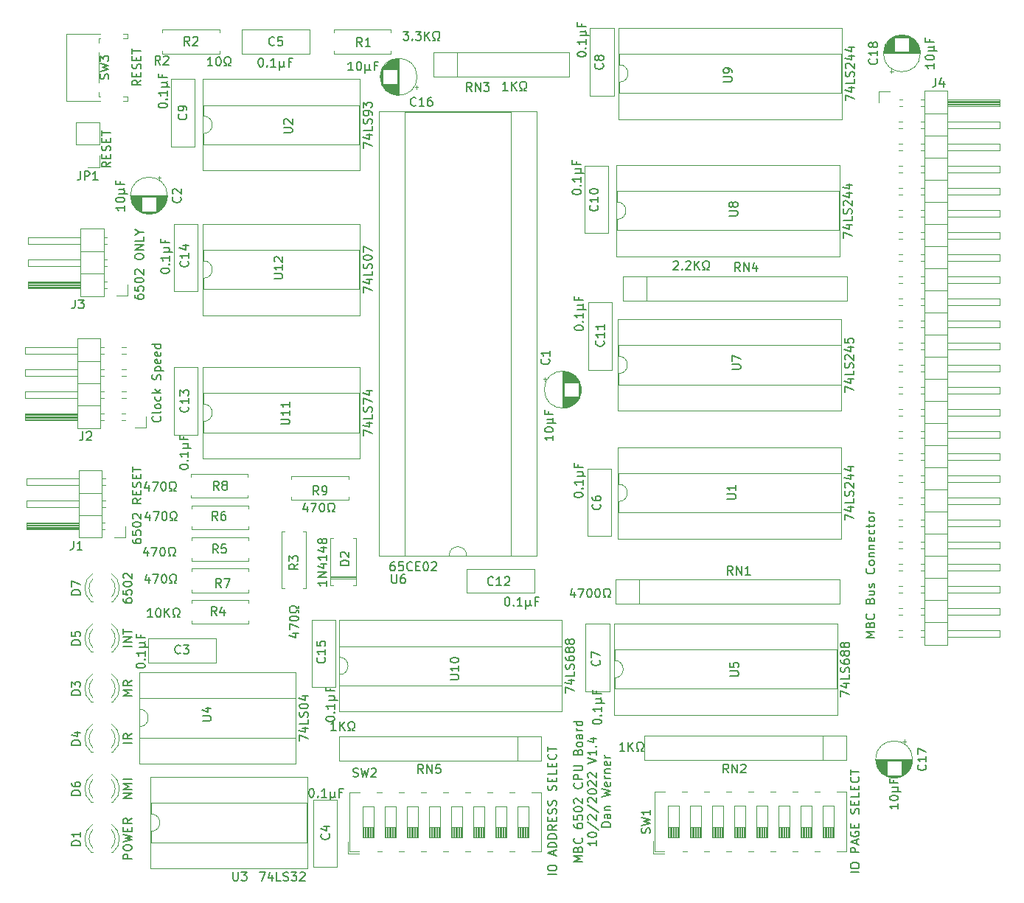
<source format=gbr>
G04 #@! TF.GenerationSoftware,KiCad,Pcbnew,(6.0.6)*
G04 #@! TF.CreationDate,2022-10-03T12:47:23-05:00*
G04 #@! TF.ProjectId,Z8065C02,5a383036-3543-4303-922e-6b696361645f,rev?*
G04 #@! TF.SameCoordinates,Original*
G04 #@! TF.FileFunction,Legend,Top*
G04 #@! TF.FilePolarity,Positive*
%FSLAX46Y46*%
G04 Gerber Fmt 4.6, Leading zero omitted, Abs format (unit mm)*
G04 Created by KiCad (PCBNEW (6.0.6)) date 2022-10-03 12:47:23*
%MOMM*%
%LPD*%
G01*
G04 APERTURE LIST*
%ADD10C,0.150000*%
%ADD11C,0.120000*%
G04 APERTURE END LIST*
D10*
X127692380Y-130171428D02*
X126692380Y-130171428D01*
X127406666Y-129838095D01*
X126692380Y-129504761D01*
X127692380Y-129504761D01*
X127168571Y-128695238D02*
X127216190Y-128552380D01*
X127263809Y-128504761D01*
X127359047Y-128457142D01*
X127501904Y-128457142D01*
X127597142Y-128504761D01*
X127644761Y-128552380D01*
X127692380Y-128647619D01*
X127692380Y-129028571D01*
X126692380Y-129028571D01*
X126692380Y-128695238D01*
X126740000Y-128600000D01*
X126787619Y-128552380D01*
X126882857Y-128504761D01*
X126978095Y-128504761D01*
X127073333Y-128552380D01*
X127120952Y-128600000D01*
X127168571Y-128695238D01*
X127168571Y-129028571D01*
X127597142Y-127457142D02*
X127644761Y-127504761D01*
X127692380Y-127647619D01*
X127692380Y-127742857D01*
X127644761Y-127885714D01*
X127549523Y-127980952D01*
X127454285Y-128028571D01*
X127263809Y-128076190D01*
X127120952Y-128076190D01*
X126930476Y-128028571D01*
X126835238Y-127980952D01*
X126740000Y-127885714D01*
X126692380Y-127742857D01*
X126692380Y-127647619D01*
X126740000Y-127504761D01*
X126787619Y-127457142D01*
X126692380Y-125838095D02*
X126692380Y-126028571D01*
X126740000Y-126123809D01*
X126787619Y-126171428D01*
X126930476Y-126266666D01*
X127120952Y-126314285D01*
X127501904Y-126314285D01*
X127597142Y-126266666D01*
X127644761Y-126219047D01*
X127692380Y-126123809D01*
X127692380Y-125933333D01*
X127644761Y-125838095D01*
X127597142Y-125790476D01*
X127501904Y-125742857D01*
X127263809Y-125742857D01*
X127168571Y-125790476D01*
X127120952Y-125838095D01*
X127073333Y-125933333D01*
X127073333Y-126123809D01*
X127120952Y-126219047D01*
X127168571Y-126266666D01*
X127263809Y-126314285D01*
X126692380Y-124838095D02*
X126692380Y-125314285D01*
X127168571Y-125361904D01*
X127120952Y-125314285D01*
X127073333Y-125219047D01*
X127073333Y-124980952D01*
X127120952Y-124885714D01*
X127168571Y-124838095D01*
X127263809Y-124790476D01*
X127501904Y-124790476D01*
X127597142Y-124838095D01*
X127644761Y-124885714D01*
X127692380Y-124980952D01*
X127692380Y-125219047D01*
X127644761Y-125314285D01*
X127597142Y-125361904D01*
X126692380Y-124171428D02*
X126692380Y-124076190D01*
X126740000Y-123980952D01*
X126787619Y-123933333D01*
X126882857Y-123885714D01*
X127073333Y-123838095D01*
X127311428Y-123838095D01*
X127501904Y-123885714D01*
X127597142Y-123933333D01*
X127644761Y-123980952D01*
X127692380Y-124076190D01*
X127692380Y-124171428D01*
X127644761Y-124266666D01*
X127597142Y-124314285D01*
X127501904Y-124361904D01*
X127311428Y-124409523D01*
X127073333Y-124409523D01*
X126882857Y-124361904D01*
X126787619Y-124314285D01*
X126740000Y-124266666D01*
X126692380Y-124171428D01*
X126787619Y-123457142D02*
X126740000Y-123409523D01*
X126692380Y-123314285D01*
X126692380Y-123076190D01*
X126740000Y-122980952D01*
X126787619Y-122933333D01*
X126882857Y-122885714D01*
X126978095Y-122885714D01*
X127120952Y-122933333D01*
X127692380Y-123504761D01*
X127692380Y-122885714D01*
X127597142Y-121123809D02*
X127644761Y-121171428D01*
X127692380Y-121314285D01*
X127692380Y-121409523D01*
X127644761Y-121552380D01*
X127549523Y-121647619D01*
X127454285Y-121695238D01*
X127263809Y-121742857D01*
X127120952Y-121742857D01*
X126930476Y-121695238D01*
X126835238Y-121647619D01*
X126740000Y-121552380D01*
X126692380Y-121409523D01*
X126692380Y-121314285D01*
X126740000Y-121171428D01*
X126787619Y-121123809D01*
X127692380Y-120695238D02*
X126692380Y-120695238D01*
X126692380Y-120314285D01*
X126740000Y-120219047D01*
X126787619Y-120171428D01*
X126882857Y-120123809D01*
X127025714Y-120123809D01*
X127120952Y-120171428D01*
X127168571Y-120219047D01*
X127216190Y-120314285D01*
X127216190Y-120695238D01*
X126692380Y-119695238D02*
X127501904Y-119695238D01*
X127597142Y-119647619D01*
X127644761Y-119600000D01*
X127692380Y-119504761D01*
X127692380Y-119314285D01*
X127644761Y-119219047D01*
X127597142Y-119171428D01*
X127501904Y-119123809D01*
X126692380Y-119123809D01*
X127168571Y-117552380D02*
X127216190Y-117409523D01*
X127263809Y-117361904D01*
X127359047Y-117314285D01*
X127501904Y-117314285D01*
X127597142Y-117361904D01*
X127644761Y-117409523D01*
X127692380Y-117504761D01*
X127692380Y-117885714D01*
X126692380Y-117885714D01*
X126692380Y-117552380D01*
X126740000Y-117457142D01*
X126787619Y-117409523D01*
X126882857Y-117361904D01*
X126978095Y-117361904D01*
X127073333Y-117409523D01*
X127120952Y-117457142D01*
X127168571Y-117552380D01*
X127168571Y-117885714D01*
X127692380Y-116742857D02*
X127644761Y-116838095D01*
X127597142Y-116885714D01*
X127501904Y-116933333D01*
X127216190Y-116933333D01*
X127120952Y-116885714D01*
X127073333Y-116838095D01*
X127025714Y-116742857D01*
X127025714Y-116600000D01*
X127073333Y-116504761D01*
X127120952Y-116457142D01*
X127216190Y-116409523D01*
X127501904Y-116409523D01*
X127597142Y-116457142D01*
X127644761Y-116504761D01*
X127692380Y-116600000D01*
X127692380Y-116742857D01*
X127692380Y-115552380D02*
X127168571Y-115552380D01*
X127073333Y-115600000D01*
X127025714Y-115695238D01*
X127025714Y-115885714D01*
X127073333Y-115980952D01*
X127644761Y-115552380D02*
X127692380Y-115647619D01*
X127692380Y-115885714D01*
X127644761Y-115980952D01*
X127549523Y-116028571D01*
X127454285Y-116028571D01*
X127359047Y-115980952D01*
X127311428Y-115885714D01*
X127311428Y-115647619D01*
X127263809Y-115552380D01*
X127692380Y-115076190D02*
X127025714Y-115076190D01*
X127216190Y-115076190D02*
X127120952Y-115028571D01*
X127073333Y-114980952D01*
X127025714Y-114885714D01*
X127025714Y-114790476D01*
X127692380Y-114028571D02*
X126692380Y-114028571D01*
X127644761Y-114028571D02*
X127692380Y-114123809D01*
X127692380Y-114314285D01*
X127644761Y-114409523D01*
X127597142Y-114457142D01*
X127501904Y-114504761D01*
X127216190Y-114504761D01*
X127120952Y-114457142D01*
X127073333Y-114409523D01*
X127025714Y-114314285D01*
X127025714Y-114123809D01*
X127073333Y-114028571D01*
X129302380Y-127719047D02*
X129302380Y-128290476D01*
X129302380Y-128004761D02*
X128302380Y-128004761D01*
X128445238Y-128100000D01*
X128540476Y-128195238D01*
X128588095Y-128290476D01*
X128302380Y-127100000D02*
X128302380Y-127004761D01*
X128350000Y-126909523D01*
X128397619Y-126861904D01*
X128492857Y-126814285D01*
X128683333Y-126766666D01*
X128921428Y-126766666D01*
X129111904Y-126814285D01*
X129207142Y-126861904D01*
X129254761Y-126909523D01*
X129302380Y-127004761D01*
X129302380Y-127100000D01*
X129254761Y-127195238D01*
X129207142Y-127242857D01*
X129111904Y-127290476D01*
X128921428Y-127338095D01*
X128683333Y-127338095D01*
X128492857Y-127290476D01*
X128397619Y-127242857D01*
X128350000Y-127195238D01*
X128302380Y-127100000D01*
X128254761Y-125623809D02*
X129540476Y-126480952D01*
X128397619Y-125338095D02*
X128350000Y-125290476D01*
X128302380Y-125195238D01*
X128302380Y-124957142D01*
X128350000Y-124861904D01*
X128397619Y-124814285D01*
X128492857Y-124766666D01*
X128588095Y-124766666D01*
X128730952Y-124814285D01*
X129302380Y-125385714D01*
X129302380Y-124766666D01*
X128254761Y-123623809D02*
X129540476Y-124480952D01*
X128397619Y-123338095D02*
X128350000Y-123290476D01*
X128302380Y-123195238D01*
X128302380Y-122957142D01*
X128350000Y-122861904D01*
X128397619Y-122814285D01*
X128492857Y-122766666D01*
X128588095Y-122766666D01*
X128730952Y-122814285D01*
X129302380Y-123385714D01*
X129302380Y-122766666D01*
X128302380Y-122147619D02*
X128302380Y-122052380D01*
X128350000Y-121957142D01*
X128397619Y-121909523D01*
X128492857Y-121861904D01*
X128683333Y-121814285D01*
X128921428Y-121814285D01*
X129111904Y-121861904D01*
X129207142Y-121909523D01*
X129254761Y-121957142D01*
X129302380Y-122052380D01*
X129302380Y-122147619D01*
X129254761Y-122242857D01*
X129207142Y-122290476D01*
X129111904Y-122338095D01*
X128921428Y-122385714D01*
X128683333Y-122385714D01*
X128492857Y-122338095D01*
X128397619Y-122290476D01*
X128350000Y-122242857D01*
X128302380Y-122147619D01*
X128397619Y-121433333D02*
X128350000Y-121385714D01*
X128302380Y-121290476D01*
X128302380Y-121052380D01*
X128350000Y-120957142D01*
X128397619Y-120909523D01*
X128492857Y-120861904D01*
X128588095Y-120861904D01*
X128730952Y-120909523D01*
X129302380Y-121480952D01*
X129302380Y-120861904D01*
X128397619Y-120480952D02*
X128350000Y-120433333D01*
X128302380Y-120338095D01*
X128302380Y-120100000D01*
X128350000Y-120004761D01*
X128397619Y-119957142D01*
X128492857Y-119909523D01*
X128588095Y-119909523D01*
X128730952Y-119957142D01*
X129302380Y-120528571D01*
X129302380Y-119909523D01*
X128302380Y-118861904D02*
X129302380Y-118528571D01*
X128302380Y-118195238D01*
X129302380Y-117338095D02*
X129302380Y-117909523D01*
X129302380Y-117623809D02*
X128302380Y-117623809D01*
X128445238Y-117719047D01*
X128540476Y-117814285D01*
X128588095Y-117909523D01*
X129207142Y-116909523D02*
X129254761Y-116861904D01*
X129302380Y-116909523D01*
X129254761Y-116957142D01*
X129207142Y-116909523D01*
X129302380Y-116909523D01*
X128635714Y-116004761D02*
X129302380Y-116004761D01*
X128254761Y-116242857D02*
X128969047Y-116480952D01*
X128969047Y-115861904D01*
X130912380Y-126147619D02*
X129912380Y-126147619D01*
X129912380Y-125909523D01*
X129960000Y-125766666D01*
X130055238Y-125671428D01*
X130150476Y-125623809D01*
X130340952Y-125576190D01*
X130483809Y-125576190D01*
X130674285Y-125623809D01*
X130769523Y-125671428D01*
X130864761Y-125766666D01*
X130912380Y-125909523D01*
X130912380Y-126147619D01*
X130912380Y-124719047D02*
X130388571Y-124719047D01*
X130293333Y-124766666D01*
X130245714Y-124861904D01*
X130245714Y-125052380D01*
X130293333Y-125147619D01*
X130864761Y-124719047D02*
X130912380Y-124814285D01*
X130912380Y-125052380D01*
X130864761Y-125147619D01*
X130769523Y-125195238D01*
X130674285Y-125195238D01*
X130579047Y-125147619D01*
X130531428Y-125052380D01*
X130531428Y-124814285D01*
X130483809Y-124719047D01*
X130245714Y-124242857D02*
X130912380Y-124242857D01*
X130340952Y-124242857D02*
X130293333Y-124195238D01*
X130245714Y-124100000D01*
X130245714Y-123957142D01*
X130293333Y-123861904D01*
X130388571Y-123814285D01*
X130912380Y-123814285D01*
X129912380Y-122671428D02*
X130912380Y-122433333D01*
X130198095Y-122242857D01*
X130912380Y-122052380D01*
X129912380Y-121814285D01*
X130864761Y-121052380D02*
X130912380Y-121147619D01*
X130912380Y-121338095D01*
X130864761Y-121433333D01*
X130769523Y-121480952D01*
X130388571Y-121480952D01*
X130293333Y-121433333D01*
X130245714Y-121338095D01*
X130245714Y-121147619D01*
X130293333Y-121052380D01*
X130388571Y-121004761D01*
X130483809Y-121004761D01*
X130579047Y-121480952D01*
X130912380Y-120576190D02*
X130245714Y-120576190D01*
X130436190Y-120576190D02*
X130340952Y-120528571D01*
X130293333Y-120480952D01*
X130245714Y-120385714D01*
X130245714Y-120290476D01*
X130245714Y-119957142D02*
X130912380Y-119957142D01*
X130340952Y-119957142D02*
X130293333Y-119909523D01*
X130245714Y-119814285D01*
X130245714Y-119671428D01*
X130293333Y-119576190D01*
X130388571Y-119528571D01*
X130912380Y-119528571D01*
X130864761Y-118671428D02*
X130912380Y-118766666D01*
X130912380Y-118957142D01*
X130864761Y-119052380D01*
X130769523Y-119100000D01*
X130388571Y-119100000D01*
X130293333Y-119052380D01*
X130245714Y-118957142D01*
X130245714Y-118766666D01*
X130293333Y-118671428D01*
X130388571Y-118623809D01*
X130483809Y-118623809D01*
X130579047Y-119100000D01*
X130912380Y-118195238D02*
X130245714Y-118195238D01*
X130436190Y-118195238D02*
X130340952Y-118147619D01*
X130293333Y-118100000D01*
X130245714Y-118004761D01*
X130245714Y-117909523D01*
X81507142Y-53816666D02*
X81554761Y-53864285D01*
X81602380Y-54007142D01*
X81602380Y-54102380D01*
X81554761Y-54245238D01*
X81459523Y-54340476D01*
X81364285Y-54388095D01*
X81173809Y-54435714D01*
X81030952Y-54435714D01*
X80840476Y-54388095D01*
X80745238Y-54340476D01*
X80650000Y-54245238D01*
X80602380Y-54102380D01*
X80602380Y-54007142D01*
X80650000Y-53864285D01*
X80697619Y-53816666D01*
X80697619Y-53435714D02*
X80650000Y-53388095D01*
X80602380Y-53292857D01*
X80602380Y-53054761D01*
X80650000Y-52959523D01*
X80697619Y-52911904D01*
X80792857Y-52864285D01*
X80888095Y-52864285D01*
X81030952Y-52911904D01*
X81602380Y-53483333D01*
X81602380Y-52864285D01*
X75102380Y-54792857D02*
X75102380Y-55364285D01*
X75102380Y-55078571D02*
X74102380Y-55078571D01*
X74245238Y-55173809D01*
X74340476Y-55269047D01*
X74388095Y-55364285D01*
X74102380Y-54173809D02*
X74102380Y-54078571D01*
X74150000Y-53983333D01*
X74197619Y-53935714D01*
X74292857Y-53888095D01*
X74483333Y-53840476D01*
X74721428Y-53840476D01*
X74911904Y-53888095D01*
X75007142Y-53935714D01*
X75054761Y-53983333D01*
X75102380Y-54078571D01*
X75102380Y-54173809D01*
X75054761Y-54269047D01*
X75007142Y-54316666D01*
X74911904Y-54364285D01*
X74721428Y-54411904D01*
X74483333Y-54411904D01*
X74292857Y-54364285D01*
X74197619Y-54316666D01*
X74150000Y-54269047D01*
X74102380Y-54173809D01*
X74435714Y-53411904D02*
X75435714Y-53411904D01*
X74959523Y-52935714D02*
X75054761Y-52888095D01*
X75102380Y-52792857D01*
X74959523Y-53411904D02*
X75054761Y-53364285D01*
X75102380Y-53269047D01*
X75102380Y-53078571D01*
X75054761Y-52983333D01*
X74959523Y-52935714D01*
X74435714Y-52935714D01*
X74578571Y-52030952D02*
X74578571Y-52364285D01*
X75102380Y-52364285D02*
X74102380Y-52364285D01*
X74102380Y-51888095D01*
X78977380Y-43339285D02*
X78977380Y-43244047D01*
X79025000Y-43148809D01*
X79072619Y-43101190D01*
X79167857Y-43053571D01*
X79358333Y-43005952D01*
X79596428Y-43005952D01*
X79786904Y-43053571D01*
X79882142Y-43101190D01*
X79929761Y-43148809D01*
X79977380Y-43244047D01*
X79977380Y-43339285D01*
X79929761Y-43434523D01*
X79882142Y-43482142D01*
X79786904Y-43529761D01*
X79596428Y-43577380D01*
X79358333Y-43577380D01*
X79167857Y-43529761D01*
X79072619Y-43482142D01*
X79025000Y-43434523D01*
X78977380Y-43339285D01*
X79882142Y-42577380D02*
X79929761Y-42529761D01*
X79977380Y-42577380D01*
X79929761Y-42625000D01*
X79882142Y-42577380D01*
X79977380Y-42577380D01*
X79977380Y-41577380D02*
X79977380Y-42148809D01*
X79977380Y-41863095D02*
X78977380Y-41863095D01*
X79120238Y-41958333D01*
X79215476Y-42053571D01*
X79263095Y-42148809D01*
X79310714Y-41148809D02*
X80310714Y-41148809D01*
X79834523Y-40672619D02*
X79929761Y-40625000D01*
X79977380Y-40529761D01*
X79834523Y-41148809D02*
X79929761Y-41101190D01*
X79977380Y-41005952D01*
X79977380Y-40815476D01*
X79929761Y-40720238D01*
X79834523Y-40672619D01*
X79310714Y-40672619D01*
X79453571Y-39767857D02*
X79453571Y-40101190D01*
X79977380Y-40101190D02*
X78977380Y-40101190D01*
X78977380Y-39625000D01*
X82157142Y-44291666D02*
X82204761Y-44339285D01*
X82252380Y-44482142D01*
X82252380Y-44577380D01*
X82204761Y-44720238D01*
X82109523Y-44815476D01*
X82014285Y-44863095D01*
X81823809Y-44910714D01*
X81680952Y-44910714D01*
X81490476Y-44863095D01*
X81395238Y-44815476D01*
X81300000Y-44720238D01*
X81252380Y-44577380D01*
X81252380Y-44482142D01*
X81300000Y-44339285D01*
X81347619Y-44291666D01*
X82252380Y-43815476D02*
X82252380Y-43625000D01*
X82204761Y-43529761D01*
X82157142Y-43482142D01*
X82014285Y-43386904D01*
X81823809Y-43339285D01*
X81442857Y-43339285D01*
X81347619Y-43386904D01*
X81300000Y-43434523D01*
X81252380Y-43529761D01*
X81252380Y-43720238D01*
X81300000Y-43815476D01*
X81347619Y-43863095D01*
X81442857Y-43910714D01*
X81680952Y-43910714D01*
X81776190Y-43863095D01*
X81823809Y-43815476D01*
X81871428Y-43720238D01*
X81871428Y-43529761D01*
X81823809Y-43434523D01*
X81776190Y-43386904D01*
X81680952Y-43339285D01*
X82382142Y-77892857D02*
X82429761Y-77940476D01*
X82477380Y-78083333D01*
X82477380Y-78178571D01*
X82429761Y-78321428D01*
X82334523Y-78416666D01*
X82239285Y-78464285D01*
X82048809Y-78511904D01*
X81905952Y-78511904D01*
X81715476Y-78464285D01*
X81620238Y-78416666D01*
X81525000Y-78321428D01*
X81477380Y-78178571D01*
X81477380Y-78083333D01*
X81525000Y-77940476D01*
X81572619Y-77892857D01*
X82477380Y-76940476D02*
X82477380Y-77511904D01*
X82477380Y-77226190D02*
X81477380Y-77226190D01*
X81620238Y-77321428D01*
X81715476Y-77416666D01*
X81763095Y-77511904D01*
X81477380Y-76607142D02*
X81477380Y-75988095D01*
X81858333Y-76321428D01*
X81858333Y-76178571D01*
X81905952Y-76083333D01*
X81953571Y-76035714D01*
X82048809Y-75988095D01*
X82286904Y-75988095D01*
X82382142Y-76035714D01*
X82429761Y-76083333D01*
X82477380Y-76178571D01*
X82477380Y-76464285D01*
X82429761Y-76559523D01*
X82382142Y-76607142D01*
X81427380Y-84839285D02*
X81427380Y-84744047D01*
X81475000Y-84648809D01*
X81522619Y-84601190D01*
X81617857Y-84553571D01*
X81808333Y-84505952D01*
X82046428Y-84505952D01*
X82236904Y-84553571D01*
X82332142Y-84601190D01*
X82379761Y-84648809D01*
X82427380Y-84744047D01*
X82427380Y-84839285D01*
X82379761Y-84934523D01*
X82332142Y-84982142D01*
X82236904Y-85029761D01*
X82046428Y-85077380D01*
X81808333Y-85077380D01*
X81617857Y-85029761D01*
X81522619Y-84982142D01*
X81475000Y-84934523D01*
X81427380Y-84839285D01*
X82332142Y-84077380D02*
X82379761Y-84029761D01*
X82427380Y-84077380D01*
X82379761Y-84125000D01*
X82332142Y-84077380D01*
X82427380Y-84077380D01*
X82427380Y-83077380D02*
X82427380Y-83648809D01*
X82427380Y-83363095D02*
X81427380Y-83363095D01*
X81570238Y-83458333D01*
X81665476Y-83553571D01*
X81713095Y-83648809D01*
X81760714Y-82648809D02*
X82760714Y-82648809D01*
X82284523Y-82172619D02*
X82379761Y-82125000D01*
X82427380Y-82029761D01*
X82284523Y-82648809D02*
X82379761Y-82601190D01*
X82427380Y-82505952D01*
X82427380Y-82315476D01*
X82379761Y-82220238D01*
X82284523Y-82172619D01*
X81760714Y-82172619D01*
X81903571Y-81267857D02*
X81903571Y-81601190D01*
X82427380Y-81601190D02*
X81427380Y-81601190D01*
X81427380Y-81125000D01*
X82357142Y-61192857D02*
X82404761Y-61240476D01*
X82452380Y-61383333D01*
X82452380Y-61478571D01*
X82404761Y-61621428D01*
X82309523Y-61716666D01*
X82214285Y-61764285D01*
X82023809Y-61811904D01*
X81880952Y-61811904D01*
X81690476Y-61764285D01*
X81595238Y-61716666D01*
X81500000Y-61621428D01*
X81452380Y-61478571D01*
X81452380Y-61383333D01*
X81500000Y-61240476D01*
X81547619Y-61192857D01*
X82452380Y-60240476D02*
X82452380Y-60811904D01*
X82452380Y-60526190D02*
X81452380Y-60526190D01*
X81595238Y-60621428D01*
X81690476Y-60716666D01*
X81738095Y-60811904D01*
X81785714Y-59383333D02*
X82452380Y-59383333D01*
X81404761Y-59621428D02*
X82119047Y-59859523D01*
X82119047Y-59240476D01*
X79252380Y-62314285D02*
X79252380Y-62219047D01*
X79300000Y-62123809D01*
X79347619Y-62076190D01*
X79442857Y-62028571D01*
X79633333Y-61980952D01*
X79871428Y-61980952D01*
X80061904Y-62028571D01*
X80157142Y-62076190D01*
X80204761Y-62123809D01*
X80252380Y-62219047D01*
X80252380Y-62314285D01*
X80204761Y-62409523D01*
X80157142Y-62457142D01*
X80061904Y-62504761D01*
X79871428Y-62552380D01*
X79633333Y-62552380D01*
X79442857Y-62504761D01*
X79347619Y-62457142D01*
X79300000Y-62409523D01*
X79252380Y-62314285D01*
X80157142Y-61552380D02*
X80204761Y-61504761D01*
X80252380Y-61552380D01*
X80204761Y-61600000D01*
X80157142Y-61552380D01*
X80252380Y-61552380D01*
X80252380Y-60552380D02*
X80252380Y-61123809D01*
X80252380Y-60838095D02*
X79252380Y-60838095D01*
X79395238Y-60933333D01*
X79490476Y-61028571D01*
X79538095Y-61123809D01*
X79585714Y-60123809D02*
X80585714Y-60123809D01*
X80109523Y-59647619D02*
X80204761Y-59600000D01*
X80252380Y-59504761D01*
X80109523Y-60123809D02*
X80204761Y-60076190D01*
X80252380Y-59980952D01*
X80252380Y-59790476D01*
X80204761Y-59695238D01*
X80109523Y-59647619D01*
X79585714Y-59647619D01*
X79728571Y-58742857D02*
X79728571Y-59076190D01*
X80252380Y-59076190D02*
X79252380Y-59076190D01*
X79252380Y-58600000D01*
X167082142Y-119042857D02*
X167129761Y-119090476D01*
X167177380Y-119233333D01*
X167177380Y-119328571D01*
X167129761Y-119471428D01*
X167034523Y-119566666D01*
X166939285Y-119614285D01*
X166748809Y-119661904D01*
X166605952Y-119661904D01*
X166415476Y-119614285D01*
X166320238Y-119566666D01*
X166225000Y-119471428D01*
X166177380Y-119328571D01*
X166177380Y-119233333D01*
X166225000Y-119090476D01*
X166272619Y-119042857D01*
X167177380Y-118090476D02*
X167177380Y-118661904D01*
X167177380Y-118376190D02*
X166177380Y-118376190D01*
X166320238Y-118471428D01*
X166415476Y-118566666D01*
X166463095Y-118661904D01*
X166177380Y-117757142D02*
X166177380Y-117090476D01*
X167177380Y-117519047D01*
X163952380Y-123492857D02*
X163952380Y-124064285D01*
X163952380Y-123778571D02*
X162952380Y-123778571D01*
X163095238Y-123873809D01*
X163190476Y-123969047D01*
X163238095Y-124064285D01*
X162952380Y-122873809D02*
X162952380Y-122778571D01*
X163000000Y-122683333D01*
X163047619Y-122635714D01*
X163142857Y-122588095D01*
X163333333Y-122540476D01*
X163571428Y-122540476D01*
X163761904Y-122588095D01*
X163857142Y-122635714D01*
X163904761Y-122683333D01*
X163952380Y-122778571D01*
X163952380Y-122873809D01*
X163904761Y-122969047D01*
X163857142Y-123016666D01*
X163761904Y-123064285D01*
X163571428Y-123111904D01*
X163333333Y-123111904D01*
X163142857Y-123064285D01*
X163047619Y-123016666D01*
X163000000Y-122969047D01*
X162952380Y-122873809D01*
X163285714Y-122111904D02*
X164285714Y-122111904D01*
X163809523Y-121635714D02*
X163904761Y-121588095D01*
X163952380Y-121492857D01*
X163809523Y-122111904D02*
X163904761Y-122064285D01*
X163952380Y-121969047D01*
X163952380Y-121778571D01*
X163904761Y-121683333D01*
X163809523Y-121635714D01*
X163285714Y-121635714D01*
X163428571Y-120730952D02*
X163428571Y-121064285D01*
X163952380Y-121064285D02*
X162952380Y-121064285D01*
X162952380Y-120588095D01*
X161482142Y-37942857D02*
X161529761Y-37990476D01*
X161577380Y-38133333D01*
X161577380Y-38228571D01*
X161529761Y-38371428D01*
X161434523Y-38466666D01*
X161339285Y-38514285D01*
X161148809Y-38561904D01*
X161005952Y-38561904D01*
X160815476Y-38514285D01*
X160720238Y-38466666D01*
X160625000Y-38371428D01*
X160577380Y-38228571D01*
X160577380Y-38133333D01*
X160625000Y-37990476D01*
X160672619Y-37942857D01*
X161577380Y-36990476D02*
X161577380Y-37561904D01*
X161577380Y-37276190D02*
X160577380Y-37276190D01*
X160720238Y-37371428D01*
X160815476Y-37466666D01*
X160863095Y-37561904D01*
X161005952Y-36419047D02*
X160958333Y-36514285D01*
X160910714Y-36561904D01*
X160815476Y-36609523D01*
X160767857Y-36609523D01*
X160672619Y-36561904D01*
X160625000Y-36514285D01*
X160577380Y-36419047D01*
X160577380Y-36228571D01*
X160625000Y-36133333D01*
X160672619Y-36085714D01*
X160767857Y-36038095D01*
X160815476Y-36038095D01*
X160910714Y-36085714D01*
X160958333Y-36133333D01*
X161005952Y-36228571D01*
X161005952Y-36419047D01*
X161053571Y-36514285D01*
X161101190Y-36561904D01*
X161196428Y-36609523D01*
X161386904Y-36609523D01*
X161482142Y-36561904D01*
X161529761Y-36514285D01*
X161577380Y-36419047D01*
X161577380Y-36228571D01*
X161529761Y-36133333D01*
X161482142Y-36085714D01*
X161386904Y-36038095D01*
X161196428Y-36038095D01*
X161101190Y-36085714D01*
X161053571Y-36133333D01*
X161005952Y-36228571D01*
X168077380Y-38442857D02*
X168077380Y-39014285D01*
X168077380Y-38728571D02*
X167077380Y-38728571D01*
X167220238Y-38823809D01*
X167315476Y-38919047D01*
X167363095Y-39014285D01*
X167077380Y-37823809D02*
X167077380Y-37728571D01*
X167125000Y-37633333D01*
X167172619Y-37585714D01*
X167267857Y-37538095D01*
X167458333Y-37490476D01*
X167696428Y-37490476D01*
X167886904Y-37538095D01*
X167982142Y-37585714D01*
X168029761Y-37633333D01*
X168077380Y-37728571D01*
X168077380Y-37823809D01*
X168029761Y-37919047D01*
X167982142Y-37966666D01*
X167886904Y-38014285D01*
X167696428Y-38061904D01*
X167458333Y-38061904D01*
X167267857Y-38014285D01*
X167172619Y-37966666D01*
X167125000Y-37919047D01*
X167077380Y-37823809D01*
X167410714Y-37061904D02*
X168410714Y-37061904D01*
X167934523Y-36585714D02*
X168029761Y-36538095D01*
X168077380Y-36442857D01*
X167934523Y-37061904D02*
X168029761Y-37014285D01*
X168077380Y-36919047D01*
X168077380Y-36728571D01*
X168029761Y-36633333D01*
X167934523Y-36585714D01*
X167410714Y-36585714D01*
X167553571Y-35680952D02*
X167553571Y-36014285D01*
X168077380Y-36014285D02*
X167077380Y-36014285D01*
X167077380Y-35538095D01*
X100877380Y-96113095D02*
X99877380Y-96113095D01*
X99877380Y-95875000D01*
X99925000Y-95732142D01*
X100020238Y-95636904D01*
X100115476Y-95589285D01*
X100305952Y-95541666D01*
X100448809Y-95541666D01*
X100639285Y-95589285D01*
X100734523Y-95636904D01*
X100829761Y-95732142D01*
X100877380Y-95875000D01*
X100877380Y-96113095D01*
X99972619Y-95160714D02*
X99925000Y-95113095D01*
X99877380Y-95017857D01*
X99877380Y-94779761D01*
X99925000Y-94684523D01*
X99972619Y-94636904D01*
X100067857Y-94589285D01*
X100163095Y-94589285D01*
X100305952Y-94636904D01*
X100877380Y-95208333D01*
X100877380Y-94589285D01*
X98327380Y-97892857D02*
X98327380Y-98464285D01*
X98327380Y-98178571D02*
X97327380Y-98178571D01*
X97470238Y-98273809D01*
X97565476Y-98369047D01*
X97613095Y-98464285D01*
X98327380Y-97464285D02*
X97327380Y-97464285D01*
X98327380Y-96892857D01*
X97327380Y-96892857D01*
X97660714Y-95988095D02*
X98327380Y-95988095D01*
X97279761Y-96226190D02*
X97994047Y-96464285D01*
X97994047Y-95845238D01*
X98327380Y-94940476D02*
X98327380Y-95511904D01*
X98327380Y-95226190D02*
X97327380Y-95226190D01*
X97470238Y-95321428D01*
X97565476Y-95416666D01*
X97613095Y-95511904D01*
X97660714Y-94083333D02*
X98327380Y-94083333D01*
X97279761Y-94321428D02*
X97994047Y-94559523D01*
X97994047Y-93940476D01*
X97755952Y-93416666D02*
X97708333Y-93511904D01*
X97660714Y-93559523D01*
X97565476Y-93607142D01*
X97517857Y-93607142D01*
X97422619Y-93559523D01*
X97375000Y-93511904D01*
X97327380Y-93416666D01*
X97327380Y-93226190D01*
X97375000Y-93130952D01*
X97422619Y-93083333D01*
X97517857Y-93035714D01*
X97565476Y-93035714D01*
X97660714Y-93083333D01*
X97708333Y-93130952D01*
X97755952Y-93226190D01*
X97755952Y-93416666D01*
X97803571Y-93511904D01*
X97851190Y-93559523D01*
X97946428Y-93607142D01*
X98136904Y-93607142D01*
X98232142Y-93559523D01*
X98279761Y-93511904D01*
X98327380Y-93416666D01*
X98327380Y-93226190D01*
X98279761Y-93130952D01*
X98232142Y-93083333D01*
X98136904Y-93035714D01*
X97946428Y-93035714D01*
X97851190Y-93083333D01*
X97803571Y-93130952D01*
X97755952Y-93226190D01*
X70017380Y-128268095D02*
X69017380Y-128268095D01*
X69017380Y-128030000D01*
X69065000Y-127887142D01*
X69160238Y-127791904D01*
X69255476Y-127744285D01*
X69445952Y-127696666D01*
X69588809Y-127696666D01*
X69779285Y-127744285D01*
X69874523Y-127791904D01*
X69969761Y-127887142D01*
X70017380Y-128030000D01*
X70017380Y-128268095D01*
X70017380Y-126744285D02*
X70017380Y-127315714D01*
X70017380Y-127030000D02*
X69017380Y-127030000D01*
X69160238Y-127125238D01*
X69255476Y-127220476D01*
X69303095Y-127315714D01*
X75937380Y-129839523D02*
X74937380Y-129839523D01*
X74937380Y-129458571D01*
X74985000Y-129363333D01*
X75032619Y-129315714D01*
X75127857Y-129268095D01*
X75270714Y-129268095D01*
X75365952Y-129315714D01*
X75413571Y-129363333D01*
X75461190Y-129458571D01*
X75461190Y-129839523D01*
X74937380Y-128649047D02*
X74937380Y-128458571D01*
X74985000Y-128363333D01*
X75080238Y-128268095D01*
X75270714Y-128220476D01*
X75604047Y-128220476D01*
X75794523Y-128268095D01*
X75889761Y-128363333D01*
X75937380Y-128458571D01*
X75937380Y-128649047D01*
X75889761Y-128744285D01*
X75794523Y-128839523D01*
X75604047Y-128887142D01*
X75270714Y-128887142D01*
X75080238Y-128839523D01*
X74985000Y-128744285D01*
X74937380Y-128649047D01*
X74937380Y-127887142D02*
X75937380Y-127649047D01*
X75223095Y-127458571D01*
X75937380Y-127268095D01*
X74937380Y-127030000D01*
X75413571Y-126649047D02*
X75413571Y-126315714D01*
X75937380Y-126172857D02*
X75937380Y-126649047D01*
X74937380Y-126649047D01*
X74937380Y-126172857D01*
X75937380Y-125172857D02*
X75461190Y-125506190D01*
X75937380Y-125744285D02*
X74937380Y-125744285D01*
X74937380Y-125363333D01*
X74985000Y-125268095D01*
X75032619Y-125220476D01*
X75127857Y-125172857D01*
X75270714Y-125172857D01*
X75365952Y-125220476D01*
X75413571Y-125268095D01*
X75461190Y-125363333D01*
X75461190Y-125744285D01*
X69431666Y-65597380D02*
X69431666Y-66311666D01*
X69384047Y-66454523D01*
X69288809Y-66549761D01*
X69145952Y-66597380D01*
X69050714Y-66597380D01*
X69812619Y-65597380D02*
X70431666Y-65597380D01*
X70098333Y-65978333D01*
X70241190Y-65978333D01*
X70336428Y-66025952D01*
X70384047Y-66073571D01*
X70431666Y-66168809D01*
X70431666Y-66406904D01*
X70384047Y-66502142D01*
X70336428Y-66549761D01*
X70241190Y-66597380D01*
X69955476Y-66597380D01*
X69860238Y-66549761D01*
X69812619Y-66502142D01*
X76277380Y-65075000D02*
X76277380Y-65265476D01*
X76325000Y-65360714D01*
X76372619Y-65408333D01*
X76515476Y-65503571D01*
X76705952Y-65551190D01*
X77086904Y-65551190D01*
X77182142Y-65503571D01*
X77229761Y-65455952D01*
X77277380Y-65360714D01*
X77277380Y-65170238D01*
X77229761Y-65075000D01*
X77182142Y-65027380D01*
X77086904Y-64979761D01*
X76848809Y-64979761D01*
X76753571Y-65027380D01*
X76705952Y-65075000D01*
X76658333Y-65170238D01*
X76658333Y-65360714D01*
X76705952Y-65455952D01*
X76753571Y-65503571D01*
X76848809Y-65551190D01*
X76277380Y-64075000D02*
X76277380Y-64551190D01*
X76753571Y-64598809D01*
X76705952Y-64551190D01*
X76658333Y-64455952D01*
X76658333Y-64217857D01*
X76705952Y-64122619D01*
X76753571Y-64075000D01*
X76848809Y-64027380D01*
X77086904Y-64027380D01*
X77182142Y-64075000D01*
X77229761Y-64122619D01*
X77277380Y-64217857D01*
X77277380Y-64455952D01*
X77229761Y-64551190D01*
X77182142Y-64598809D01*
X76277380Y-63408333D02*
X76277380Y-63313095D01*
X76325000Y-63217857D01*
X76372619Y-63170238D01*
X76467857Y-63122619D01*
X76658333Y-63075000D01*
X76896428Y-63075000D01*
X77086904Y-63122619D01*
X77182142Y-63170238D01*
X77229761Y-63217857D01*
X77277380Y-63313095D01*
X77277380Y-63408333D01*
X77229761Y-63503571D01*
X77182142Y-63551190D01*
X77086904Y-63598809D01*
X76896428Y-63646428D01*
X76658333Y-63646428D01*
X76467857Y-63598809D01*
X76372619Y-63551190D01*
X76325000Y-63503571D01*
X76277380Y-63408333D01*
X76372619Y-62694047D02*
X76325000Y-62646428D01*
X76277380Y-62551190D01*
X76277380Y-62313095D01*
X76325000Y-62217857D01*
X76372619Y-62170238D01*
X76467857Y-62122619D01*
X76563095Y-62122619D01*
X76705952Y-62170238D01*
X77277380Y-62741666D01*
X77277380Y-62122619D01*
X76277380Y-60741666D02*
X76277380Y-60551190D01*
X76325000Y-60455952D01*
X76420238Y-60360714D01*
X76610714Y-60313095D01*
X76944047Y-60313095D01*
X77134523Y-60360714D01*
X77229761Y-60455952D01*
X77277380Y-60551190D01*
X77277380Y-60741666D01*
X77229761Y-60836904D01*
X77134523Y-60932142D01*
X76944047Y-60979761D01*
X76610714Y-60979761D01*
X76420238Y-60932142D01*
X76325000Y-60836904D01*
X76277380Y-60741666D01*
X77277380Y-59884523D02*
X76277380Y-59884523D01*
X77277380Y-59313095D01*
X76277380Y-59313095D01*
X77277380Y-58360714D02*
X77277380Y-58836904D01*
X76277380Y-58836904D01*
X76801190Y-57836904D02*
X77277380Y-57836904D01*
X76277380Y-58170238D02*
X76801190Y-57836904D01*
X76277380Y-57503571D01*
X70041666Y-50857380D02*
X70041666Y-51571666D01*
X69994047Y-51714523D01*
X69898809Y-51809761D01*
X69755952Y-51857380D01*
X69660714Y-51857380D01*
X70517857Y-51857380D02*
X70517857Y-50857380D01*
X70898809Y-50857380D01*
X70994047Y-50905000D01*
X71041666Y-50952619D01*
X71089285Y-51047857D01*
X71089285Y-51190714D01*
X71041666Y-51285952D01*
X70994047Y-51333571D01*
X70898809Y-51381190D01*
X70517857Y-51381190D01*
X72041666Y-51857380D02*
X71470238Y-51857380D01*
X71755952Y-51857380D02*
X71755952Y-50857380D01*
X71660714Y-51000238D01*
X71565476Y-51095476D01*
X71470238Y-51143095D01*
X73502380Y-49777380D02*
X73026190Y-50110714D01*
X73502380Y-50348809D02*
X72502380Y-50348809D01*
X72502380Y-49967857D01*
X72550000Y-49872619D01*
X72597619Y-49825000D01*
X72692857Y-49777380D01*
X72835714Y-49777380D01*
X72930952Y-49825000D01*
X72978571Y-49872619D01*
X73026190Y-49967857D01*
X73026190Y-50348809D01*
X72978571Y-49348809D02*
X72978571Y-49015476D01*
X73502380Y-48872619D02*
X73502380Y-49348809D01*
X72502380Y-49348809D01*
X72502380Y-48872619D01*
X73454761Y-48491666D02*
X73502380Y-48348809D01*
X73502380Y-48110714D01*
X73454761Y-48015476D01*
X73407142Y-47967857D01*
X73311904Y-47920238D01*
X73216666Y-47920238D01*
X73121428Y-47967857D01*
X73073809Y-48015476D01*
X73026190Y-48110714D01*
X72978571Y-48301190D01*
X72930952Y-48396428D01*
X72883333Y-48444047D01*
X72788095Y-48491666D01*
X72692857Y-48491666D01*
X72597619Y-48444047D01*
X72550000Y-48396428D01*
X72502380Y-48301190D01*
X72502380Y-48063095D01*
X72550000Y-47920238D01*
X72978571Y-47491666D02*
X72978571Y-47158333D01*
X73502380Y-47015476D02*
X73502380Y-47491666D01*
X72502380Y-47491666D01*
X72502380Y-47015476D01*
X72502380Y-46729761D02*
X72502380Y-46158333D01*
X73502380Y-46444047D02*
X72502380Y-46444047D01*
X79208333Y-38602380D02*
X78875000Y-38126190D01*
X78636904Y-38602380D02*
X78636904Y-37602380D01*
X79017857Y-37602380D01*
X79113095Y-37650000D01*
X79160714Y-37697619D01*
X79208333Y-37792857D01*
X79208333Y-37935714D01*
X79160714Y-38030952D01*
X79113095Y-38078571D01*
X79017857Y-38126190D01*
X78636904Y-38126190D01*
X79589285Y-37697619D02*
X79636904Y-37650000D01*
X79732142Y-37602380D01*
X79970238Y-37602380D01*
X80065476Y-37650000D01*
X80113095Y-37697619D01*
X80160714Y-37792857D01*
X80160714Y-37888095D01*
X80113095Y-38030952D01*
X79541666Y-38602380D01*
X80160714Y-38602380D01*
X85213095Y-38727380D02*
X84641666Y-38727380D01*
X84927380Y-38727380D02*
X84927380Y-37727380D01*
X84832142Y-37870238D01*
X84736904Y-37965476D01*
X84641666Y-38013095D01*
X85832142Y-37727380D02*
X85927380Y-37727380D01*
X86022619Y-37775000D01*
X86070238Y-37822619D01*
X86117857Y-37917857D01*
X86165476Y-38108333D01*
X86165476Y-38346428D01*
X86117857Y-38536904D01*
X86070238Y-38632142D01*
X86022619Y-38679761D01*
X85927380Y-38727380D01*
X85832142Y-38727380D01*
X85736904Y-38679761D01*
X85689285Y-38632142D01*
X85641666Y-38536904D01*
X85594047Y-38346428D01*
X85594047Y-38108333D01*
X85641666Y-37917857D01*
X85689285Y-37822619D01*
X85736904Y-37775000D01*
X85832142Y-37727380D01*
X86546428Y-38727380D02*
X86784523Y-38727380D01*
X86784523Y-38536904D01*
X86689285Y-38489285D01*
X86594047Y-38394047D01*
X86546428Y-38251190D01*
X86546428Y-38013095D01*
X86594047Y-37870238D01*
X86689285Y-37775000D01*
X86832142Y-37727380D01*
X87022619Y-37727380D01*
X87165476Y-37775000D01*
X87260714Y-37870238D01*
X87308333Y-38013095D01*
X87308333Y-38251190D01*
X87260714Y-38394047D01*
X87165476Y-38489285D01*
X87070238Y-38536904D01*
X87070238Y-38727380D01*
X87308333Y-38727380D01*
X82568333Y-36402380D02*
X82235000Y-35926190D01*
X81996904Y-36402380D02*
X81996904Y-35402380D01*
X82377857Y-35402380D01*
X82473095Y-35450000D01*
X82520714Y-35497619D01*
X82568333Y-35592857D01*
X82568333Y-35735714D01*
X82520714Y-35830952D01*
X82473095Y-35878571D01*
X82377857Y-35926190D01*
X81996904Y-35926190D01*
X82949285Y-35497619D02*
X82996904Y-35450000D01*
X83092142Y-35402380D01*
X83330238Y-35402380D01*
X83425476Y-35450000D01*
X83473095Y-35497619D01*
X83520714Y-35592857D01*
X83520714Y-35688095D01*
X83473095Y-35830952D01*
X82901666Y-36402380D01*
X83520714Y-36402380D01*
X85668333Y-101877380D02*
X85335000Y-101401190D01*
X85096904Y-101877380D02*
X85096904Y-100877380D01*
X85477857Y-100877380D01*
X85573095Y-100925000D01*
X85620714Y-100972619D01*
X85668333Y-101067857D01*
X85668333Y-101210714D01*
X85620714Y-101305952D01*
X85573095Y-101353571D01*
X85477857Y-101401190D01*
X85096904Y-101401190D01*
X86525476Y-101210714D02*
X86525476Y-101877380D01*
X86287380Y-100829761D02*
X86049285Y-101544047D01*
X86668333Y-101544047D01*
X78323095Y-102052380D02*
X77751666Y-102052380D01*
X78037380Y-102052380D02*
X78037380Y-101052380D01*
X77942142Y-101195238D01*
X77846904Y-101290476D01*
X77751666Y-101338095D01*
X78942142Y-101052380D02*
X79037380Y-101052380D01*
X79132619Y-101100000D01*
X79180238Y-101147619D01*
X79227857Y-101242857D01*
X79275476Y-101433333D01*
X79275476Y-101671428D01*
X79227857Y-101861904D01*
X79180238Y-101957142D01*
X79132619Y-102004761D01*
X79037380Y-102052380D01*
X78942142Y-102052380D01*
X78846904Y-102004761D01*
X78799285Y-101957142D01*
X78751666Y-101861904D01*
X78704047Y-101671428D01*
X78704047Y-101433333D01*
X78751666Y-101242857D01*
X78799285Y-101147619D01*
X78846904Y-101100000D01*
X78942142Y-101052380D01*
X79704047Y-102052380D02*
X79704047Y-101052380D01*
X80275476Y-102052380D02*
X79846904Y-101480952D01*
X80275476Y-101052380D02*
X79704047Y-101623809D01*
X80656428Y-102052380D02*
X80894523Y-102052380D01*
X80894523Y-101861904D01*
X80799285Y-101814285D01*
X80704047Y-101719047D01*
X80656428Y-101576190D01*
X80656428Y-101338095D01*
X80704047Y-101195238D01*
X80799285Y-101100000D01*
X80942142Y-101052380D01*
X81132619Y-101052380D01*
X81275476Y-101100000D01*
X81370714Y-101195238D01*
X81418333Y-101338095D01*
X81418333Y-101576190D01*
X81370714Y-101719047D01*
X81275476Y-101814285D01*
X81180238Y-101861904D01*
X81180238Y-102052380D01*
X81418333Y-102052380D01*
X95027380Y-95966666D02*
X94551190Y-96300000D01*
X95027380Y-96538095D02*
X94027380Y-96538095D01*
X94027380Y-96157142D01*
X94075000Y-96061904D01*
X94122619Y-96014285D01*
X94217857Y-95966666D01*
X94360714Y-95966666D01*
X94455952Y-96014285D01*
X94503571Y-96061904D01*
X94551190Y-96157142D01*
X94551190Y-96538095D01*
X94027380Y-95633333D02*
X94027380Y-95014285D01*
X94408333Y-95347619D01*
X94408333Y-95204761D01*
X94455952Y-95109523D01*
X94503571Y-95061904D01*
X94598809Y-95014285D01*
X94836904Y-95014285D01*
X94932142Y-95061904D01*
X94979761Y-95109523D01*
X95027380Y-95204761D01*
X95027380Y-95490476D01*
X94979761Y-95585714D01*
X94932142Y-95633333D01*
X94385714Y-103933333D02*
X95052380Y-103933333D01*
X94004761Y-104171428D02*
X94719047Y-104409523D01*
X94719047Y-103790476D01*
X94052380Y-103504761D02*
X94052380Y-102838095D01*
X95052380Y-103266666D01*
X94052380Y-102266666D02*
X94052380Y-102171428D01*
X94100000Y-102076190D01*
X94147619Y-102028571D01*
X94242857Y-101980952D01*
X94433333Y-101933333D01*
X94671428Y-101933333D01*
X94861904Y-101980952D01*
X94957142Y-102028571D01*
X95004761Y-102076190D01*
X95052380Y-102171428D01*
X95052380Y-102266666D01*
X95004761Y-102361904D01*
X94957142Y-102409523D01*
X94861904Y-102457142D01*
X94671428Y-102504761D01*
X94433333Y-102504761D01*
X94242857Y-102457142D01*
X94147619Y-102409523D01*
X94100000Y-102361904D01*
X94052380Y-102266666D01*
X95052380Y-101552380D02*
X95052380Y-101314285D01*
X94861904Y-101314285D01*
X94814285Y-101409523D01*
X94719047Y-101504761D01*
X94576190Y-101552380D01*
X94338095Y-101552380D01*
X94195238Y-101504761D01*
X94100000Y-101409523D01*
X94052380Y-101266666D01*
X94052380Y-101076190D01*
X94100000Y-100933333D01*
X94195238Y-100838095D01*
X94338095Y-100790476D01*
X94576190Y-100790476D01*
X94719047Y-100838095D01*
X94814285Y-100933333D01*
X94861904Y-101028571D01*
X95052380Y-101028571D01*
X95052380Y-100790476D01*
X144454523Y-119940380D02*
X144121190Y-119464190D01*
X143883095Y-119940380D02*
X143883095Y-118940380D01*
X144264047Y-118940380D01*
X144359285Y-118988000D01*
X144406904Y-119035619D01*
X144454523Y-119130857D01*
X144454523Y-119273714D01*
X144406904Y-119368952D01*
X144359285Y-119416571D01*
X144264047Y-119464190D01*
X143883095Y-119464190D01*
X144883095Y-119940380D02*
X144883095Y-118940380D01*
X145454523Y-119940380D01*
X145454523Y-118940380D01*
X145883095Y-119035619D02*
X145930714Y-118988000D01*
X146025952Y-118940380D01*
X146264047Y-118940380D01*
X146359285Y-118988000D01*
X146406904Y-119035619D01*
X146454523Y-119130857D01*
X146454523Y-119226095D01*
X146406904Y-119368952D01*
X145835476Y-119940380D01*
X146454523Y-119940380D01*
X132539285Y-117427880D02*
X131967857Y-117427880D01*
X132253571Y-117427880D02*
X132253571Y-116427880D01*
X132158333Y-116570738D01*
X132063095Y-116665976D01*
X131967857Y-116713595D01*
X132967857Y-117427880D02*
X132967857Y-116427880D01*
X133539285Y-117427880D02*
X133110714Y-116856452D01*
X133539285Y-116427880D02*
X132967857Y-116999309D01*
X133920238Y-117427880D02*
X134158333Y-117427880D01*
X134158333Y-117237404D01*
X134063095Y-117189785D01*
X133967857Y-117094547D01*
X133920238Y-116951690D01*
X133920238Y-116713595D01*
X133967857Y-116570738D01*
X134063095Y-116475500D01*
X134205952Y-116427880D01*
X134396428Y-116427880D01*
X134539285Y-116475500D01*
X134634523Y-116570738D01*
X134682142Y-116713595D01*
X134682142Y-116951690D01*
X134634523Y-117094547D01*
X134539285Y-117189785D01*
X134444047Y-117237404D01*
X134444047Y-117427880D01*
X134682142Y-117427880D01*
X135419761Y-126873333D02*
X135467380Y-126730476D01*
X135467380Y-126492380D01*
X135419761Y-126397142D01*
X135372142Y-126349523D01*
X135276904Y-126301904D01*
X135181666Y-126301904D01*
X135086428Y-126349523D01*
X135038809Y-126397142D01*
X134991190Y-126492380D01*
X134943571Y-126682857D01*
X134895952Y-126778095D01*
X134848333Y-126825714D01*
X134753095Y-126873333D01*
X134657857Y-126873333D01*
X134562619Y-126825714D01*
X134515000Y-126778095D01*
X134467380Y-126682857D01*
X134467380Y-126444761D01*
X134515000Y-126301904D01*
X134467380Y-125968571D02*
X135467380Y-125730476D01*
X134753095Y-125540000D01*
X135467380Y-125349523D01*
X134467380Y-125111428D01*
X135467380Y-124206666D02*
X135467380Y-124778095D01*
X135467380Y-124492380D02*
X134467380Y-124492380D01*
X134610238Y-124587619D01*
X134705476Y-124682857D01*
X134753095Y-124778095D01*
X159467380Y-131373333D02*
X158467380Y-131373333D01*
X158467380Y-130706666D02*
X158467380Y-130516190D01*
X158515000Y-130420952D01*
X158610238Y-130325714D01*
X158800714Y-130278095D01*
X159134047Y-130278095D01*
X159324523Y-130325714D01*
X159419761Y-130420952D01*
X159467380Y-130516190D01*
X159467380Y-130706666D01*
X159419761Y-130801904D01*
X159324523Y-130897142D01*
X159134047Y-130944761D01*
X158800714Y-130944761D01*
X158610238Y-130897142D01*
X158515000Y-130801904D01*
X158467380Y-130706666D01*
X159467380Y-129087619D02*
X158467380Y-129087619D01*
X158467380Y-128706666D01*
X158515000Y-128611428D01*
X158562619Y-128563809D01*
X158657857Y-128516190D01*
X158800714Y-128516190D01*
X158895952Y-128563809D01*
X158943571Y-128611428D01*
X158991190Y-128706666D01*
X158991190Y-129087619D01*
X159181666Y-128135238D02*
X159181666Y-127659047D01*
X159467380Y-128230476D02*
X158467380Y-127897142D01*
X159467380Y-127563809D01*
X158515000Y-126706666D02*
X158467380Y-126801904D01*
X158467380Y-126944761D01*
X158515000Y-127087619D01*
X158610238Y-127182857D01*
X158705476Y-127230476D01*
X158895952Y-127278095D01*
X159038809Y-127278095D01*
X159229285Y-127230476D01*
X159324523Y-127182857D01*
X159419761Y-127087619D01*
X159467380Y-126944761D01*
X159467380Y-126849523D01*
X159419761Y-126706666D01*
X159372142Y-126659047D01*
X159038809Y-126659047D01*
X159038809Y-126849523D01*
X158943571Y-126230476D02*
X158943571Y-125897142D01*
X159467380Y-125754285D02*
X159467380Y-126230476D01*
X158467380Y-126230476D01*
X158467380Y-125754285D01*
X159419761Y-124611428D02*
X159467380Y-124468571D01*
X159467380Y-124230476D01*
X159419761Y-124135238D01*
X159372142Y-124087619D01*
X159276904Y-124040000D01*
X159181666Y-124040000D01*
X159086428Y-124087619D01*
X159038809Y-124135238D01*
X158991190Y-124230476D01*
X158943571Y-124420952D01*
X158895952Y-124516190D01*
X158848333Y-124563809D01*
X158753095Y-124611428D01*
X158657857Y-124611428D01*
X158562619Y-124563809D01*
X158515000Y-124516190D01*
X158467380Y-124420952D01*
X158467380Y-124182857D01*
X158515000Y-124040000D01*
X158943571Y-123611428D02*
X158943571Y-123278095D01*
X159467380Y-123135238D02*
X159467380Y-123611428D01*
X158467380Y-123611428D01*
X158467380Y-123135238D01*
X159467380Y-122230476D02*
X159467380Y-122706666D01*
X158467380Y-122706666D01*
X158943571Y-121897142D02*
X158943571Y-121563809D01*
X159467380Y-121420952D02*
X159467380Y-121897142D01*
X158467380Y-121897142D01*
X158467380Y-121420952D01*
X159372142Y-120420952D02*
X159419761Y-120468571D01*
X159467380Y-120611428D01*
X159467380Y-120706666D01*
X159419761Y-120849523D01*
X159324523Y-120944761D01*
X159229285Y-120992380D01*
X159038809Y-121040000D01*
X158895952Y-121040000D01*
X158705476Y-120992380D01*
X158610238Y-120944761D01*
X158515000Y-120849523D01*
X158467380Y-120706666D01*
X158467380Y-120611428D01*
X158515000Y-120468571D01*
X158562619Y-120420952D01*
X158467380Y-120135238D02*
X158467380Y-119563809D01*
X159467380Y-119849523D02*
X158467380Y-119849523D01*
X73234761Y-40258333D02*
X73282380Y-40115476D01*
X73282380Y-39877380D01*
X73234761Y-39782142D01*
X73187142Y-39734523D01*
X73091904Y-39686904D01*
X72996666Y-39686904D01*
X72901428Y-39734523D01*
X72853809Y-39782142D01*
X72806190Y-39877380D01*
X72758571Y-40067857D01*
X72710952Y-40163095D01*
X72663333Y-40210714D01*
X72568095Y-40258333D01*
X72472857Y-40258333D01*
X72377619Y-40210714D01*
X72330000Y-40163095D01*
X72282380Y-40067857D01*
X72282380Y-39829761D01*
X72330000Y-39686904D01*
X72282380Y-39353571D02*
X73282380Y-39115476D01*
X72568095Y-38925000D01*
X73282380Y-38734523D01*
X72282380Y-38496428D01*
X72282380Y-38210714D02*
X72282380Y-37591666D01*
X72663333Y-37925000D01*
X72663333Y-37782142D01*
X72710952Y-37686904D01*
X72758571Y-37639285D01*
X72853809Y-37591666D01*
X73091904Y-37591666D01*
X73187142Y-37639285D01*
X73234761Y-37686904D01*
X73282380Y-37782142D01*
X73282380Y-38067857D01*
X73234761Y-38163095D01*
X73187142Y-38210714D01*
X76992260Y-40377380D02*
X76516070Y-40710714D01*
X76992260Y-40948809D02*
X75992260Y-40948809D01*
X75992260Y-40567857D01*
X76039880Y-40472619D01*
X76087499Y-40425000D01*
X76182737Y-40377380D01*
X76325594Y-40377380D01*
X76420832Y-40425000D01*
X76468451Y-40472619D01*
X76516070Y-40567857D01*
X76516070Y-40948809D01*
X76468451Y-39948809D02*
X76468451Y-39615476D01*
X76992260Y-39472619D02*
X76992260Y-39948809D01*
X75992260Y-39948809D01*
X75992260Y-39472619D01*
X76944641Y-39091666D02*
X76992260Y-38948809D01*
X76992260Y-38710714D01*
X76944641Y-38615476D01*
X76897022Y-38567857D01*
X76801784Y-38520238D01*
X76706546Y-38520238D01*
X76611308Y-38567857D01*
X76563689Y-38615476D01*
X76516070Y-38710714D01*
X76468451Y-38901190D01*
X76420832Y-38996428D01*
X76373213Y-39044047D01*
X76277975Y-39091666D01*
X76182737Y-39091666D01*
X76087499Y-39044047D01*
X76039880Y-38996428D01*
X75992260Y-38901190D01*
X75992260Y-38663095D01*
X76039880Y-38520238D01*
X76468451Y-38091666D02*
X76468451Y-37758333D01*
X76992260Y-37615476D02*
X76992260Y-38091666D01*
X75992260Y-38091666D01*
X75992260Y-37615476D01*
X75992260Y-37329761D02*
X75992260Y-36758333D01*
X76992260Y-37044047D02*
X75992260Y-37044047D01*
X101341666Y-120354761D02*
X101484523Y-120402380D01*
X101722619Y-120402380D01*
X101817857Y-120354761D01*
X101865476Y-120307142D01*
X101913095Y-120211904D01*
X101913095Y-120116666D01*
X101865476Y-120021428D01*
X101817857Y-119973809D01*
X101722619Y-119926190D01*
X101532142Y-119878571D01*
X101436904Y-119830952D01*
X101389285Y-119783333D01*
X101341666Y-119688095D01*
X101341666Y-119592857D01*
X101389285Y-119497619D01*
X101436904Y-119450000D01*
X101532142Y-119402380D01*
X101770238Y-119402380D01*
X101913095Y-119450000D01*
X102246428Y-119402380D02*
X102484523Y-120402380D01*
X102675000Y-119688095D01*
X102865476Y-120402380D01*
X103103571Y-119402380D01*
X103436904Y-119497619D02*
X103484523Y-119450000D01*
X103579761Y-119402380D01*
X103817857Y-119402380D01*
X103913095Y-119450000D01*
X103960714Y-119497619D01*
X104008333Y-119592857D01*
X104008333Y-119688095D01*
X103960714Y-119830952D01*
X103389285Y-120402380D01*
X104008333Y-120402380D01*
X124702380Y-131635714D02*
X123702380Y-131635714D01*
X123702380Y-130969047D02*
X123702380Y-130778571D01*
X123750000Y-130683333D01*
X123845238Y-130588095D01*
X124035714Y-130540476D01*
X124369047Y-130540476D01*
X124559523Y-130588095D01*
X124654761Y-130683333D01*
X124702380Y-130778571D01*
X124702380Y-130969047D01*
X124654761Y-131064285D01*
X124559523Y-131159523D01*
X124369047Y-131207142D01*
X124035714Y-131207142D01*
X123845238Y-131159523D01*
X123750000Y-131064285D01*
X123702380Y-130969047D01*
X124416666Y-129397619D02*
X124416666Y-128921428D01*
X124702380Y-129492857D02*
X123702380Y-129159523D01*
X124702380Y-128826190D01*
X124702380Y-128492857D02*
X123702380Y-128492857D01*
X123702380Y-128254761D01*
X123750000Y-128111904D01*
X123845238Y-128016666D01*
X123940476Y-127969047D01*
X124130952Y-127921428D01*
X124273809Y-127921428D01*
X124464285Y-127969047D01*
X124559523Y-128016666D01*
X124654761Y-128111904D01*
X124702380Y-128254761D01*
X124702380Y-128492857D01*
X124702380Y-127492857D02*
X123702380Y-127492857D01*
X123702380Y-127254761D01*
X123750000Y-127111904D01*
X123845238Y-127016666D01*
X123940476Y-126969047D01*
X124130952Y-126921428D01*
X124273809Y-126921428D01*
X124464285Y-126969047D01*
X124559523Y-127016666D01*
X124654761Y-127111904D01*
X124702380Y-127254761D01*
X124702380Y-127492857D01*
X124702380Y-125921428D02*
X124226190Y-126254761D01*
X124702380Y-126492857D02*
X123702380Y-126492857D01*
X123702380Y-126111904D01*
X123750000Y-126016666D01*
X123797619Y-125969047D01*
X123892857Y-125921428D01*
X124035714Y-125921428D01*
X124130952Y-125969047D01*
X124178571Y-126016666D01*
X124226190Y-126111904D01*
X124226190Y-126492857D01*
X124178571Y-125492857D02*
X124178571Y-125159523D01*
X124702380Y-125016666D02*
X124702380Y-125492857D01*
X123702380Y-125492857D01*
X123702380Y-125016666D01*
X124654761Y-124635714D02*
X124702380Y-124492857D01*
X124702380Y-124254761D01*
X124654761Y-124159523D01*
X124607142Y-124111904D01*
X124511904Y-124064285D01*
X124416666Y-124064285D01*
X124321428Y-124111904D01*
X124273809Y-124159523D01*
X124226190Y-124254761D01*
X124178571Y-124445238D01*
X124130952Y-124540476D01*
X124083333Y-124588095D01*
X123988095Y-124635714D01*
X123892857Y-124635714D01*
X123797619Y-124588095D01*
X123750000Y-124540476D01*
X123702380Y-124445238D01*
X123702380Y-124207142D01*
X123750000Y-124064285D01*
X124654761Y-123683333D02*
X124702380Y-123540476D01*
X124702380Y-123302380D01*
X124654761Y-123207142D01*
X124607142Y-123159523D01*
X124511904Y-123111904D01*
X124416666Y-123111904D01*
X124321428Y-123159523D01*
X124273809Y-123207142D01*
X124226190Y-123302380D01*
X124178571Y-123492857D01*
X124130952Y-123588095D01*
X124083333Y-123635714D01*
X123988095Y-123683333D01*
X123892857Y-123683333D01*
X123797619Y-123635714D01*
X123750000Y-123588095D01*
X123702380Y-123492857D01*
X123702380Y-123254761D01*
X123750000Y-123111904D01*
X124654761Y-121969047D02*
X124702380Y-121826190D01*
X124702380Y-121588095D01*
X124654761Y-121492857D01*
X124607142Y-121445238D01*
X124511904Y-121397619D01*
X124416666Y-121397619D01*
X124321428Y-121445238D01*
X124273809Y-121492857D01*
X124226190Y-121588095D01*
X124178571Y-121778571D01*
X124130952Y-121873809D01*
X124083333Y-121921428D01*
X123988095Y-121969047D01*
X123892857Y-121969047D01*
X123797619Y-121921428D01*
X123750000Y-121873809D01*
X123702380Y-121778571D01*
X123702380Y-121540476D01*
X123750000Y-121397619D01*
X124178571Y-120969047D02*
X124178571Y-120635714D01*
X124702380Y-120492857D02*
X124702380Y-120969047D01*
X123702380Y-120969047D01*
X123702380Y-120492857D01*
X124702380Y-119588095D02*
X124702380Y-120064285D01*
X123702380Y-120064285D01*
X124178571Y-119254761D02*
X124178571Y-118921428D01*
X124702380Y-118778571D02*
X124702380Y-119254761D01*
X123702380Y-119254761D01*
X123702380Y-118778571D01*
X124607142Y-117778571D02*
X124654761Y-117826190D01*
X124702380Y-117969047D01*
X124702380Y-118064285D01*
X124654761Y-118207142D01*
X124559523Y-118302380D01*
X124464285Y-118350000D01*
X124273809Y-118397619D01*
X124130952Y-118397619D01*
X123940476Y-118350000D01*
X123845238Y-118302380D01*
X123750000Y-118207142D01*
X123702380Y-118064285D01*
X123702380Y-117969047D01*
X123750000Y-117826190D01*
X123797619Y-117778571D01*
X123702380Y-117492857D02*
X123702380Y-116921428D01*
X124702380Y-117207142D02*
X123702380Y-117207142D01*
X93377380Y-46424404D02*
X94186904Y-46424404D01*
X94282142Y-46376785D01*
X94329761Y-46329166D01*
X94377380Y-46233928D01*
X94377380Y-46043452D01*
X94329761Y-45948214D01*
X94282142Y-45900595D01*
X94186904Y-45852976D01*
X93377380Y-45852976D01*
X93472619Y-45424404D02*
X93425000Y-45376785D01*
X93377380Y-45281547D01*
X93377380Y-45043452D01*
X93425000Y-44948214D01*
X93472619Y-44900595D01*
X93567857Y-44852976D01*
X93663095Y-44852976D01*
X93805952Y-44900595D01*
X94377380Y-45472023D01*
X94377380Y-44852976D01*
X102522380Y-48157857D02*
X102522380Y-47491190D01*
X103522380Y-47919761D01*
X102855714Y-46681666D02*
X103522380Y-46681666D01*
X102474761Y-46919761D02*
X103189047Y-47157857D01*
X103189047Y-46538809D01*
X103522380Y-45681666D02*
X103522380Y-46157857D01*
X102522380Y-46157857D01*
X103474761Y-45395952D02*
X103522380Y-45253095D01*
X103522380Y-45015000D01*
X103474761Y-44919761D01*
X103427142Y-44872142D01*
X103331904Y-44824523D01*
X103236666Y-44824523D01*
X103141428Y-44872142D01*
X103093809Y-44919761D01*
X103046190Y-45015000D01*
X102998571Y-45205476D01*
X102950952Y-45300714D01*
X102903333Y-45348333D01*
X102808095Y-45395952D01*
X102712857Y-45395952D01*
X102617619Y-45348333D01*
X102570000Y-45300714D01*
X102522380Y-45205476D01*
X102522380Y-44967380D01*
X102570000Y-44824523D01*
X103522380Y-44348333D02*
X103522380Y-44157857D01*
X103474761Y-44062619D01*
X103427142Y-44015000D01*
X103284285Y-43919761D01*
X103093809Y-43872142D01*
X102712857Y-43872142D01*
X102617619Y-43919761D01*
X102570000Y-43967380D01*
X102522380Y-44062619D01*
X102522380Y-44253095D01*
X102570000Y-44348333D01*
X102617619Y-44395952D01*
X102712857Y-44443571D01*
X102950952Y-44443571D01*
X103046190Y-44395952D01*
X103093809Y-44348333D01*
X103141428Y-44253095D01*
X103141428Y-44062619D01*
X103093809Y-43967380D01*
X103046190Y-43919761D01*
X102950952Y-43872142D01*
X102522380Y-43538809D02*
X102522380Y-42919761D01*
X102903333Y-43253095D01*
X102903333Y-43110238D01*
X102950952Y-43015000D01*
X102998571Y-42967380D01*
X103093809Y-42919761D01*
X103331904Y-42919761D01*
X103427142Y-42967380D01*
X103474761Y-43015000D01*
X103522380Y-43110238D01*
X103522380Y-43395952D01*
X103474761Y-43491190D01*
X103427142Y-43538809D01*
X92252380Y-63188095D02*
X93061904Y-63188095D01*
X93157142Y-63140476D01*
X93204761Y-63092857D01*
X93252380Y-62997619D01*
X93252380Y-62807142D01*
X93204761Y-62711904D01*
X93157142Y-62664285D01*
X93061904Y-62616666D01*
X92252380Y-62616666D01*
X93252380Y-61616666D02*
X93252380Y-62188095D01*
X93252380Y-61902380D02*
X92252380Y-61902380D01*
X92395238Y-61997619D01*
X92490476Y-62092857D01*
X92538095Y-62188095D01*
X92347619Y-61235714D02*
X92300000Y-61188095D01*
X92252380Y-61092857D01*
X92252380Y-60854761D01*
X92300000Y-60759523D01*
X92347619Y-60711904D01*
X92442857Y-60664285D01*
X92538095Y-60664285D01*
X92680952Y-60711904D01*
X93252380Y-61283333D01*
X93252380Y-60664285D01*
X102522380Y-64782857D02*
X102522380Y-64116190D01*
X103522380Y-64544761D01*
X102855714Y-63306666D02*
X103522380Y-63306666D01*
X102474761Y-63544761D02*
X103189047Y-63782857D01*
X103189047Y-63163809D01*
X103522380Y-62306666D02*
X103522380Y-62782857D01*
X102522380Y-62782857D01*
X103474761Y-62020952D02*
X103522380Y-61878095D01*
X103522380Y-61640000D01*
X103474761Y-61544761D01*
X103427142Y-61497142D01*
X103331904Y-61449523D01*
X103236666Y-61449523D01*
X103141428Y-61497142D01*
X103093809Y-61544761D01*
X103046190Y-61640000D01*
X102998571Y-61830476D01*
X102950952Y-61925714D01*
X102903333Y-61973333D01*
X102808095Y-62020952D01*
X102712857Y-62020952D01*
X102617619Y-61973333D01*
X102570000Y-61925714D01*
X102522380Y-61830476D01*
X102522380Y-61592380D01*
X102570000Y-61449523D01*
X102522380Y-60830476D02*
X102522380Y-60735238D01*
X102570000Y-60640000D01*
X102617619Y-60592380D01*
X102712857Y-60544761D01*
X102903333Y-60497142D01*
X103141428Y-60497142D01*
X103331904Y-60544761D01*
X103427142Y-60592380D01*
X103474761Y-60640000D01*
X103522380Y-60735238D01*
X103522380Y-60830476D01*
X103474761Y-60925714D01*
X103427142Y-60973333D01*
X103331904Y-61020952D01*
X103141428Y-61068571D01*
X102903333Y-61068571D01*
X102712857Y-61020952D01*
X102617619Y-60973333D01*
X102570000Y-60925714D01*
X102522380Y-60830476D01*
X102522380Y-60163809D02*
X102522380Y-59497142D01*
X103522380Y-59925714D01*
X84047380Y-113986904D02*
X84856904Y-113986904D01*
X84952142Y-113939285D01*
X84999761Y-113891666D01*
X85047380Y-113796428D01*
X85047380Y-113605952D01*
X84999761Y-113510714D01*
X84952142Y-113463095D01*
X84856904Y-113415476D01*
X84047380Y-113415476D01*
X84380714Y-112510714D02*
X85047380Y-112510714D01*
X83999761Y-112748809D02*
X84714047Y-112986904D01*
X84714047Y-112367857D01*
X95172380Y-116282857D02*
X95172380Y-115616190D01*
X96172380Y-116044761D01*
X95505714Y-114806666D02*
X96172380Y-114806666D01*
X95124761Y-115044761D02*
X95839047Y-115282857D01*
X95839047Y-114663809D01*
X96172380Y-113806666D02*
X96172380Y-114282857D01*
X95172380Y-114282857D01*
X96124761Y-113520952D02*
X96172380Y-113378095D01*
X96172380Y-113140000D01*
X96124761Y-113044761D01*
X96077142Y-112997142D01*
X95981904Y-112949523D01*
X95886666Y-112949523D01*
X95791428Y-112997142D01*
X95743809Y-113044761D01*
X95696190Y-113140000D01*
X95648571Y-113330476D01*
X95600952Y-113425714D01*
X95553333Y-113473333D01*
X95458095Y-113520952D01*
X95362857Y-113520952D01*
X95267619Y-113473333D01*
X95220000Y-113425714D01*
X95172380Y-113330476D01*
X95172380Y-113092380D01*
X95220000Y-112949523D01*
X95172380Y-112330476D02*
X95172380Y-112235238D01*
X95220000Y-112140000D01*
X95267619Y-112092380D01*
X95362857Y-112044761D01*
X95553333Y-111997142D01*
X95791428Y-111997142D01*
X95981904Y-112044761D01*
X96077142Y-112092380D01*
X96124761Y-112140000D01*
X96172380Y-112235238D01*
X96172380Y-112330476D01*
X96124761Y-112425714D01*
X96077142Y-112473333D01*
X95981904Y-112520952D01*
X95791428Y-112568571D01*
X95553333Y-112568571D01*
X95362857Y-112520952D01*
X95267619Y-112473333D01*
X95220000Y-112425714D01*
X95172380Y-112330476D01*
X95505714Y-111140000D02*
X96172380Y-111140000D01*
X95124761Y-111378095D02*
X95839047Y-111616190D01*
X95839047Y-110997142D01*
X112502380Y-109238095D02*
X113311904Y-109238095D01*
X113407142Y-109190476D01*
X113454761Y-109142857D01*
X113502380Y-109047619D01*
X113502380Y-108857142D01*
X113454761Y-108761904D01*
X113407142Y-108714285D01*
X113311904Y-108666666D01*
X112502380Y-108666666D01*
X113502380Y-107666666D02*
X113502380Y-108238095D01*
X113502380Y-107952380D02*
X112502380Y-107952380D01*
X112645238Y-108047619D01*
X112740476Y-108142857D01*
X112788095Y-108238095D01*
X112502380Y-107047619D02*
X112502380Y-106952380D01*
X112550000Y-106857142D01*
X112597619Y-106809523D01*
X112692857Y-106761904D01*
X112883333Y-106714285D01*
X113121428Y-106714285D01*
X113311904Y-106761904D01*
X113407142Y-106809523D01*
X113454761Y-106857142D01*
X113502380Y-106952380D01*
X113502380Y-107047619D01*
X113454761Y-107142857D01*
X113407142Y-107190476D01*
X113311904Y-107238095D01*
X113121428Y-107285714D01*
X112883333Y-107285714D01*
X112692857Y-107238095D01*
X112597619Y-107190476D01*
X112550000Y-107142857D01*
X112502380Y-107047619D01*
X125742380Y-110784047D02*
X125742380Y-110117380D01*
X126742380Y-110545952D01*
X126075714Y-109307857D02*
X126742380Y-109307857D01*
X125694761Y-109545952D02*
X126409047Y-109784047D01*
X126409047Y-109165000D01*
X126742380Y-108307857D02*
X126742380Y-108784047D01*
X125742380Y-108784047D01*
X126694761Y-108022142D02*
X126742380Y-107879285D01*
X126742380Y-107641190D01*
X126694761Y-107545952D01*
X126647142Y-107498333D01*
X126551904Y-107450714D01*
X126456666Y-107450714D01*
X126361428Y-107498333D01*
X126313809Y-107545952D01*
X126266190Y-107641190D01*
X126218571Y-107831666D01*
X126170952Y-107926904D01*
X126123333Y-107974523D01*
X126028095Y-108022142D01*
X125932857Y-108022142D01*
X125837619Y-107974523D01*
X125790000Y-107926904D01*
X125742380Y-107831666D01*
X125742380Y-107593571D01*
X125790000Y-107450714D01*
X125742380Y-106593571D02*
X125742380Y-106784047D01*
X125790000Y-106879285D01*
X125837619Y-106926904D01*
X125980476Y-107022142D01*
X126170952Y-107069761D01*
X126551904Y-107069761D01*
X126647142Y-107022142D01*
X126694761Y-106974523D01*
X126742380Y-106879285D01*
X126742380Y-106688809D01*
X126694761Y-106593571D01*
X126647142Y-106545952D01*
X126551904Y-106498333D01*
X126313809Y-106498333D01*
X126218571Y-106545952D01*
X126170952Y-106593571D01*
X126123333Y-106688809D01*
X126123333Y-106879285D01*
X126170952Y-106974523D01*
X126218571Y-107022142D01*
X126313809Y-107069761D01*
X126170952Y-105926904D02*
X126123333Y-106022142D01*
X126075714Y-106069761D01*
X125980476Y-106117380D01*
X125932857Y-106117380D01*
X125837619Y-106069761D01*
X125790000Y-106022142D01*
X125742380Y-105926904D01*
X125742380Y-105736428D01*
X125790000Y-105641190D01*
X125837619Y-105593571D01*
X125932857Y-105545952D01*
X125980476Y-105545952D01*
X126075714Y-105593571D01*
X126123333Y-105641190D01*
X126170952Y-105736428D01*
X126170952Y-105926904D01*
X126218571Y-106022142D01*
X126266190Y-106069761D01*
X126361428Y-106117380D01*
X126551904Y-106117380D01*
X126647142Y-106069761D01*
X126694761Y-106022142D01*
X126742380Y-105926904D01*
X126742380Y-105736428D01*
X126694761Y-105641190D01*
X126647142Y-105593571D01*
X126551904Y-105545952D01*
X126361428Y-105545952D01*
X126266190Y-105593571D01*
X126218571Y-105641190D01*
X126170952Y-105736428D01*
X126170952Y-104974523D02*
X126123333Y-105069761D01*
X126075714Y-105117380D01*
X125980476Y-105165000D01*
X125932857Y-105165000D01*
X125837619Y-105117380D01*
X125790000Y-105069761D01*
X125742380Y-104974523D01*
X125742380Y-104784047D01*
X125790000Y-104688809D01*
X125837619Y-104641190D01*
X125932857Y-104593571D01*
X125980476Y-104593571D01*
X126075714Y-104641190D01*
X126123333Y-104688809D01*
X126170952Y-104784047D01*
X126170952Y-104974523D01*
X126218571Y-105069761D01*
X126266190Y-105117380D01*
X126361428Y-105165000D01*
X126551904Y-105165000D01*
X126647142Y-105117380D01*
X126694761Y-105069761D01*
X126742380Y-104974523D01*
X126742380Y-104784047D01*
X126694761Y-104688809D01*
X126647142Y-104641190D01*
X126551904Y-104593571D01*
X126361428Y-104593571D01*
X126266190Y-104641190D01*
X126218571Y-104688809D01*
X126170952Y-104784047D01*
X93052380Y-79888095D02*
X93861904Y-79888095D01*
X93957142Y-79840476D01*
X94004761Y-79792857D01*
X94052380Y-79697619D01*
X94052380Y-79507142D01*
X94004761Y-79411904D01*
X93957142Y-79364285D01*
X93861904Y-79316666D01*
X93052380Y-79316666D01*
X94052380Y-78316666D02*
X94052380Y-78888095D01*
X94052380Y-78602380D02*
X93052380Y-78602380D01*
X93195238Y-78697619D01*
X93290476Y-78792857D01*
X93338095Y-78888095D01*
X94052380Y-77364285D02*
X94052380Y-77935714D01*
X94052380Y-77650000D02*
X93052380Y-77650000D01*
X93195238Y-77745238D01*
X93290476Y-77840476D01*
X93338095Y-77935714D01*
X102522380Y-81232857D02*
X102522380Y-80566190D01*
X103522380Y-80994761D01*
X102855714Y-79756666D02*
X103522380Y-79756666D01*
X102474761Y-79994761D02*
X103189047Y-80232857D01*
X103189047Y-79613809D01*
X103522380Y-78756666D02*
X103522380Y-79232857D01*
X102522380Y-79232857D01*
X103474761Y-78470952D02*
X103522380Y-78328095D01*
X103522380Y-78090000D01*
X103474761Y-77994761D01*
X103427142Y-77947142D01*
X103331904Y-77899523D01*
X103236666Y-77899523D01*
X103141428Y-77947142D01*
X103093809Y-77994761D01*
X103046190Y-78090000D01*
X102998571Y-78280476D01*
X102950952Y-78375714D01*
X102903333Y-78423333D01*
X102808095Y-78470952D01*
X102712857Y-78470952D01*
X102617619Y-78423333D01*
X102570000Y-78375714D01*
X102522380Y-78280476D01*
X102522380Y-78042380D01*
X102570000Y-77899523D01*
X102522380Y-77566190D02*
X102522380Y-76899523D01*
X103522380Y-77328095D01*
X102855714Y-76090000D02*
X103522380Y-76090000D01*
X102474761Y-76328095D02*
X103189047Y-76566190D01*
X103189047Y-75947142D01*
X109404523Y-119990380D02*
X109071190Y-119514190D01*
X108833095Y-119990380D02*
X108833095Y-118990380D01*
X109214047Y-118990380D01*
X109309285Y-119038000D01*
X109356904Y-119085619D01*
X109404523Y-119180857D01*
X109404523Y-119323714D01*
X109356904Y-119418952D01*
X109309285Y-119466571D01*
X109214047Y-119514190D01*
X108833095Y-119514190D01*
X109833095Y-119990380D02*
X109833095Y-118990380D01*
X110404523Y-119990380D01*
X110404523Y-118990380D01*
X111356904Y-118990380D02*
X110880714Y-118990380D01*
X110833095Y-119466571D01*
X110880714Y-119418952D01*
X110975952Y-119371333D01*
X111214047Y-119371333D01*
X111309285Y-119418952D01*
X111356904Y-119466571D01*
X111404523Y-119561809D01*
X111404523Y-119799904D01*
X111356904Y-119895142D01*
X111309285Y-119942761D01*
X111214047Y-119990380D01*
X110975952Y-119990380D01*
X110880714Y-119942761D01*
X110833095Y-119895142D01*
X99389285Y-115077380D02*
X98817857Y-115077380D01*
X99103571Y-115077380D02*
X99103571Y-114077380D01*
X99008333Y-114220238D01*
X98913095Y-114315476D01*
X98817857Y-114363095D01*
X99817857Y-115077380D02*
X99817857Y-114077380D01*
X100389285Y-115077380D02*
X99960714Y-114505952D01*
X100389285Y-114077380D02*
X99817857Y-114648809D01*
X100770238Y-115077380D02*
X101008333Y-115077380D01*
X101008333Y-114886904D01*
X100913095Y-114839285D01*
X100817857Y-114744047D01*
X100770238Y-114601190D01*
X100770238Y-114363095D01*
X100817857Y-114220238D01*
X100913095Y-114125000D01*
X101055952Y-114077380D01*
X101246428Y-114077380D01*
X101389285Y-114125000D01*
X101484523Y-114220238D01*
X101532142Y-114363095D01*
X101532142Y-114601190D01*
X101484523Y-114744047D01*
X101389285Y-114839285D01*
X101294047Y-114886904D01*
X101294047Y-115077380D01*
X101532142Y-115077380D01*
X117432142Y-98332142D02*
X117384523Y-98379761D01*
X117241666Y-98427380D01*
X117146428Y-98427380D01*
X117003571Y-98379761D01*
X116908333Y-98284523D01*
X116860714Y-98189285D01*
X116813095Y-97998809D01*
X116813095Y-97855952D01*
X116860714Y-97665476D01*
X116908333Y-97570238D01*
X117003571Y-97475000D01*
X117146428Y-97427380D01*
X117241666Y-97427380D01*
X117384523Y-97475000D01*
X117432142Y-97522619D01*
X118384523Y-98427380D02*
X117813095Y-98427380D01*
X118098809Y-98427380D02*
X118098809Y-97427380D01*
X118003571Y-97570238D01*
X117908333Y-97665476D01*
X117813095Y-97713095D01*
X118765476Y-97522619D02*
X118813095Y-97475000D01*
X118908333Y-97427380D01*
X119146428Y-97427380D01*
X119241666Y-97475000D01*
X119289285Y-97522619D01*
X119336904Y-97617857D01*
X119336904Y-97713095D01*
X119289285Y-97855952D01*
X118717857Y-98427380D01*
X119336904Y-98427380D01*
X119010714Y-99777380D02*
X119105952Y-99777380D01*
X119201190Y-99825000D01*
X119248809Y-99872619D01*
X119296428Y-99967857D01*
X119344047Y-100158333D01*
X119344047Y-100396428D01*
X119296428Y-100586904D01*
X119248809Y-100682142D01*
X119201190Y-100729761D01*
X119105952Y-100777380D01*
X119010714Y-100777380D01*
X118915476Y-100729761D01*
X118867857Y-100682142D01*
X118820238Y-100586904D01*
X118772619Y-100396428D01*
X118772619Y-100158333D01*
X118820238Y-99967857D01*
X118867857Y-99872619D01*
X118915476Y-99825000D01*
X119010714Y-99777380D01*
X119772619Y-100682142D02*
X119820238Y-100729761D01*
X119772619Y-100777380D01*
X119725000Y-100729761D01*
X119772619Y-100682142D01*
X119772619Y-100777380D01*
X120772619Y-100777380D02*
X120201190Y-100777380D01*
X120486904Y-100777380D02*
X120486904Y-99777380D01*
X120391666Y-99920238D01*
X120296428Y-100015476D01*
X120201190Y-100063095D01*
X121201190Y-100110714D02*
X121201190Y-101110714D01*
X121677380Y-100634523D02*
X121725000Y-100729761D01*
X121820238Y-100777380D01*
X121201190Y-100634523D02*
X121248809Y-100729761D01*
X121344047Y-100777380D01*
X121534523Y-100777380D01*
X121629761Y-100729761D01*
X121677380Y-100634523D01*
X121677380Y-100110714D01*
X122582142Y-100253571D02*
X122248809Y-100253571D01*
X122248809Y-100777380D02*
X122248809Y-99777380D01*
X122725000Y-99777380D01*
X86193333Y-98652380D02*
X85860000Y-98176190D01*
X85621904Y-98652380D02*
X85621904Y-97652380D01*
X86002857Y-97652380D01*
X86098095Y-97700000D01*
X86145714Y-97747619D01*
X86193333Y-97842857D01*
X86193333Y-97985714D01*
X86145714Y-98080952D01*
X86098095Y-98128571D01*
X86002857Y-98176190D01*
X85621904Y-98176190D01*
X86526666Y-97652380D02*
X87193333Y-97652380D01*
X86764761Y-98652380D01*
X77926666Y-97485714D02*
X77926666Y-98152380D01*
X77688571Y-97104761D02*
X77450476Y-97819047D01*
X78069523Y-97819047D01*
X78355238Y-97152380D02*
X79021904Y-97152380D01*
X78593333Y-98152380D01*
X79593333Y-97152380D02*
X79688571Y-97152380D01*
X79783809Y-97200000D01*
X79831428Y-97247619D01*
X79879047Y-97342857D01*
X79926666Y-97533333D01*
X79926666Y-97771428D01*
X79879047Y-97961904D01*
X79831428Y-98057142D01*
X79783809Y-98104761D01*
X79688571Y-98152380D01*
X79593333Y-98152380D01*
X79498095Y-98104761D01*
X79450476Y-98057142D01*
X79402857Y-97961904D01*
X79355238Y-97771428D01*
X79355238Y-97533333D01*
X79402857Y-97342857D01*
X79450476Y-97247619D01*
X79498095Y-97200000D01*
X79593333Y-97152380D01*
X80307619Y-98152380D02*
X80545714Y-98152380D01*
X80545714Y-97961904D01*
X80450476Y-97914285D01*
X80355238Y-97819047D01*
X80307619Y-97676190D01*
X80307619Y-97438095D01*
X80355238Y-97295238D01*
X80450476Y-97200000D01*
X80593333Y-97152380D01*
X80783809Y-97152380D01*
X80926666Y-97200000D01*
X81021904Y-97295238D01*
X81069523Y-97438095D01*
X81069523Y-97676190D01*
X81021904Y-97819047D01*
X80926666Y-97914285D01*
X80831428Y-97961904D01*
X80831428Y-98152380D01*
X81069523Y-98152380D01*
X70017380Y-110988095D02*
X69017380Y-110988095D01*
X69017380Y-110750000D01*
X69065000Y-110607142D01*
X69160238Y-110511904D01*
X69255476Y-110464285D01*
X69445952Y-110416666D01*
X69588809Y-110416666D01*
X69779285Y-110464285D01*
X69874523Y-110511904D01*
X69969761Y-110607142D01*
X70017380Y-110750000D01*
X70017380Y-110988095D01*
X69017380Y-110083333D02*
X69017380Y-109464285D01*
X69398333Y-109797619D01*
X69398333Y-109654761D01*
X69445952Y-109559523D01*
X69493571Y-109511904D01*
X69588809Y-109464285D01*
X69826904Y-109464285D01*
X69922142Y-109511904D01*
X69969761Y-109559523D01*
X70017380Y-109654761D01*
X70017380Y-109940476D01*
X69969761Y-110035714D01*
X69922142Y-110083333D01*
X75937380Y-111083333D02*
X74937380Y-111083333D01*
X75651666Y-110750000D01*
X74937380Y-110416666D01*
X75937380Y-110416666D01*
X75937380Y-109369047D02*
X75461190Y-109702380D01*
X75937380Y-109940476D02*
X74937380Y-109940476D01*
X74937380Y-109559523D01*
X74985000Y-109464285D01*
X75032619Y-109416666D01*
X75127857Y-109369047D01*
X75270714Y-109369047D01*
X75365952Y-109416666D01*
X75413571Y-109464285D01*
X75461190Y-109559523D01*
X75461190Y-109940476D01*
X85783333Y-90927380D02*
X85450000Y-90451190D01*
X85211904Y-90927380D02*
X85211904Y-89927380D01*
X85592857Y-89927380D01*
X85688095Y-89975000D01*
X85735714Y-90022619D01*
X85783333Y-90117857D01*
X85783333Y-90260714D01*
X85735714Y-90355952D01*
X85688095Y-90403571D01*
X85592857Y-90451190D01*
X85211904Y-90451190D01*
X86640476Y-89927380D02*
X86450000Y-89927380D01*
X86354761Y-89975000D01*
X86307142Y-90022619D01*
X86211904Y-90165476D01*
X86164285Y-90355952D01*
X86164285Y-90736904D01*
X86211904Y-90832142D01*
X86259523Y-90879761D01*
X86354761Y-90927380D01*
X86545238Y-90927380D01*
X86640476Y-90879761D01*
X86688095Y-90832142D01*
X86735714Y-90736904D01*
X86735714Y-90498809D01*
X86688095Y-90403571D01*
X86640476Y-90355952D01*
X86545238Y-90308333D01*
X86354761Y-90308333D01*
X86259523Y-90355952D01*
X86211904Y-90403571D01*
X86164285Y-90498809D01*
X77966666Y-90285714D02*
X77966666Y-90952380D01*
X77728571Y-89904761D02*
X77490476Y-90619047D01*
X78109523Y-90619047D01*
X78395238Y-89952380D02*
X79061904Y-89952380D01*
X78633333Y-90952380D01*
X79633333Y-89952380D02*
X79728571Y-89952380D01*
X79823809Y-90000000D01*
X79871428Y-90047619D01*
X79919047Y-90142857D01*
X79966666Y-90333333D01*
X79966666Y-90571428D01*
X79919047Y-90761904D01*
X79871428Y-90857142D01*
X79823809Y-90904761D01*
X79728571Y-90952380D01*
X79633333Y-90952380D01*
X79538095Y-90904761D01*
X79490476Y-90857142D01*
X79442857Y-90761904D01*
X79395238Y-90571428D01*
X79395238Y-90333333D01*
X79442857Y-90142857D01*
X79490476Y-90047619D01*
X79538095Y-90000000D01*
X79633333Y-89952380D01*
X80347619Y-90952380D02*
X80585714Y-90952380D01*
X80585714Y-90761904D01*
X80490476Y-90714285D01*
X80395238Y-90619047D01*
X80347619Y-90476190D01*
X80347619Y-90238095D01*
X80395238Y-90095238D01*
X80490476Y-90000000D01*
X80633333Y-89952380D01*
X80823809Y-89952380D01*
X80966666Y-90000000D01*
X81061904Y-90095238D01*
X81109523Y-90238095D01*
X81109523Y-90476190D01*
X81061904Y-90619047D01*
X80966666Y-90714285D01*
X80871428Y-90761904D01*
X80871428Y-90952380D01*
X81109523Y-90952380D01*
X70017380Y-122508095D02*
X69017380Y-122508095D01*
X69017380Y-122270000D01*
X69065000Y-122127142D01*
X69160238Y-122031904D01*
X69255476Y-121984285D01*
X69445952Y-121936666D01*
X69588809Y-121936666D01*
X69779285Y-121984285D01*
X69874523Y-122031904D01*
X69969761Y-122127142D01*
X70017380Y-122270000D01*
X70017380Y-122508095D01*
X69017380Y-121079523D02*
X69017380Y-121270000D01*
X69065000Y-121365238D01*
X69112619Y-121412857D01*
X69255476Y-121508095D01*
X69445952Y-121555714D01*
X69826904Y-121555714D01*
X69922142Y-121508095D01*
X69969761Y-121460476D01*
X70017380Y-121365238D01*
X70017380Y-121174761D01*
X69969761Y-121079523D01*
X69922142Y-121031904D01*
X69826904Y-120984285D01*
X69588809Y-120984285D01*
X69493571Y-121031904D01*
X69445952Y-121079523D01*
X69398333Y-121174761D01*
X69398333Y-121365238D01*
X69445952Y-121460476D01*
X69493571Y-121508095D01*
X69588809Y-121555714D01*
X75937380Y-122865238D02*
X74937380Y-122865238D01*
X75937380Y-122293809D01*
X74937380Y-122293809D01*
X75937380Y-121817619D02*
X74937380Y-121817619D01*
X75651666Y-121484285D01*
X74937380Y-121150952D01*
X75937380Y-121150952D01*
X75937380Y-120674761D02*
X74937380Y-120674761D01*
X70017380Y-116748095D02*
X69017380Y-116748095D01*
X69017380Y-116510000D01*
X69065000Y-116367142D01*
X69160238Y-116271904D01*
X69255476Y-116224285D01*
X69445952Y-116176666D01*
X69588809Y-116176666D01*
X69779285Y-116224285D01*
X69874523Y-116271904D01*
X69969761Y-116367142D01*
X70017380Y-116510000D01*
X70017380Y-116748095D01*
X69350714Y-115319523D02*
X70017380Y-115319523D01*
X68969761Y-115557619D02*
X69684047Y-115795714D01*
X69684047Y-115176666D01*
X75937380Y-116510000D02*
X74937380Y-116510000D01*
X75937380Y-115462380D02*
X75461190Y-115795714D01*
X75937380Y-116033809D02*
X74937380Y-116033809D01*
X74937380Y-115652857D01*
X74985000Y-115557619D01*
X75032619Y-115510000D01*
X75127857Y-115462380D01*
X75270714Y-115462380D01*
X75365952Y-115510000D01*
X75413571Y-115557619D01*
X75461190Y-115652857D01*
X75461190Y-116033809D01*
X85818333Y-94702380D02*
X85485000Y-94226190D01*
X85246904Y-94702380D02*
X85246904Y-93702380D01*
X85627857Y-93702380D01*
X85723095Y-93750000D01*
X85770714Y-93797619D01*
X85818333Y-93892857D01*
X85818333Y-94035714D01*
X85770714Y-94130952D01*
X85723095Y-94178571D01*
X85627857Y-94226190D01*
X85246904Y-94226190D01*
X86723095Y-93702380D02*
X86246904Y-93702380D01*
X86199285Y-94178571D01*
X86246904Y-94130952D01*
X86342142Y-94083333D01*
X86580238Y-94083333D01*
X86675476Y-94130952D01*
X86723095Y-94178571D01*
X86770714Y-94273809D01*
X86770714Y-94511904D01*
X86723095Y-94607142D01*
X86675476Y-94654761D01*
X86580238Y-94702380D01*
X86342142Y-94702380D01*
X86246904Y-94654761D01*
X86199285Y-94607142D01*
X77766666Y-94385714D02*
X77766666Y-95052380D01*
X77528571Y-94004761D02*
X77290476Y-94719047D01*
X77909523Y-94719047D01*
X78195238Y-94052380D02*
X78861904Y-94052380D01*
X78433333Y-95052380D01*
X79433333Y-94052380D02*
X79528571Y-94052380D01*
X79623809Y-94100000D01*
X79671428Y-94147619D01*
X79719047Y-94242857D01*
X79766666Y-94433333D01*
X79766666Y-94671428D01*
X79719047Y-94861904D01*
X79671428Y-94957142D01*
X79623809Y-95004761D01*
X79528571Y-95052380D01*
X79433333Y-95052380D01*
X79338095Y-95004761D01*
X79290476Y-94957142D01*
X79242857Y-94861904D01*
X79195238Y-94671428D01*
X79195238Y-94433333D01*
X79242857Y-94242857D01*
X79290476Y-94147619D01*
X79338095Y-94100000D01*
X79433333Y-94052380D01*
X80147619Y-95052380D02*
X80385714Y-95052380D01*
X80385714Y-94861904D01*
X80290476Y-94814285D01*
X80195238Y-94719047D01*
X80147619Y-94576190D01*
X80147619Y-94338095D01*
X80195238Y-94195238D01*
X80290476Y-94100000D01*
X80433333Y-94052380D01*
X80623809Y-94052380D01*
X80766666Y-94100000D01*
X80861904Y-94195238D01*
X80909523Y-94338095D01*
X80909523Y-94576190D01*
X80861904Y-94719047D01*
X80766666Y-94814285D01*
X80671428Y-94861904D01*
X80671428Y-95052380D01*
X80909523Y-95052380D01*
X70017380Y-105228095D02*
X69017380Y-105228095D01*
X69017380Y-104990000D01*
X69065000Y-104847142D01*
X69160238Y-104751904D01*
X69255476Y-104704285D01*
X69445952Y-104656666D01*
X69588809Y-104656666D01*
X69779285Y-104704285D01*
X69874523Y-104751904D01*
X69969761Y-104847142D01*
X70017380Y-104990000D01*
X70017380Y-105228095D01*
X69017380Y-103751904D02*
X69017380Y-104228095D01*
X69493571Y-104275714D01*
X69445952Y-104228095D01*
X69398333Y-104132857D01*
X69398333Y-103894761D01*
X69445952Y-103799523D01*
X69493571Y-103751904D01*
X69588809Y-103704285D01*
X69826904Y-103704285D01*
X69922142Y-103751904D01*
X69969761Y-103799523D01*
X70017380Y-103894761D01*
X70017380Y-104132857D01*
X69969761Y-104228095D01*
X69922142Y-104275714D01*
X75937380Y-105394761D02*
X74937380Y-105394761D01*
X75937380Y-104918571D02*
X74937380Y-104918571D01*
X75937380Y-104347142D01*
X74937380Y-104347142D01*
X74937380Y-104013809D02*
X74937380Y-103442380D01*
X75937380Y-103728095D02*
X74937380Y-103728095D01*
X85933333Y-87452380D02*
X85600000Y-86976190D01*
X85361904Y-87452380D02*
X85361904Y-86452380D01*
X85742857Y-86452380D01*
X85838095Y-86500000D01*
X85885714Y-86547619D01*
X85933333Y-86642857D01*
X85933333Y-86785714D01*
X85885714Y-86880952D01*
X85838095Y-86928571D01*
X85742857Y-86976190D01*
X85361904Y-86976190D01*
X86504761Y-86880952D02*
X86409523Y-86833333D01*
X86361904Y-86785714D01*
X86314285Y-86690476D01*
X86314285Y-86642857D01*
X86361904Y-86547619D01*
X86409523Y-86500000D01*
X86504761Y-86452380D01*
X86695238Y-86452380D01*
X86790476Y-86500000D01*
X86838095Y-86547619D01*
X86885714Y-86642857D01*
X86885714Y-86690476D01*
X86838095Y-86785714D01*
X86790476Y-86833333D01*
X86695238Y-86880952D01*
X86504761Y-86880952D01*
X86409523Y-86928571D01*
X86361904Y-86976190D01*
X86314285Y-87071428D01*
X86314285Y-87261904D01*
X86361904Y-87357142D01*
X86409523Y-87404761D01*
X86504761Y-87452380D01*
X86695238Y-87452380D01*
X86790476Y-87404761D01*
X86838095Y-87357142D01*
X86885714Y-87261904D01*
X86885714Y-87071428D01*
X86838095Y-86976190D01*
X86790476Y-86928571D01*
X86695238Y-86880952D01*
X77866666Y-86860714D02*
X77866666Y-87527380D01*
X77628571Y-86479761D02*
X77390476Y-87194047D01*
X78009523Y-87194047D01*
X78295238Y-86527380D02*
X78961904Y-86527380D01*
X78533333Y-87527380D01*
X79533333Y-86527380D02*
X79628571Y-86527380D01*
X79723809Y-86575000D01*
X79771428Y-86622619D01*
X79819047Y-86717857D01*
X79866666Y-86908333D01*
X79866666Y-87146428D01*
X79819047Y-87336904D01*
X79771428Y-87432142D01*
X79723809Y-87479761D01*
X79628571Y-87527380D01*
X79533333Y-87527380D01*
X79438095Y-87479761D01*
X79390476Y-87432142D01*
X79342857Y-87336904D01*
X79295238Y-87146428D01*
X79295238Y-86908333D01*
X79342857Y-86717857D01*
X79390476Y-86622619D01*
X79438095Y-86575000D01*
X79533333Y-86527380D01*
X80247619Y-87527380D02*
X80485714Y-87527380D01*
X80485714Y-87336904D01*
X80390476Y-87289285D01*
X80295238Y-87194047D01*
X80247619Y-87051190D01*
X80247619Y-86813095D01*
X80295238Y-86670238D01*
X80390476Y-86575000D01*
X80533333Y-86527380D01*
X80723809Y-86527380D01*
X80866666Y-86575000D01*
X80961904Y-86670238D01*
X81009523Y-86813095D01*
X81009523Y-87051190D01*
X80961904Y-87194047D01*
X80866666Y-87289285D01*
X80771428Y-87336904D01*
X80771428Y-87527380D01*
X81009523Y-87527380D01*
X70017380Y-99468095D02*
X69017380Y-99468095D01*
X69017380Y-99230000D01*
X69065000Y-99087142D01*
X69160238Y-98991904D01*
X69255476Y-98944285D01*
X69445952Y-98896666D01*
X69588809Y-98896666D01*
X69779285Y-98944285D01*
X69874523Y-98991904D01*
X69969761Y-99087142D01*
X70017380Y-99230000D01*
X70017380Y-99468095D01*
X69017380Y-98563333D02*
X69017380Y-97896666D01*
X70017380Y-98325238D01*
X74937380Y-99968095D02*
X74937380Y-100158571D01*
X74985000Y-100253809D01*
X75032619Y-100301428D01*
X75175476Y-100396666D01*
X75365952Y-100444285D01*
X75746904Y-100444285D01*
X75842142Y-100396666D01*
X75889761Y-100349047D01*
X75937380Y-100253809D01*
X75937380Y-100063333D01*
X75889761Y-99968095D01*
X75842142Y-99920476D01*
X75746904Y-99872857D01*
X75508809Y-99872857D01*
X75413571Y-99920476D01*
X75365952Y-99968095D01*
X75318333Y-100063333D01*
X75318333Y-100253809D01*
X75365952Y-100349047D01*
X75413571Y-100396666D01*
X75508809Y-100444285D01*
X74937380Y-98968095D02*
X74937380Y-99444285D01*
X75413571Y-99491904D01*
X75365952Y-99444285D01*
X75318333Y-99349047D01*
X75318333Y-99110952D01*
X75365952Y-99015714D01*
X75413571Y-98968095D01*
X75508809Y-98920476D01*
X75746904Y-98920476D01*
X75842142Y-98968095D01*
X75889761Y-99015714D01*
X75937380Y-99110952D01*
X75937380Y-99349047D01*
X75889761Y-99444285D01*
X75842142Y-99491904D01*
X74937380Y-98301428D02*
X74937380Y-98206190D01*
X74985000Y-98110952D01*
X75032619Y-98063333D01*
X75127857Y-98015714D01*
X75318333Y-97968095D01*
X75556428Y-97968095D01*
X75746904Y-98015714D01*
X75842142Y-98063333D01*
X75889761Y-98110952D01*
X75937380Y-98206190D01*
X75937380Y-98301428D01*
X75889761Y-98396666D01*
X75842142Y-98444285D01*
X75746904Y-98491904D01*
X75556428Y-98539523D01*
X75318333Y-98539523D01*
X75127857Y-98491904D01*
X75032619Y-98444285D01*
X74985000Y-98396666D01*
X74937380Y-98301428D01*
X75032619Y-97587142D02*
X74985000Y-97539523D01*
X74937380Y-97444285D01*
X74937380Y-97206190D01*
X74985000Y-97110952D01*
X75032619Y-97063333D01*
X75127857Y-97015714D01*
X75223095Y-97015714D01*
X75365952Y-97063333D01*
X75937380Y-97634761D01*
X75937380Y-97015714D01*
X97383333Y-88002380D02*
X97050000Y-87526190D01*
X96811904Y-88002380D02*
X96811904Y-87002380D01*
X97192857Y-87002380D01*
X97288095Y-87050000D01*
X97335714Y-87097619D01*
X97383333Y-87192857D01*
X97383333Y-87335714D01*
X97335714Y-87430952D01*
X97288095Y-87478571D01*
X97192857Y-87526190D01*
X96811904Y-87526190D01*
X97859523Y-88002380D02*
X98050000Y-88002380D01*
X98145238Y-87954761D01*
X98192857Y-87907142D01*
X98288095Y-87764285D01*
X98335714Y-87573809D01*
X98335714Y-87192857D01*
X98288095Y-87097619D01*
X98240476Y-87050000D01*
X98145238Y-87002380D01*
X97954761Y-87002380D01*
X97859523Y-87050000D01*
X97811904Y-87097619D01*
X97764285Y-87192857D01*
X97764285Y-87430952D01*
X97811904Y-87526190D01*
X97859523Y-87573809D01*
X97954761Y-87621428D01*
X98145238Y-87621428D01*
X98240476Y-87573809D01*
X98288095Y-87526190D01*
X98335714Y-87430952D01*
X96066666Y-89310714D02*
X96066666Y-89977380D01*
X95828571Y-88929761D02*
X95590476Y-89644047D01*
X96209523Y-89644047D01*
X96495238Y-88977380D02*
X97161904Y-88977380D01*
X96733333Y-89977380D01*
X97733333Y-88977380D02*
X97828571Y-88977380D01*
X97923809Y-89025000D01*
X97971428Y-89072619D01*
X98019047Y-89167857D01*
X98066666Y-89358333D01*
X98066666Y-89596428D01*
X98019047Y-89786904D01*
X97971428Y-89882142D01*
X97923809Y-89929761D01*
X97828571Y-89977380D01*
X97733333Y-89977380D01*
X97638095Y-89929761D01*
X97590476Y-89882142D01*
X97542857Y-89786904D01*
X97495238Y-89596428D01*
X97495238Y-89358333D01*
X97542857Y-89167857D01*
X97590476Y-89072619D01*
X97638095Y-89025000D01*
X97733333Y-88977380D01*
X98447619Y-89977380D02*
X98685714Y-89977380D01*
X98685714Y-89786904D01*
X98590476Y-89739285D01*
X98495238Y-89644047D01*
X98447619Y-89501190D01*
X98447619Y-89263095D01*
X98495238Y-89120238D01*
X98590476Y-89025000D01*
X98733333Y-88977380D01*
X98923809Y-88977380D01*
X99066666Y-89025000D01*
X99161904Y-89120238D01*
X99209523Y-89263095D01*
X99209523Y-89501190D01*
X99161904Y-89644047D01*
X99066666Y-89739285D01*
X98971428Y-89786904D01*
X98971428Y-89977380D01*
X99209523Y-89977380D01*
X90710714Y-37852380D02*
X90805952Y-37852380D01*
X90901190Y-37900000D01*
X90948809Y-37947619D01*
X90996428Y-38042857D01*
X91044047Y-38233333D01*
X91044047Y-38471428D01*
X90996428Y-38661904D01*
X90948809Y-38757142D01*
X90901190Y-38804761D01*
X90805952Y-38852380D01*
X90710714Y-38852380D01*
X90615476Y-38804761D01*
X90567857Y-38757142D01*
X90520238Y-38661904D01*
X90472619Y-38471428D01*
X90472619Y-38233333D01*
X90520238Y-38042857D01*
X90567857Y-37947619D01*
X90615476Y-37900000D01*
X90710714Y-37852380D01*
X91472619Y-38757142D02*
X91520238Y-38804761D01*
X91472619Y-38852380D01*
X91425000Y-38804761D01*
X91472619Y-38757142D01*
X91472619Y-38852380D01*
X92472619Y-38852380D02*
X91901190Y-38852380D01*
X92186904Y-38852380D02*
X92186904Y-37852380D01*
X92091666Y-37995238D01*
X91996428Y-38090476D01*
X91901190Y-38138095D01*
X92901190Y-38185714D02*
X92901190Y-39185714D01*
X93377380Y-38709523D02*
X93425000Y-38804761D01*
X93520238Y-38852380D01*
X92901190Y-38709523D02*
X92948809Y-38804761D01*
X93044047Y-38852380D01*
X93234523Y-38852380D01*
X93329761Y-38804761D01*
X93377380Y-38709523D01*
X93377380Y-38185714D01*
X94282142Y-38328571D02*
X93948809Y-38328571D01*
X93948809Y-38852380D02*
X93948809Y-37852380D01*
X94425000Y-37852380D01*
X92308333Y-36332142D02*
X92260714Y-36379761D01*
X92117857Y-36427380D01*
X92022619Y-36427380D01*
X91879761Y-36379761D01*
X91784523Y-36284523D01*
X91736904Y-36189285D01*
X91689285Y-35998809D01*
X91689285Y-35855952D01*
X91736904Y-35665476D01*
X91784523Y-35570238D01*
X91879761Y-35475000D01*
X92022619Y-35427380D01*
X92117857Y-35427380D01*
X92260714Y-35475000D01*
X92308333Y-35522619D01*
X93213095Y-35427380D02*
X92736904Y-35427380D01*
X92689285Y-35903571D01*
X92736904Y-35855952D01*
X92832142Y-35808333D01*
X93070238Y-35808333D01*
X93165476Y-35855952D01*
X93213095Y-35903571D01*
X93260714Y-35998809D01*
X93260714Y-36236904D01*
X93213095Y-36332142D01*
X93165476Y-36379761D01*
X93070238Y-36427380D01*
X92832142Y-36427380D01*
X92736904Y-36379761D01*
X92689285Y-36332142D01*
X98082142Y-106717857D02*
X98129761Y-106765476D01*
X98177380Y-106908333D01*
X98177380Y-107003571D01*
X98129761Y-107146428D01*
X98034523Y-107241666D01*
X97939285Y-107289285D01*
X97748809Y-107336904D01*
X97605952Y-107336904D01*
X97415476Y-107289285D01*
X97320238Y-107241666D01*
X97225000Y-107146428D01*
X97177380Y-107003571D01*
X97177380Y-106908333D01*
X97225000Y-106765476D01*
X97272619Y-106717857D01*
X98177380Y-105765476D02*
X98177380Y-106336904D01*
X98177380Y-106051190D02*
X97177380Y-106051190D01*
X97320238Y-106146428D01*
X97415476Y-106241666D01*
X97463095Y-106336904D01*
X97177380Y-104860714D02*
X97177380Y-105336904D01*
X97653571Y-105384523D01*
X97605952Y-105336904D01*
X97558333Y-105241666D01*
X97558333Y-105003571D01*
X97605952Y-104908333D01*
X97653571Y-104860714D01*
X97748809Y-104813095D01*
X97986904Y-104813095D01*
X98082142Y-104860714D01*
X98129761Y-104908333D01*
X98177380Y-105003571D01*
X98177380Y-105241666D01*
X98129761Y-105336904D01*
X98082142Y-105384523D01*
X98227380Y-113789285D02*
X98227380Y-113694047D01*
X98275000Y-113598809D01*
X98322619Y-113551190D01*
X98417857Y-113503571D01*
X98608333Y-113455952D01*
X98846428Y-113455952D01*
X99036904Y-113503571D01*
X99132142Y-113551190D01*
X99179761Y-113598809D01*
X99227380Y-113694047D01*
X99227380Y-113789285D01*
X99179761Y-113884523D01*
X99132142Y-113932142D01*
X99036904Y-113979761D01*
X98846428Y-114027380D01*
X98608333Y-114027380D01*
X98417857Y-113979761D01*
X98322619Y-113932142D01*
X98275000Y-113884523D01*
X98227380Y-113789285D01*
X99132142Y-113027380D02*
X99179761Y-112979761D01*
X99227380Y-113027380D01*
X99179761Y-113075000D01*
X99132142Y-113027380D01*
X99227380Y-113027380D01*
X99227380Y-112027380D02*
X99227380Y-112598809D01*
X99227380Y-112313095D02*
X98227380Y-112313095D01*
X98370238Y-112408333D01*
X98465476Y-112503571D01*
X98513095Y-112598809D01*
X98560714Y-111598809D02*
X99560714Y-111598809D01*
X99084523Y-111122619D02*
X99179761Y-111075000D01*
X99227380Y-110979761D01*
X99084523Y-111598809D02*
X99179761Y-111551190D01*
X99227380Y-111455952D01*
X99227380Y-111265476D01*
X99179761Y-111170238D01*
X99084523Y-111122619D01*
X98560714Y-111122619D01*
X98703571Y-110217857D02*
X98703571Y-110551190D01*
X99227380Y-110551190D02*
X98227380Y-110551190D01*
X98227380Y-110075000D01*
X69231666Y-93322380D02*
X69231666Y-94036666D01*
X69184047Y-94179523D01*
X69088809Y-94274761D01*
X68945952Y-94322380D01*
X68850714Y-94322380D01*
X70231666Y-94322380D02*
X69660238Y-94322380D01*
X69945952Y-94322380D02*
X69945952Y-93322380D01*
X69850714Y-93465238D01*
X69755476Y-93560476D01*
X69660238Y-93608095D01*
X76002380Y-93130952D02*
X76002380Y-93321428D01*
X76050000Y-93416666D01*
X76097619Y-93464285D01*
X76240476Y-93559523D01*
X76430952Y-93607142D01*
X76811904Y-93607142D01*
X76907142Y-93559523D01*
X76954761Y-93511904D01*
X77002380Y-93416666D01*
X77002380Y-93226190D01*
X76954761Y-93130952D01*
X76907142Y-93083333D01*
X76811904Y-93035714D01*
X76573809Y-93035714D01*
X76478571Y-93083333D01*
X76430952Y-93130952D01*
X76383333Y-93226190D01*
X76383333Y-93416666D01*
X76430952Y-93511904D01*
X76478571Y-93559523D01*
X76573809Y-93607142D01*
X76002380Y-92130952D02*
X76002380Y-92607142D01*
X76478571Y-92654761D01*
X76430952Y-92607142D01*
X76383333Y-92511904D01*
X76383333Y-92273809D01*
X76430952Y-92178571D01*
X76478571Y-92130952D01*
X76573809Y-92083333D01*
X76811904Y-92083333D01*
X76907142Y-92130952D01*
X76954761Y-92178571D01*
X77002380Y-92273809D01*
X77002380Y-92511904D01*
X76954761Y-92607142D01*
X76907142Y-92654761D01*
X76002380Y-91464285D02*
X76002380Y-91369047D01*
X76050000Y-91273809D01*
X76097619Y-91226190D01*
X76192857Y-91178571D01*
X76383333Y-91130952D01*
X76621428Y-91130952D01*
X76811904Y-91178571D01*
X76907142Y-91226190D01*
X76954761Y-91273809D01*
X77002380Y-91369047D01*
X77002380Y-91464285D01*
X76954761Y-91559523D01*
X76907142Y-91607142D01*
X76811904Y-91654761D01*
X76621428Y-91702380D01*
X76383333Y-91702380D01*
X76192857Y-91654761D01*
X76097619Y-91607142D01*
X76050000Y-91559523D01*
X76002380Y-91464285D01*
X76097619Y-90750000D02*
X76050000Y-90702380D01*
X76002380Y-90607142D01*
X76002380Y-90369047D01*
X76050000Y-90273809D01*
X76097619Y-90226190D01*
X76192857Y-90178571D01*
X76288095Y-90178571D01*
X76430952Y-90226190D01*
X77002380Y-90797619D01*
X77002380Y-90178571D01*
X77002380Y-88416666D02*
X76526190Y-88750000D01*
X77002380Y-88988095D02*
X76002380Y-88988095D01*
X76002380Y-88607142D01*
X76050000Y-88511904D01*
X76097619Y-88464285D01*
X76192857Y-88416666D01*
X76335714Y-88416666D01*
X76430952Y-88464285D01*
X76478571Y-88511904D01*
X76526190Y-88607142D01*
X76526190Y-88988095D01*
X76478571Y-87988095D02*
X76478571Y-87654761D01*
X77002380Y-87511904D02*
X77002380Y-87988095D01*
X76002380Y-87988095D01*
X76002380Y-87511904D01*
X76954761Y-87130952D02*
X77002380Y-86988095D01*
X77002380Y-86750000D01*
X76954761Y-86654761D01*
X76907142Y-86607142D01*
X76811904Y-86559523D01*
X76716666Y-86559523D01*
X76621428Y-86607142D01*
X76573809Y-86654761D01*
X76526190Y-86750000D01*
X76478571Y-86940476D01*
X76430952Y-87035714D01*
X76383333Y-87083333D01*
X76288095Y-87130952D01*
X76192857Y-87130952D01*
X76097619Y-87083333D01*
X76050000Y-87035714D01*
X76002380Y-86940476D01*
X76002380Y-86702380D01*
X76050000Y-86559523D01*
X76478571Y-86130952D02*
X76478571Y-85797619D01*
X77002380Y-85654761D02*
X77002380Y-86130952D01*
X76002380Y-86130952D01*
X76002380Y-85654761D01*
X76002380Y-85369047D02*
X76002380Y-84797619D01*
X77002380Y-85083333D02*
X76002380Y-85083333D01*
X87563095Y-131327380D02*
X87563095Y-132136904D01*
X87610714Y-132232142D01*
X87658333Y-132279761D01*
X87753571Y-132327380D01*
X87944047Y-132327380D01*
X88039285Y-132279761D01*
X88086904Y-132232142D01*
X88134523Y-132136904D01*
X88134523Y-131327380D01*
X88515476Y-131327380D02*
X89134523Y-131327380D01*
X88801190Y-131708333D01*
X88944047Y-131708333D01*
X89039285Y-131755952D01*
X89086904Y-131803571D01*
X89134523Y-131898809D01*
X89134523Y-132136904D01*
X89086904Y-132232142D01*
X89039285Y-132279761D01*
X88944047Y-132327380D01*
X88658333Y-132327380D01*
X88563095Y-132279761D01*
X88515476Y-132232142D01*
X90582142Y-131352380D02*
X91248809Y-131352380D01*
X90820238Y-132352380D01*
X92058333Y-131685714D02*
X92058333Y-132352380D01*
X91820238Y-131304761D02*
X91582142Y-132019047D01*
X92201190Y-132019047D01*
X93058333Y-132352380D02*
X92582142Y-132352380D01*
X92582142Y-131352380D01*
X93344047Y-132304761D02*
X93486904Y-132352380D01*
X93725000Y-132352380D01*
X93820238Y-132304761D01*
X93867857Y-132257142D01*
X93915476Y-132161904D01*
X93915476Y-132066666D01*
X93867857Y-131971428D01*
X93820238Y-131923809D01*
X93725000Y-131876190D01*
X93534523Y-131828571D01*
X93439285Y-131780952D01*
X93391666Y-131733333D01*
X93344047Y-131638095D01*
X93344047Y-131542857D01*
X93391666Y-131447619D01*
X93439285Y-131400000D01*
X93534523Y-131352380D01*
X93772619Y-131352380D01*
X93915476Y-131400000D01*
X94248809Y-131352380D02*
X94867857Y-131352380D01*
X94534523Y-131733333D01*
X94677380Y-131733333D01*
X94772619Y-131780952D01*
X94820238Y-131828571D01*
X94867857Y-131923809D01*
X94867857Y-132161904D01*
X94820238Y-132257142D01*
X94772619Y-132304761D01*
X94677380Y-132352380D01*
X94391666Y-132352380D01*
X94296428Y-132304761D01*
X94248809Y-132257142D01*
X95248809Y-131447619D02*
X95296428Y-131400000D01*
X95391666Y-131352380D01*
X95629761Y-131352380D01*
X95725000Y-131400000D01*
X95772619Y-131447619D01*
X95820238Y-131542857D01*
X95820238Y-131638095D01*
X95772619Y-131780952D01*
X95201190Y-132352380D01*
X95820238Y-132352380D01*
X81508333Y-106182142D02*
X81460714Y-106229761D01*
X81317857Y-106277380D01*
X81222619Y-106277380D01*
X81079761Y-106229761D01*
X80984523Y-106134523D01*
X80936904Y-106039285D01*
X80889285Y-105848809D01*
X80889285Y-105705952D01*
X80936904Y-105515476D01*
X80984523Y-105420238D01*
X81079761Y-105325000D01*
X81222619Y-105277380D01*
X81317857Y-105277380D01*
X81460714Y-105325000D01*
X81508333Y-105372619D01*
X81841666Y-105277380D02*
X82460714Y-105277380D01*
X82127380Y-105658333D01*
X82270238Y-105658333D01*
X82365476Y-105705952D01*
X82413095Y-105753571D01*
X82460714Y-105848809D01*
X82460714Y-106086904D01*
X82413095Y-106182142D01*
X82365476Y-106229761D01*
X82270238Y-106277380D01*
X81984523Y-106277380D01*
X81889285Y-106229761D01*
X81841666Y-106182142D01*
X76452380Y-107689285D02*
X76452380Y-107594047D01*
X76500000Y-107498809D01*
X76547619Y-107451190D01*
X76642857Y-107403571D01*
X76833333Y-107355952D01*
X77071428Y-107355952D01*
X77261904Y-107403571D01*
X77357142Y-107451190D01*
X77404761Y-107498809D01*
X77452380Y-107594047D01*
X77452380Y-107689285D01*
X77404761Y-107784523D01*
X77357142Y-107832142D01*
X77261904Y-107879761D01*
X77071428Y-107927380D01*
X76833333Y-107927380D01*
X76642857Y-107879761D01*
X76547619Y-107832142D01*
X76500000Y-107784523D01*
X76452380Y-107689285D01*
X77357142Y-106927380D02*
X77404761Y-106879761D01*
X77452380Y-106927380D01*
X77404761Y-106975000D01*
X77357142Y-106927380D01*
X77452380Y-106927380D01*
X77452380Y-105927380D02*
X77452380Y-106498809D01*
X77452380Y-106213095D02*
X76452380Y-106213095D01*
X76595238Y-106308333D01*
X76690476Y-106403571D01*
X76738095Y-106498809D01*
X76785714Y-105498809D02*
X77785714Y-105498809D01*
X77309523Y-105022619D02*
X77404761Y-104975000D01*
X77452380Y-104879761D01*
X77309523Y-105498809D02*
X77404761Y-105451190D01*
X77452380Y-105355952D01*
X77452380Y-105165476D01*
X77404761Y-105070238D01*
X77309523Y-105022619D01*
X76785714Y-105022619D01*
X76928571Y-104117857D02*
X76928571Y-104451190D01*
X77452380Y-104451190D02*
X76452380Y-104451190D01*
X76452380Y-103975000D01*
X98557142Y-126966666D02*
X98604761Y-127014285D01*
X98652380Y-127157142D01*
X98652380Y-127252380D01*
X98604761Y-127395238D01*
X98509523Y-127490476D01*
X98414285Y-127538095D01*
X98223809Y-127585714D01*
X98080952Y-127585714D01*
X97890476Y-127538095D01*
X97795238Y-127490476D01*
X97700000Y-127395238D01*
X97652380Y-127252380D01*
X97652380Y-127157142D01*
X97700000Y-127014285D01*
X97747619Y-126966666D01*
X97985714Y-126109523D02*
X98652380Y-126109523D01*
X97604761Y-126347619D02*
X98319047Y-126585714D01*
X98319047Y-125966666D01*
X96535714Y-121752380D02*
X96630952Y-121752380D01*
X96726190Y-121800000D01*
X96773809Y-121847619D01*
X96821428Y-121942857D01*
X96869047Y-122133333D01*
X96869047Y-122371428D01*
X96821428Y-122561904D01*
X96773809Y-122657142D01*
X96726190Y-122704761D01*
X96630952Y-122752380D01*
X96535714Y-122752380D01*
X96440476Y-122704761D01*
X96392857Y-122657142D01*
X96345238Y-122561904D01*
X96297619Y-122371428D01*
X96297619Y-122133333D01*
X96345238Y-121942857D01*
X96392857Y-121847619D01*
X96440476Y-121800000D01*
X96535714Y-121752380D01*
X97297619Y-122657142D02*
X97345238Y-122704761D01*
X97297619Y-122752380D01*
X97250000Y-122704761D01*
X97297619Y-122657142D01*
X97297619Y-122752380D01*
X98297619Y-122752380D02*
X97726190Y-122752380D01*
X98011904Y-122752380D02*
X98011904Y-121752380D01*
X97916666Y-121895238D01*
X97821428Y-121990476D01*
X97726190Y-122038095D01*
X98726190Y-122085714D02*
X98726190Y-123085714D01*
X99202380Y-122609523D02*
X99250000Y-122704761D01*
X99345238Y-122752380D01*
X98726190Y-122609523D02*
X98773809Y-122704761D01*
X98869047Y-122752380D01*
X99059523Y-122752380D01*
X99154761Y-122704761D01*
X99202380Y-122609523D01*
X99202380Y-122085714D01*
X100107142Y-122228571D02*
X99773809Y-122228571D01*
X99773809Y-122752380D02*
X99773809Y-121752380D01*
X100250000Y-121752380D01*
X70311666Y-80747380D02*
X70311666Y-81461666D01*
X70264047Y-81604523D01*
X70168809Y-81699761D01*
X70025952Y-81747380D01*
X69930714Y-81747380D01*
X70740238Y-80842619D02*
X70787857Y-80795000D01*
X70883095Y-80747380D01*
X71121190Y-80747380D01*
X71216428Y-80795000D01*
X71264047Y-80842619D01*
X71311666Y-80937857D01*
X71311666Y-81033095D01*
X71264047Y-81175952D01*
X70692619Y-81747380D01*
X71311666Y-81747380D01*
X79182142Y-79007142D02*
X79229761Y-79054761D01*
X79277380Y-79197619D01*
X79277380Y-79292857D01*
X79229761Y-79435714D01*
X79134523Y-79530952D01*
X79039285Y-79578571D01*
X78848809Y-79626190D01*
X78705952Y-79626190D01*
X78515476Y-79578571D01*
X78420238Y-79530952D01*
X78325000Y-79435714D01*
X78277380Y-79292857D01*
X78277380Y-79197619D01*
X78325000Y-79054761D01*
X78372619Y-79007142D01*
X79277380Y-78435714D02*
X79229761Y-78530952D01*
X79134523Y-78578571D01*
X78277380Y-78578571D01*
X79277380Y-77911904D02*
X79229761Y-78007142D01*
X79182142Y-78054761D01*
X79086904Y-78102380D01*
X78801190Y-78102380D01*
X78705952Y-78054761D01*
X78658333Y-78007142D01*
X78610714Y-77911904D01*
X78610714Y-77769047D01*
X78658333Y-77673809D01*
X78705952Y-77626190D01*
X78801190Y-77578571D01*
X79086904Y-77578571D01*
X79182142Y-77626190D01*
X79229761Y-77673809D01*
X79277380Y-77769047D01*
X79277380Y-77911904D01*
X79229761Y-76721428D02*
X79277380Y-76816666D01*
X79277380Y-77007142D01*
X79229761Y-77102380D01*
X79182142Y-77150000D01*
X79086904Y-77197619D01*
X78801190Y-77197619D01*
X78705952Y-77150000D01*
X78658333Y-77102380D01*
X78610714Y-77007142D01*
X78610714Y-76816666D01*
X78658333Y-76721428D01*
X79277380Y-76292857D02*
X78277380Y-76292857D01*
X78896428Y-76197619D02*
X79277380Y-75911904D01*
X78610714Y-75911904D02*
X78991666Y-76292857D01*
X79229761Y-74769047D02*
X79277380Y-74626190D01*
X79277380Y-74388095D01*
X79229761Y-74292857D01*
X79182142Y-74245238D01*
X79086904Y-74197619D01*
X78991666Y-74197619D01*
X78896428Y-74245238D01*
X78848809Y-74292857D01*
X78801190Y-74388095D01*
X78753571Y-74578571D01*
X78705952Y-74673809D01*
X78658333Y-74721428D01*
X78563095Y-74769047D01*
X78467857Y-74769047D01*
X78372619Y-74721428D01*
X78325000Y-74673809D01*
X78277380Y-74578571D01*
X78277380Y-74340476D01*
X78325000Y-74197619D01*
X78610714Y-73769047D02*
X79610714Y-73769047D01*
X78658333Y-73769047D02*
X78610714Y-73673809D01*
X78610714Y-73483333D01*
X78658333Y-73388095D01*
X78705952Y-73340476D01*
X78801190Y-73292857D01*
X79086904Y-73292857D01*
X79182142Y-73340476D01*
X79229761Y-73388095D01*
X79277380Y-73483333D01*
X79277380Y-73673809D01*
X79229761Y-73769047D01*
X79229761Y-72483333D02*
X79277380Y-72578571D01*
X79277380Y-72769047D01*
X79229761Y-72864285D01*
X79134523Y-72911904D01*
X78753571Y-72911904D01*
X78658333Y-72864285D01*
X78610714Y-72769047D01*
X78610714Y-72578571D01*
X78658333Y-72483333D01*
X78753571Y-72435714D01*
X78848809Y-72435714D01*
X78944047Y-72911904D01*
X79229761Y-71626190D02*
X79277380Y-71721428D01*
X79277380Y-71911904D01*
X79229761Y-72007142D01*
X79134523Y-72054761D01*
X78753571Y-72054761D01*
X78658333Y-72007142D01*
X78610714Y-71911904D01*
X78610714Y-71721428D01*
X78658333Y-71626190D01*
X78753571Y-71578571D01*
X78848809Y-71578571D01*
X78944047Y-72054761D01*
X79277380Y-70721428D02*
X78277380Y-70721428D01*
X79229761Y-70721428D02*
X79277380Y-70816666D01*
X79277380Y-71007142D01*
X79229761Y-71102380D01*
X79182142Y-71150000D01*
X79086904Y-71197619D01*
X78801190Y-71197619D01*
X78705952Y-71150000D01*
X78658333Y-71102380D01*
X78610714Y-71007142D01*
X78610714Y-70816666D01*
X78658333Y-70721428D01*
X168271666Y-40132380D02*
X168271666Y-40846666D01*
X168224047Y-40989523D01*
X168128809Y-41084761D01*
X167985952Y-41132380D01*
X167890714Y-41132380D01*
X169176428Y-40465714D02*
X169176428Y-41132380D01*
X168938333Y-40084761D02*
X168700238Y-40799047D01*
X169319285Y-40799047D01*
X161252380Y-104414285D02*
X160252380Y-104414285D01*
X160966666Y-104080952D01*
X160252380Y-103747619D01*
X161252380Y-103747619D01*
X160728571Y-102938095D02*
X160776190Y-102795238D01*
X160823809Y-102747619D01*
X160919047Y-102700000D01*
X161061904Y-102700000D01*
X161157142Y-102747619D01*
X161204761Y-102795238D01*
X161252380Y-102890476D01*
X161252380Y-103271428D01*
X160252380Y-103271428D01*
X160252380Y-102938095D01*
X160300000Y-102842857D01*
X160347619Y-102795238D01*
X160442857Y-102747619D01*
X160538095Y-102747619D01*
X160633333Y-102795238D01*
X160680952Y-102842857D01*
X160728571Y-102938095D01*
X160728571Y-103271428D01*
X161157142Y-101700000D02*
X161204761Y-101747619D01*
X161252380Y-101890476D01*
X161252380Y-101985714D01*
X161204761Y-102128571D01*
X161109523Y-102223809D01*
X161014285Y-102271428D01*
X160823809Y-102319047D01*
X160680952Y-102319047D01*
X160490476Y-102271428D01*
X160395238Y-102223809D01*
X160300000Y-102128571D01*
X160252380Y-101985714D01*
X160252380Y-101890476D01*
X160300000Y-101747619D01*
X160347619Y-101700000D01*
X160728571Y-100176190D02*
X160776190Y-100033333D01*
X160823809Y-99985714D01*
X160919047Y-99938095D01*
X161061904Y-99938095D01*
X161157142Y-99985714D01*
X161204761Y-100033333D01*
X161252380Y-100128571D01*
X161252380Y-100509523D01*
X160252380Y-100509523D01*
X160252380Y-100176190D01*
X160300000Y-100080952D01*
X160347619Y-100033333D01*
X160442857Y-99985714D01*
X160538095Y-99985714D01*
X160633333Y-100033333D01*
X160680952Y-100080952D01*
X160728571Y-100176190D01*
X160728571Y-100509523D01*
X160585714Y-99080952D02*
X161252380Y-99080952D01*
X160585714Y-99509523D02*
X161109523Y-99509523D01*
X161204761Y-99461904D01*
X161252380Y-99366666D01*
X161252380Y-99223809D01*
X161204761Y-99128571D01*
X161157142Y-99080952D01*
X161204761Y-98652380D02*
X161252380Y-98557142D01*
X161252380Y-98366666D01*
X161204761Y-98271428D01*
X161109523Y-98223809D01*
X161061904Y-98223809D01*
X160966666Y-98271428D01*
X160919047Y-98366666D01*
X160919047Y-98509523D01*
X160871428Y-98604761D01*
X160776190Y-98652380D01*
X160728571Y-98652380D01*
X160633333Y-98604761D01*
X160585714Y-98509523D01*
X160585714Y-98366666D01*
X160633333Y-98271428D01*
X161157142Y-96461904D02*
X161204761Y-96509523D01*
X161252380Y-96652380D01*
X161252380Y-96747619D01*
X161204761Y-96890476D01*
X161109523Y-96985714D01*
X161014285Y-97033333D01*
X160823809Y-97080952D01*
X160680952Y-97080952D01*
X160490476Y-97033333D01*
X160395238Y-96985714D01*
X160300000Y-96890476D01*
X160252380Y-96747619D01*
X160252380Y-96652380D01*
X160300000Y-96509523D01*
X160347619Y-96461904D01*
X161252380Y-95890476D02*
X161204761Y-95985714D01*
X161157142Y-96033333D01*
X161061904Y-96080952D01*
X160776190Y-96080952D01*
X160680952Y-96033333D01*
X160633333Y-95985714D01*
X160585714Y-95890476D01*
X160585714Y-95747619D01*
X160633333Y-95652380D01*
X160680952Y-95604761D01*
X160776190Y-95557142D01*
X161061904Y-95557142D01*
X161157142Y-95604761D01*
X161204761Y-95652380D01*
X161252380Y-95747619D01*
X161252380Y-95890476D01*
X160585714Y-95128571D02*
X161252380Y-95128571D01*
X160680952Y-95128571D02*
X160633333Y-95080952D01*
X160585714Y-94985714D01*
X160585714Y-94842857D01*
X160633333Y-94747619D01*
X160728571Y-94700000D01*
X161252380Y-94700000D01*
X160585714Y-94223809D02*
X161252380Y-94223809D01*
X160680952Y-94223809D02*
X160633333Y-94176190D01*
X160585714Y-94080952D01*
X160585714Y-93938095D01*
X160633333Y-93842857D01*
X160728571Y-93795238D01*
X161252380Y-93795238D01*
X161204761Y-92938095D02*
X161252380Y-93033333D01*
X161252380Y-93223809D01*
X161204761Y-93319047D01*
X161109523Y-93366666D01*
X160728571Y-93366666D01*
X160633333Y-93319047D01*
X160585714Y-93223809D01*
X160585714Y-93033333D01*
X160633333Y-92938095D01*
X160728571Y-92890476D01*
X160823809Y-92890476D01*
X160919047Y-93366666D01*
X161204761Y-92033333D02*
X161252380Y-92128571D01*
X161252380Y-92319047D01*
X161204761Y-92414285D01*
X161157142Y-92461904D01*
X161061904Y-92509523D01*
X160776190Y-92509523D01*
X160680952Y-92461904D01*
X160633333Y-92414285D01*
X160585714Y-92319047D01*
X160585714Y-92128571D01*
X160633333Y-92033333D01*
X160585714Y-91747619D02*
X160585714Y-91366666D01*
X160252380Y-91604761D02*
X161109523Y-91604761D01*
X161204761Y-91557142D01*
X161252380Y-91461904D01*
X161252380Y-91366666D01*
X161252380Y-90890476D02*
X161204761Y-90985714D01*
X161157142Y-91033333D01*
X161061904Y-91080952D01*
X160776190Y-91080952D01*
X160680952Y-91033333D01*
X160633333Y-90985714D01*
X160585714Y-90890476D01*
X160585714Y-90747619D01*
X160633333Y-90652380D01*
X160680952Y-90604761D01*
X160776190Y-90557142D01*
X161061904Y-90557142D01*
X161157142Y-90604761D01*
X161204761Y-90652380D01*
X161252380Y-90747619D01*
X161252380Y-90890476D01*
X161252380Y-90128571D02*
X160585714Y-90128571D01*
X160776190Y-90128571D02*
X160680952Y-90080952D01*
X160633333Y-90033333D01*
X160585714Y-89938095D01*
X160585714Y-89842857D01*
X105788095Y-97177380D02*
X105788095Y-97986904D01*
X105835714Y-98082142D01*
X105883333Y-98129761D01*
X105978571Y-98177380D01*
X106169047Y-98177380D01*
X106264285Y-98129761D01*
X106311904Y-98082142D01*
X106359523Y-97986904D01*
X106359523Y-97177380D01*
X107264285Y-97177380D02*
X107073809Y-97177380D01*
X106978571Y-97225000D01*
X106930952Y-97272619D01*
X106835714Y-97415476D01*
X106788095Y-97605952D01*
X106788095Y-97986904D01*
X106835714Y-98082142D01*
X106883333Y-98129761D01*
X106978571Y-98177380D01*
X107169047Y-98177380D01*
X107264285Y-98129761D01*
X107311904Y-98082142D01*
X107359523Y-97986904D01*
X107359523Y-97748809D01*
X107311904Y-97653571D01*
X107264285Y-97605952D01*
X107169047Y-97558333D01*
X106978571Y-97558333D01*
X106883333Y-97605952D01*
X106835714Y-97653571D01*
X106788095Y-97748809D01*
X106084523Y-95727380D02*
X105894047Y-95727380D01*
X105798809Y-95775000D01*
X105751190Y-95822619D01*
X105655952Y-95965476D01*
X105608333Y-96155952D01*
X105608333Y-96536904D01*
X105655952Y-96632142D01*
X105703571Y-96679761D01*
X105798809Y-96727380D01*
X105989285Y-96727380D01*
X106084523Y-96679761D01*
X106132142Y-96632142D01*
X106179761Y-96536904D01*
X106179761Y-96298809D01*
X106132142Y-96203571D01*
X106084523Y-96155952D01*
X105989285Y-96108333D01*
X105798809Y-96108333D01*
X105703571Y-96155952D01*
X105655952Y-96203571D01*
X105608333Y-96298809D01*
X107084523Y-95727380D02*
X106608333Y-95727380D01*
X106560714Y-96203571D01*
X106608333Y-96155952D01*
X106703571Y-96108333D01*
X106941666Y-96108333D01*
X107036904Y-96155952D01*
X107084523Y-96203571D01*
X107132142Y-96298809D01*
X107132142Y-96536904D01*
X107084523Y-96632142D01*
X107036904Y-96679761D01*
X106941666Y-96727380D01*
X106703571Y-96727380D01*
X106608333Y-96679761D01*
X106560714Y-96632142D01*
X108132142Y-96632142D02*
X108084523Y-96679761D01*
X107941666Y-96727380D01*
X107846428Y-96727380D01*
X107703571Y-96679761D01*
X107608333Y-96584523D01*
X107560714Y-96489285D01*
X107513095Y-96298809D01*
X107513095Y-96155952D01*
X107560714Y-95965476D01*
X107608333Y-95870238D01*
X107703571Y-95775000D01*
X107846428Y-95727380D01*
X107941666Y-95727380D01*
X108084523Y-95775000D01*
X108132142Y-95822619D01*
X108560714Y-96203571D02*
X108894047Y-96203571D01*
X109036904Y-96727380D02*
X108560714Y-96727380D01*
X108560714Y-95727380D01*
X109036904Y-95727380D01*
X109655952Y-95727380D02*
X109751190Y-95727380D01*
X109846428Y-95775000D01*
X109894047Y-95822619D01*
X109941666Y-95917857D01*
X109989285Y-96108333D01*
X109989285Y-96346428D01*
X109941666Y-96536904D01*
X109894047Y-96632142D01*
X109846428Y-96679761D01*
X109751190Y-96727380D01*
X109655952Y-96727380D01*
X109560714Y-96679761D01*
X109513095Y-96632142D01*
X109465476Y-96536904D01*
X109417857Y-96346428D01*
X109417857Y-96108333D01*
X109465476Y-95917857D01*
X109513095Y-95822619D01*
X109560714Y-95775000D01*
X109655952Y-95727380D01*
X110370238Y-95822619D02*
X110417857Y-95775000D01*
X110513095Y-95727380D01*
X110751190Y-95727380D01*
X110846428Y-95775000D01*
X110894047Y-95822619D01*
X110941666Y-95917857D01*
X110941666Y-96013095D01*
X110894047Y-96155952D01*
X110322619Y-96727380D01*
X110941666Y-96727380D01*
X123832142Y-72416666D02*
X123879761Y-72464285D01*
X123927380Y-72607142D01*
X123927380Y-72702380D01*
X123879761Y-72845238D01*
X123784523Y-72940476D01*
X123689285Y-72988095D01*
X123498809Y-73035714D01*
X123355952Y-73035714D01*
X123165476Y-72988095D01*
X123070238Y-72940476D01*
X122975000Y-72845238D01*
X122927380Y-72702380D01*
X122927380Y-72607142D01*
X122975000Y-72464285D01*
X123022619Y-72416666D01*
X123927380Y-71464285D02*
X123927380Y-72035714D01*
X123927380Y-71750000D02*
X122927380Y-71750000D01*
X123070238Y-71845238D01*
X123165476Y-71940476D01*
X123213095Y-72035714D01*
X124327380Y-81192857D02*
X124327380Y-81764285D01*
X124327380Y-81478571D02*
X123327380Y-81478571D01*
X123470238Y-81573809D01*
X123565476Y-81669047D01*
X123613095Y-81764285D01*
X123327380Y-80573809D02*
X123327380Y-80478571D01*
X123375000Y-80383333D01*
X123422619Y-80335714D01*
X123517857Y-80288095D01*
X123708333Y-80240476D01*
X123946428Y-80240476D01*
X124136904Y-80288095D01*
X124232142Y-80335714D01*
X124279761Y-80383333D01*
X124327380Y-80478571D01*
X124327380Y-80573809D01*
X124279761Y-80669047D01*
X124232142Y-80716666D01*
X124136904Y-80764285D01*
X123946428Y-80811904D01*
X123708333Y-80811904D01*
X123517857Y-80764285D01*
X123422619Y-80716666D01*
X123375000Y-80669047D01*
X123327380Y-80573809D01*
X123660714Y-79811904D02*
X124660714Y-79811904D01*
X124184523Y-79335714D02*
X124279761Y-79288095D01*
X124327380Y-79192857D01*
X124184523Y-79811904D02*
X124279761Y-79764285D01*
X124327380Y-79669047D01*
X124327380Y-79478571D01*
X124279761Y-79383333D01*
X124184523Y-79335714D01*
X123660714Y-79335714D01*
X123803571Y-78430952D02*
X123803571Y-78764285D01*
X124327380Y-78764285D02*
X123327380Y-78764285D01*
X123327380Y-78288095D01*
X102383333Y-36502380D02*
X102050000Y-36026190D01*
X101811904Y-36502380D02*
X101811904Y-35502380D01*
X102192857Y-35502380D01*
X102288095Y-35550000D01*
X102335714Y-35597619D01*
X102383333Y-35692857D01*
X102383333Y-35835714D01*
X102335714Y-35930952D01*
X102288095Y-35978571D01*
X102192857Y-36026190D01*
X101811904Y-36026190D01*
X103335714Y-36502380D02*
X102764285Y-36502380D01*
X103050000Y-36502380D02*
X103050000Y-35502380D01*
X102954761Y-35645238D01*
X102859523Y-35740476D01*
X102764285Y-35788095D01*
X107105952Y-34802380D02*
X107725000Y-34802380D01*
X107391666Y-35183333D01*
X107534523Y-35183333D01*
X107629761Y-35230952D01*
X107677380Y-35278571D01*
X107725000Y-35373809D01*
X107725000Y-35611904D01*
X107677380Y-35707142D01*
X107629761Y-35754761D01*
X107534523Y-35802380D01*
X107248809Y-35802380D01*
X107153571Y-35754761D01*
X107105952Y-35707142D01*
X108153571Y-35707142D02*
X108201190Y-35754761D01*
X108153571Y-35802380D01*
X108105952Y-35754761D01*
X108153571Y-35707142D01*
X108153571Y-35802380D01*
X108534523Y-34802380D02*
X109153571Y-34802380D01*
X108820238Y-35183333D01*
X108963095Y-35183333D01*
X109058333Y-35230952D01*
X109105952Y-35278571D01*
X109153571Y-35373809D01*
X109153571Y-35611904D01*
X109105952Y-35707142D01*
X109058333Y-35754761D01*
X108963095Y-35802380D01*
X108677380Y-35802380D01*
X108582142Y-35754761D01*
X108534523Y-35707142D01*
X109582142Y-35802380D02*
X109582142Y-34802380D01*
X110153571Y-35802380D02*
X109725000Y-35230952D01*
X110153571Y-34802380D02*
X109582142Y-35373809D01*
X110534523Y-35802380D02*
X110772619Y-35802380D01*
X110772619Y-35611904D01*
X110677380Y-35564285D01*
X110582142Y-35469047D01*
X110534523Y-35326190D01*
X110534523Y-35088095D01*
X110582142Y-34945238D01*
X110677380Y-34850000D01*
X110820238Y-34802380D01*
X111010714Y-34802380D01*
X111153571Y-34850000D01*
X111248809Y-34945238D01*
X111296428Y-35088095D01*
X111296428Y-35326190D01*
X111248809Y-35469047D01*
X111153571Y-35564285D01*
X111058333Y-35611904D01*
X111058333Y-35802380D01*
X111296428Y-35802380D01*
X108557142Y-43257142D02*
X108509523Y-43304761D01*
X108366666Y-43352380D01*
X108271428Y-43352380D01*
X108128571Y-43304761D01*
X108033333Y-43209523D01*
X107985714Y-43114285D01*
X107938095Y-42923809D01*
X107938095Y-42780952D01*
X107985714Y-42590476D01*
X108033333Y-42495238D01*
X108128571Y-42400000D01*
X108271428Y-42352380D01*
X108366666Y-42352380D01*
X108509523Y-42400000D01*
X108557142Y-42447619D01*
X109509523Y-43352380D02*
X108938095Y-43352380D01*
X109223809Y-43352380D02*
X109223809Y-42352380D01*
X109128571Y-42495238D01*
X109033333Y-42590476D01*
X108938095Y-42638095D01*
X110366666Y-42352380D02*
X110176190Y-42352380D01*
X110080952Y-42400000D01*
X110033333Y-42447619D01*
X109938095Y-42590476D01*
X109890476Y-42780952D01*
X109890476Y-43161904D01*
X109938095Y-43257142D01*
X109985714Y-43304761D01*
X110080952Y-43352380D01*
X110271428Y-43352380D01*
X110366666Y-43304761D01*
X110414285Y-43257142D01*
X110461904Y-43161904D01*
X110461904Y-42923809D01*
X110414285Y-42828571D01*
X110366666Y-42780952D01*
X110271428Y-42733333D01*
X110080952Y-42733333D01*
X109985714Y-42780952D01*
X109938095Y-42828571D01*
X109890476Y-42923809D01*
X101357142Y-39252380D02*
X100785714Y-39252380D01*
X101071428Y-39252380D02*
X101071428Y-38252380D01*
X100976190Y-38395238D01*
X100880952Y-38490476D01*
X100785714Y-38538095D01*
X101976190Y-38252380D02*
X102071428Y-38252380D01*
X102166666Y-38300000D01*
X102214285Y-38347619D01*
X102261904Y-38442857D01*
X102309523Y-38633333D01*
X102309523Y-38871428D01*
X102261904Y-39061904D01*
X102214285Y-39157142D01*
X102166666Y-39204761D01*
X102071428Y-39252380D01*
X101976190Y-39252380D01*
X101880952Y-39204761D01*
X101833333Y-39157142D01*
X101785714Y-39061904D01*
X101738095Y-38871428D01*
X101738095Y-38633333D01*
X101785714Y-38442857D01*
X101833333Y-38347619D01*
X101880952Y-38300000D01*
X101976190Y-38252380D01*
X102738095Y-38585714D02*
X102738095Y-39585714D01*
X103214285Y-39109523D02*
X103261904Y-39204761D01*
X103357142Y-39252380D01*
X102738095Y-39109523D02*
X102785714Y-39204761D01*
X102880952Y-39252380D01*
X103071428Y-39252380D01*
X103166666Y-39204761D01*
X103214285Y-39109523D01*
X103214285Y-38585714D01*
X104119047Y-38728571D02*
X103785714Y-38728571D01*
X103785714Y-39252380D02*
X103785714Y-38252380D01*
X104261904Y-38252380D01*
X143877380Y-40574404D02*
X144686904Y-40574404D01*
X144782142Y-40526785D01*
X144829761Y-40479166D01*
X144877380Y-40383928D01*
X144877380Y-40193452D01*
X144829761Y-40098214D01*
X144782142Y-40050595D01*
X144686904Y-40002976D01*
X143877380Y-40002976D01*
X144877380Y-39479166D02*
X144877380Y-39288690D01*
X144829761Y-39193452D01*
X144782142Y-39145833D01*
X144639285Y-39050595D01*
X144448809Y-39002976D01*
X144067857Y-39002976D01*
X143972619Y-39050595D01*
X143925000Y-39098214D01*
X143877380Y-39193452D01*
X143877380Y-39383928D01*
X143925000Y-39479166D01*
X143972619Y-39526785D01*
X144067857Y-39574404D01*
X144305952Y-39574404D01*
X144401190Y-39526785D01*
X144448809Y-39479166D01*
X144496428Y-39383928D01*
X144496428Y-39193452D01*
X144448809Y-39098214D01*
X144401190Y-39050595D01*
X144305952Y-39002976D01*
X157892380Y-42734047D02*
X157892380Y-42067380D01*
X158892380Y-42495952D01*
X158225714Y-41257857D02*
X158892380Y-41257857D01*
X157844761Y-41495952D02*
X158559047Y-41734047D01*
X158559047Y-41115000D01*
X158892380Y-40257857D02*
X158892380Y-40734047D01*
X157892380Y-40734047D01*
X158844761Y-39972142D02*
X158892380Y-39829285D01*
X158892380Y-39591190D01*
X158844761Y-39495952D01*
X158797142Y-39448333D01*
X158701904Y-39400714D01*
X158606666Y-39400714D01*
X158511428Y-39448333D01*
X158463809Y-39495952D01*
X158416190Y-39591190D01*
X158368571Y-39781666D01*
X158320952Y-39876904D01*
X158273333Y-39924523D01*
X158178095Y-39972142D01*
X158082857Y-39972142D01*
X157987619Y-39924523D01*
X157940000Y-39876904D01*
X157892380Y-39781666D01*
X157892380Y-39543571D01*
X157940000Y-39400714D01*
X157987619Y-39019761D02*
X157940000Y-38972142D01*
X157892380Y-38876904D01*
X157892380Y-38638809D01*
X157940000Y-38543571D01*
X157987619Y-38495952D01*
X158082857Y-38448333D01*
X158178095Y-38448333D01*
X158320952Y-38495952D01*
X158892380Y-39067380D01*
X158892380Y-38448333D01*
X158225714Y-37591190D02*
X158892380Y-37591190D01*
X157844761Y-37829285D02*
X158559047Y-38067380D01*
X158559047Y-37448333D01*
X158225714Y-36638809D02*
X158892380Y-36638809D01*
X157844761Y-36876904D02*
X158559047Y-37115000D01*
X158559047Y-36495952D01*
X130007142Y-38491666D02*
X130054761Y-38539285D01*
X130102380Y-38682142D01*
X130102380Y-38777380D01*
X130054761Y-38920238D01*
X129959523Y-39015476D01*
X129864285Y-39063095D01*
X129673809Y-39110714D01*
X129530952Y-39110714D01*
X129340476Y-39063095D01*
X129245238Y-39015476D01*
X129150000Y-38920238D01*
X129102380Y-38777380D01*
X129102380Y-38682142D01*
X129150000Y-38539285D01*
X129197619Y-38491666D01*
X129530952Y-37920238D02*
X129483333Y-38015476D01*
X129435714Y-38063095D01*
X129340476Y-38110714D01*
X129292857Y-38110714D01*
X129197619Y-38063095D01*
X129150000Y-38015476D01*
X129102380Y-37920238D01*
X129102380Y-37729761D01*
X129150000Y-37634523D01*
X129197619Y-37586904D01*
X129292857Y-37539285D01*
X129340476Y-37539285D01*
X129435714Y-37586904D01*
X129483333Y-37634523D01*
X129530952Y-37729761D01*
X129530952Y-37920238D01*
X129578571Y-38015476D01*
X129626190Y-38063095D01*
X129721428Y-38110714D01*
X129911904Y-38110714D01*
X130007142Y-38063095D01*
X130054761Y-38015476D01*
X130102380Y-37920238D01*
X130102380Y-37729761D01*
X130054761Y-37634523D01*
X130007142Y-37586904D01*
X129911904Y-37539285D01*
X129721428Y-37539285D01*
X129626190Y-37586904D01*
X129578571Y-37634523D01*
X129530952Y-37729761D01*
X127102380Y-37464285D02*
X127102380Y-37369047D01*
X127150000Y-37273809D01*
X127197619Y-37226190D01*
X127292857Y-37178571D01*
X127483333Y-37130952D01*
X127721428Y-37130952D01*
X127911904Y-37178571D01*
X128007142Y-37226190D01*
X128054761Y-37273809D01*
X128102380Y-37369047D01*
X128102380Y-37464285D01*
X128054761Y-37559523D01*
X128007142Y-37607142D01*
X127911904Y-37654761D01*
X127721428Y-37702380D01*
X127483333Y-37702380D01*
X127292857Y-37654761D01*
X127197619Y-37607142D01*
X127150000Y-37559523D01*
X127102380Y-37464285D01*
X128007142Y-36702380D02*
X128054761Y-36654761D01*
X128102380Y-36702380D01*
X128054761Y-36750000D01*
X128007142Y-36702380D01*
X128102380Y-36702380D01*
X128102380Y-35702380D02*
X128102380Y-36273809D01*
X128102380Y-35988095D02*
X127102380Y-35988095D01*
X127245238Y-36083333D01*
X127340476Y-36178571D01*
X127388095Y-36273809D01*
X127435714Y-35273809D02*
X128435714Y-35273809D01*
X127959523Y-34797619D02*
X128054761Y-34750000D01*
X128102380Y-34654761D01*
X127959523Y-35273809D02*
X128054761Y-35226190D01*
X128102380Y-35130952D01*
X128102380Y-34940476D01*
X128054761Y-34845238D01*
X127959523Y-34797619D01*
X127435714Y-34797619D01*
X127578571Y-33892857D02*
X127578571Y-34226190D01*
X128102380Y-34226190D02*
X127102380Y-34226190D01*
X127102380Y-33750000D01*
X130107142Y-70317857D02*
X130154761Y-70365476D01*
X130202380Y-70508333D01*
X130202380Y-70603571D01*
X130154761Y-70746428D01*
X130059523Y-70841666D01*
X129964285Y-70889285D01*
X129773809Y-70936904D01*
X129630952Y-70936904D01*
X129440476Y-70889285D01*
X129345238Y-70841666D01*
X129250000Y-70746428D01*
X129202380Y-70603571D01*
X129202380Y-70508333D01*
X129250000Y-70365476D01*
X129297619Y-70317857D01*
X130202380Y-69365476D02*
X130202380Y-69936904D01*
X130202380Y-69651190D02*
X129202380Y-69651190D01*
X129345238Y-69746428D01*
X129440476Y-69841666D01*
X129488095Y-69936904D01*
X130202380Y-68413095D02*
X130202380Y-68984523D01*
X130202380Y-68698809D02*
X129202380Y-68698809D01*
X129345238Y-68794047D01*
X129440476Y-68889285D01*
X129488095Y-68984523D01*
X126777380Y-68889285D02*
X126777380Y-68794047D01*
X126825000Y-68698809D01*
X126872619Y-68651190D01*
X126967857Y-68603571D01*
X127158333Y-68555952D01*
X127396428Y-68555952D01*
X127586904Y-68603571D01*
X127682142Y-68651190D01*
X127729761Y-68698809D01*
X127777380Y-68794047D01*
X127777380Y-68889285D01*
X127729761Y-68984523D01*
X127682142Y-69032142D01*
X127586904Y-69079761D01*
X127396428Y-69127380D01*
X127158333Y-69127380D01*
X126967857Y-69079761D01*
X126872619Y-69032142D01*
X126825000Y-68984523D01*
X126777380Y-68889285D01*
X127682142Y-68127380D02*
X127729761Y-68079761D01*
X127777380Y-68127380D01*
X127729761Y-68175000D01*
X127682142Y-68127380D01*
X127777380Y-68127380D01*
X127777380Y-67127380D02*
X127777380Y-67698809D01*
X127777380Y-67413095D02*
X126777380Y-67413095D01*
X126920238Y-67508333D01*
X127015476Y-67603571D01*
X127063095Y-67698809D01*
X127110714Y-66698809D02*
X128110714Y-66698809D01*
X127634523Y-66222619D02*
X127729761Y-66175000D01*
X127777380Y-66079761D01*
X127634523Y-66698809D02*
X127729761Y-66651190D01*
X127777380Y-66555952D01*
X127777380Y-66365476D01*
X127729761Y-66270238D01*
X127634523Y-66222619D01*
X127110714Y-66222619D01*
X127253571Y-65317857D02*
X127253571Y-65651190D01*
X127777380Y-65651190D02*
X126777380Y-65651190D01*
X126777380Y-65175000D01*
X129707142Y-89091666D02*
X129754761Y-89139285D01*
X129802380Y-89282142D01*
X129802380Y-89377380D01*
X129754761Y-89520238D01*
X129659523Y-89615476D01*
X129564285Y-89663095D01*
X129373809Y-89710714D01*
X129230952Y-89710714D01*
X129040476Y-89663095D01*
X128945238Y-89615476D01*
X128850000Y-89520238D01*
X128802380Y-89377380D01*
X128802380Y-89282142D01*
X128850000Y-89139285D01*
X128897619Y-89091666D01*
X128802380Y-88234523D02*
X128802380Y-88425000D01*
X128850000Y-88520238D01*
X128897619Y-88567857D01*
X129040476Y-88663095D01*
X129230952Y-88710714D01*
X129611904Y-88710714D01*
X129707142Y-88663095D01*
X129754761Y-88615476D01*
X129802380Y-88520238D01*
X129802380Y-88329761D01*
X129754761Y-88234523D01*
X129707142Y-88186904D01*
X129611904Y-88139285D01*
X129373809Y-88139285D01*
X129278571Y-88186904D01*
X129230952Y-88234523D01*
X129183333Y-88329761D01*
X129183333Y-88520238D01*
X129230952Y-88615476D01*
X129278571Y-88663095D01*
X129373809Y-88710714D01*
X126727380Y-88064285D02*
X126727380Y-87969047D01*
X126775000Y-87873809D01*
X126822619Y-87826190D01*
X126917857Y-87778571D01*
X127108333Y-87730952D01*
X127346428Y-87730952D01*
X127536904Y-87778571D01*
X127632142Y-87826190D01*
X127679761Y-87873809D01*
X127727380Y-87969047D01*
X127727380Y-88064285D01*
X127679761Y-88159523D01*
X127632142Y-88207142D01*
X127536904Y-88254761D01*
X127346428Y-88302380D01*
X127108333Y-88302380D01*
X126917857Y-88254761D01*
X126822619Y-88207142D01*
X126775000Y-88159523D01*
X126727380Y-88064285D01*
X127632142Y-87302380D02*
X127679761Y-87254761D01*
X127727380Y-87302380D01*
X127679761Y-87350000D01*
X127632142Y-87302380D01*
X127727380Y-87302380D01*
X127727380Y-86302380D02*
X127727380Y-86873809D01*
X127727380Y-86588095D02*
X126727380Y-86588095D01*
X126870238Y-86683333D01*
X126965476Y-86778571D01*
X127013095Y-86873809D01*
X127060714Y-85873809D02*
X128060714Y-85873809D01*
X127584523Y-85397619D02*
X127679761Y-85350000D01*
X127727380Y-85254761D01*
X127584523Y-85873809D02*
X127679761Y-85826190D01*
X127727380Y-85730952D01*
X127727380Y-85540476D01*
X127679761Y-85445238D01*
X127584523Y-85397619D01*
X127060714Y-85397619D01*
X127203571Y-84492857D02*
X127203571Y-84826190D01*
X127727380Y-84826190D02*
X126727380Y-84826190D01*
X126727380Y-84350000D01*
X129407142Y-54767857D02*
X129454761Y-54815476D01*
X129502380Y-54958333D01*
X129502380Y-55053571D01*
X129454761Y-55196428D01*
X129359523Y-55291666D01*
X129264285Y-55339285D01*
X129073809Y-55386904D01*
X128930952Y-55386904D01*
X128740476Y-55339285D01*
X128645238Y-55291666D01*
X128550000Y-55196428D01*
X128502380Y-55053571D01*
X128502380Y-54958333D01*
X128550000Y-54815476D01*
X128597619Y-54767857D01*
X129502380Y-53815476D02*
X129502380Y-54386904D01*
X129502380Y-54101190D02*
X128502380Y-54101190D01*
X128645238Y-54196428D01*
X128740476Y-54291666D01*
X128788095Y-54386904D01*
X128502380Y-53196428D02*
X128502380Y-53101190D01*
X128550000Y-53005952D01*
X128597619Y-52958333D01*
X128692857Y-52910714D01*
X128883333Y-52863095D01*
X129121428Y-52863095D01*
X129311904Y-52910714D01*
X129407142Y-52958333D01*
X129454761Y-53005952D01*
X129502380Y-53101190D01*
X129502380Y-53196428D01*
X129454761Y-53291666D01*
X129407142Y-53339285D01*
X129311904Y-53386904D01*
X129121428Y-53434523D01*
X128883333Y-53434523D01*
X128692857Y-53386904D01*
X128597619Y-53339285D01*
X128550000Y-53291666D01*
X128502380Y-53196428D01*
X126527380Y-53264285D02*
X126527380Y-53169047D01*
X126575000Y-53073809D01*
X126622619Y-53026190D01*
X126717857Y-52978571D01*
X126908333Y-52930952D01*
X127146428Y-52930952D01*
X127336904Y-52978571D01*
X127432142Y-53026190D01*
X127479761Y-53073809D01*
X127527380Y-53169047D01*
X127527380Y-53264285D01*
X127479761Y-53359523D01*
X127432142Y-53407142D01*
X127336904Y-53454761D01*
X127146428Y-53502380D01*
X126908333Y-53502380D01*
X126717857Y-53454761D01*
X126622619Y-53407142D01*
X126575000Y-53359523D01*
X126527380Y-53264285D01*
X127432142Y-52502380D02*
X127479761Y-52454761D01*
X127527380Y-52502380D01*
X127479761Y-52550000D01*
X127432142Y-52502380D01*
X127527380Y-52502380D01*
X127527380Y-51502380D02*
X127527380Y-52073809D01*
X127527380Y-51788095D02*
X126527380Y-51788095D01*
X126670238Y-51883333D01*
X126765476Y-51978571D01*
X126813095Y-52073809D01*
X126860714Y-51073809D02*
X127860714Y-51073809D01*
X127384523Y-50597619D02*
X127479761Y-50550000D01*
X127527380Y-50454761D01*
X127384523Y-51073809D02*
X127479761Y-51026190D01*
X127527380Y-50930952D01*
X127527380Y-50740476D01*
X127479761Y-50645238D01*
X127384523Y-50597619D01*
X126860714Y-50597619D01*
X127003571Y-49692857D02*
X127003571Y-50026190D01*
X127527380Y-50026190D02*
X126527380Y-50026190D01*
X126527380Y-49550000D01*
X129632142Y-107016666D02*
X129679761Y-107064285D01*
X129727380Y-107207142D01*
X129727380Y-107302380D01*
X129679761Y-107445238D01*
X129584523Y-107540476D01*
X129489285Y-107588095D01*
X129298809Y-107635714D01*
X129155952Y-107635714D01*
X128965476Y-107588095D01*
X128870238Y-107540476D01*
X128775000Y-107445238D01*
X128727380Y-107302380D01*
X128727380Y-107207142D01*
X128775000Y-107064285D01*
X128822619Y-107016666D01*
X128727380Y-106683333D02*
X128727380Y-106016666D01*
X129727380Y-106445238D01*
X128852380Y-114114285D02*
X128852380Y-114019047D01*
X128900000Y-113923809D01*
X128947619Y-113876190D01*
X129042857Y-113828571D01*
X129233333Y-113780952D01*
X129471428Y-113780952D01*
X129661904Y-113828571D01*
X129757142Y-113876190D01*
X129804761Y-113923809D01*
X129852380Y-114019047D01*
X129852380Y-114114285D01*
X129804761Y-114209523D01*
X129757142Y-114257142D01*
X129661904Y-114304761D01*
X129471428Y-114352380D01*
X129233333Y-114352380D01*
X129042857Y-114304761D01*
X128947619Y-114257142D01*
X128900000Y-114209523D01*
X128852380Y-114114285D01*
X129757142Y-113352380D02*
X129804761Y-113304761D01*
X129852380Y-113352380D01*
X129804761Y-113400000D01*
X129757142Y-113352380D01*
X129852380Y-113352380D01*
X129852380Y-112352380D02*
X129852380Y-112923809D01*
X129852380Y-112638095D02*
X128852380Y-112638095D01*
X128995238Y-112733333D01*
X129090476Y-112828571D01*
X129138095Y-112923809D01*
X129185714Y-111923809D02*
X130185714Y-111923809D01*
X129709523Y-111447619D02*
X129804761Y-111400000D01*
X129852380Y-111304761D01*
X129709523Y-111923809D02*
X129804761Y-111876190D01*
X129852380Y-111780952D01*
X129852380Y-111590476D01*
X129804761Y-111495238D01*
X129709523Y-111447619D01*
X129185714Y-111447619D01*
X129328571Y-110542857D02*
X129328571Y-110876190D01*
X129852380Y-110876190D02*
X128852380Y-110876190D01*
X128852380Y-110400000D01*
X145784523Y-62352380D02*
X145451190Y-61876190D01*
X145213095Y-62352380D02*
X145213095Y-61352380D01*
X145594047Y-61352380D01*
X145689285Y-61400000D01*
X145736904Y-61447619D01*
X145784523Y-61542857D01*
X145784523Y-61685714D01*
X145736904Y-61780952D01*
X145689285Y-61828571D01*
X145594047Y-61876190D01*
X145213095Y-61876190D01*
X146213095Y-62352380D02*
X146213095Y-61352380D01*
X146784523Y-62352380D01*
X146784523Y-61352380D01*
X147689285Y-61685714D02*
X147689285Y-62352380D01*
X147451190Y-61304761D02*
X147213095Y-62019047D01*
X147832142Y-62019047D01*
X138128571Y-61247619D02*
X138176190Y-61200000D01*
X138271428Y-61152380D01*
X138509523Y-61152380D01*
X138604761Y-61200000D01*
X138652380Y-61247619D01*
X138700000Y-61342857D01*
X138700000Y-61438095D01*
X138652380Y-61580952D01*
X138080952Y-62152380D01*
X138700000Y-62152380D01*
X139128571Y-62057142D02*
X139176190Y-62104761D01*
X139128571Y-62152380D01*
X139080952Y-62104761D01*
X139128571Y-62057142D01*
X139128571Y-62152380D01*
X139557142Y-61247619D02*
X139604761Y-61200000D01*
X139700000Y-61152380D01*
X139938095Y-61152380D01*
X140033333Y-61200000D01*
X140080952Y-61247619D01*
X140128571Y-61342857D01*
X140128571Y-61438095D01*
X140080952Y-61580952D01*
X139509523Y-62152380D01*
X140128571Y-62152380D01*
X140557142Y-62152380D02*
X140557142Y-61152380D01*
X141128571Y-62152380D02*
X140700000Y-61580952D01*
X141128571Y-61152380D02*
X140557142Y-61723809D01*
X141509523Y-62152380D02*
X141747619Y-62152380D01*
X141747619Y-61961904D01*
X141652380Y-61914285D01*
X141557142Y-61819047D01*
X141509523Y-61676190D01*
X141509523Y-61438095D01*
X141557142Y-61295238D01*
X141652380Y-61200000D01*
X141795238Y-61152380D01*
X141985714Y-61152380D01*
X142128571Y-61200000D01*
X142223809Y-61295238D01*
X142271428Y-61438095D01*
X142271428Y-61676190D01*
X142223809Y-61819047D01*
X142128571Y-61914285D01*
X142033333Y-61961904D01*
X142033333Y-62152380D01*
X142271428Y-62152380D01*
X144959523Y-97189880D02*
X144626190Y-96713690D01*
X144388095Y-97189880D02*
X144388095Y-96189880D01*
X144769047Y-96189880D01*
X144864285Y-96237500D01*
X144911904Y-96285119D01*
X144959523Y-96380357D01*
X144959523Y-96523214D01*
X144911904Y-96618452D01*
X144864285Y-96666071D01*
X144769047Y-96713690D01*
X144388095Y-96713690D01*
X145388095Y-97189880D02*
X145388095Y-96189880D01*
X145959523Y-97189880D01*
X145959523Y-96189880D01*
X146959523Y-97189880D02*
X146388095Y-97189880D01*
X146673809Y-97189880D02*
X146673809Y-96189880D01*
X146578571Y-96332738D01*
X146483333Y-96427976D01*
X146388095Y-96475595D01*
X126765476Y-99135714D02*
X126765476Y-99802380D01*
X126527380Y-98754761D02*
X126289285Y-99469047D01*
X126908333Y-99469047D01*
X127194047Y-98802380D02*
X127860714Y-98802380D01*
X127432142Y-99802380D01*
X128432142Y-98802380D02*
X128527380Y-98802380D01*
X128622619Y-98850000D01*
X128670238Y-98897619D01*
X128717857Y-98992857D01*
X128765476Y-99183333D01*
X128765476Y-99421428D01*
X128717857Y-99611904D01*
X128670238Y-99707142D01*
X128622619Y-99754761D01*
X128527380Y-99802380D01*
X128432142Y-99802380D01*
X128336904Y-99754761D01*
X128289285Y-99707142D01*
X128241666Y-99611904D01*
X128194047Y-99421428D01*
X128194047Y-99183333D01*
X128241666Y-98992857D01*
X128289285Y-98897619D01*
X128336904Y-98850000D01*
X128432142Y-98802380D01*
X129384523Y-98802380D02*
X129479761Y-98802380D01*
X129575000Y-98850000D01*
X129622619Y-98897619D01*
X129670238Y-98992857D01*
X129717857Y-99183333D01*
X129717857Y-99421428D01*
X129670238Y-99611904D01*
X129622619Y-99707142D01*
X129575000Y-99754761D01*
X129479761Y-99802380D01*
X129384523Y-99802380D01*
X129289285Y-99754761D01*
X129241666Y-99707142D01*
X129194047Y-99611904D01*
X129146428Y-99421428D01*
X129146428Y-99183333D01*
X129194047Y-98992857D01*
X129241666Y-98897619D01*
X129289285Y-98850000D01*
X129384523Y-98802380D01*
X130098809Y-99802380D02*
X130336904Y-99802380D01*
X130336904Y-99611904D01*
X130241666Y-99564285D01*
X130146428Y-99469047D01*
X130098809Y-99326190D01*
X130098809Y-99088095D01*
X130146428Y-98945238D01*
X130241666Y-98850000D01*
X130384523Y-98802380D01*
X130575000Y-98802380D01*
X130717857Y-98850000D01*
X130813095Y-98945238D01*
X130860714Y-99088095D01*
X130860714Y-99326190D01*
X130813095Y-99469047D01*
X130717857Y-99564285D01*
X130622619Y-99611904D01*
X130622619Y-99802380D01*
X130860714Y-99802380D01*
X144302380Y-88486904D02*
X145111904Y-88486904D01*
X145207142Y-88439285D01*
X145254761Y-88391666D01*
X145302380Y-88296428D01*
X145302380Y-88105952D01*
X145254761Y-88010714D01*
X145207142Y-87963095D01*
X145111904Y-87915476D01*
X144302380Y-87915476D01*
X145302380Y-86915476D02*
X145302380Y-87486904D01*
X145302380Y-87201190D02*
X144302380Y-87201190D01*
X144445238Y-87296428D01*
X144540476Y-87391666D01*
X144588095Y-87486904D01*
X157817380Y-90909047D02*
X157817380Y-90242380D01*
X158817380Y-90670952D01*
X158150714Y-89432857D02*
X158817380Y-89432857D01*
X157769761Y-89670952D02*
X158484047Y-89909047D01*
X158484047Y-89290000D01*
X158817380Y-88432857D02*
X158817380Y-88909047D01*
X157817380Y-88909047D01*
X158769761Y-88147142D02*
X158817380Y-88004285D01*
X158817380Y-87766190D01*
X158769761Y-87670952D01*
X158722142Y-87623333D01*
X158626904Y-87575714D01*
X158531666Y-87575714D01*
X158436428Y-87623333D01*
X158388809Y-87670952D01*
X158341190Y-87766190D01*
X158293571Y-87956666D01*
X158245952Y-88051904D01*
X158198333Y-88099523D01*
X158103095Y-88147142D01*
X158007857Y-88147142D01*
X157912619Y-88099523D01*
X157865000Y-88051904D01*
X157817380Y-87956666D01*
X157817380Y-87718571D01*
X157865000Y-87575714D01*
X157912619Y-87194761D02*
X157865000Y-87147142D01*
X157817380Y-87051904D01*
X157817380Y-86813809D01*
X157865000Y-86718571D01*
X157912619Y-86670952D01*
X158007857Y-86623333D01*
X158103095Y-86623333D01*
X158245952Y-86670952D01*
X158817380Y-87242380D01*
X158817380Y-86623333D01*
X158150714Y-85766190D02*
X158817380Y-85766190D01*
X157769761Y-86004285D02*
X158484047Y-86242380D01*
X158484047Y-85623333D01*
X158150714Y-84813809D02*
X158817380Y-84813809D01*
X157769761Y-85051904D02*
X158484047Y-85290000D01*
X158484047Y-84670952D01*
X144852380Y-73599404D02*
X145661904Y-73599404D01*
X145757142Y-73551785D01*
X145804761Y-73504166D01*
X145852380Y-73408928D01*
X145852380Y-73218452D01*
X145804761Y-73123214D01*
X145757142Y-73075595D01*
X145661904Y-73027976D01*
X144852380Y-73027976D01*
X144852380Y-72647023D02*
X144852380Y-71980357D01*
X145852380Y-72408928D01*
X157817380Y-76209047D02*
X157817380Y-75542380D01*
X158817380Y-75970952D01*
X158150714Y-74732857D02*
X158817380Y-74732857D01*
X157769761Y-74970952D02*
X158484047Y-75209047D01*
X158484047Y-74590000D01*
X158817380Y-73732857D02*
X158817380Y-74209047D01*
X157817380Y-74209047D01*
X158769761Y-73447142D02*
X158817380Y-73304285D01*
X158817380Y-73066190D01*
X158769761Y-72970952D01*
X158722142Y-72923333D01*
X158626904Y-72875714D01*
X158531666Y-72875714D01*
X158436428Y-72923333D01*
X158388809Y-72970952D01*
X158341190Y-73066190D01*
X158293571Y-73256666D01*
X158245952Y-73351904D01*
X158198333Y-73399523D01*
X158103095Y-73447142D01*
X158007857Y-73447142D01*
X157912619Y-73399523D01*
X157865000Y-73351904D01*
X157817380Y-73256666D01*
X157817380Y-73018571D01*
X157865000Y-72875714D01*
X157912619Y-72494761D02*
X157865000Y-72447142D01*
X157817380Y-72351904D01*
X157817380Y-72113809D01*
X157865000Y-72018571D01*
X157912619Y-71970952D01*
X158007857Y-71923333D01*
X158103095Y-71923333D01*
X158245952Y-71970952D01*
X158817380Y-72542380D01*
X158817380Y-71923333D01*
X158150714Y-71066190D02*
X158817380Y-71066190D01*
X157769761Y-71304285D02*
X158484047Y-71542380D01*
X158484047Y-70923333D01*
X157817380Y-70066190D02*
X157817380Y-70542380D01*
X158293571Y-70590000D01*
X158245952Y-70542380D01*
X158198333Y-70447142D01*
X158198333Y-70209047D01*
X158245952Y-70113809D01*
X158293571Y-70066190D01*
X158388809Y-70018571D01*
X158626904Y-70018571D01*
X158722142Y-70066190D01*
X158769761Y-70113809D01*
X158817380Y-70209047D01*
X158817380Y-70447142D01*
X158769761Y-70542380D01*
X158722142Y-70590000D01*
X144627380Y-108836904D02*
X145436904Y-108836904D01*
X145532142Y-108789285D01*
X145579761Y-108741666D01*
X145627380Y-108646428D01*
X145627380Y-108455952D01*
X145579761Y-108360714D01*
X145532142Y-108313095D01*
X145436904Y-108265476D01*
X144627380Y-108265476D01*
X144627380Y-107313095D02*
X144627380Y-107789285D01*
X145103571Y-107836904D01*
X145055952Y-107789285D01*
X145008333Y-107694047D01*
X145008333Y-107455952D01*
X145055952Y-107360714D01*
X145103571Y-107313095D01*
X145198809Y-107265476D01*
X145436904Y-107265476D01*
X145532142Y-107313095D01*
X145579761Y-107360714D01*
X145627380Y-107455952D01*
X145627380Y-107694047D01*
X145579761Y-107789285D01*
X145532142Y-107836904D01*
X157342380Y-111159047D02*
X157342380Y-110492380D01*
X158342380Y-110920952D01*
X157675714Y-109682857D02*
X158342380Y-109682857D01*
X157294761Y-109920952D02*
X158009047Y-110159047D01*
X158009047Y-109540000D01*
X158342380Y-108682857D02*
X158342380Y-109159047D01*
X157342380Y-109159047D01*
X158294761Y-108397142D02*
X158342380Y-108254285D01*
X158342380Y-108016190D01*
X158294761Y-107920952D01*
X158247142Y-107873333D01*
X158151904Y-107825714D01*
X158056666Y-107825714D01*
X157961428Y-107873333D01*
X157913809Y-107920952D01*
X157866190Y-108016190D01*
X157818571Y-108206666D01*
X157770952Y-108301904D01*
X157723333Y-108349523D01*
X157628095Y-108397142D01*
X157532857Y-108397142D01*
X157437619Y-108349523D01*
X157390000Y-108301904D01*
X157342380Y-108206666D01*
X157342380Y-107968571D01*
X157390000Y-107825714D01*
X157342380Y-106968571D02*
X157342380Y-107159047D01*
X157390000Y-107254285D01*
X157437619Y-107301904D01*
X157580476Y-107397142D01*
X157770952Y-107444761D01*
X158151904Y-107444761D01*
X158247142Y-107397142D01*
X158294761Y-107349523D01*
X158342380Y-107254285D01*
X158342380Y-107063809D01*
X158294761Y-106968571D01*
X158247142Y-106920952D01*
X158151904Y-106873333D01*
X157913809Y-106873333D01*
X157818571Y-106920952D01*
X157770952Y-106968571D01*
X157723333Y-107063809D01*
X157723333Y-107254285D01*
X157770952Y-107349523D01*
X157818571Y-107397142D01*
X157913809Y-107444761D01*
X157770952Y-106301904D02*
X157723333Y-106397142D01*
X157675714Y-106444761D01*
X157580476Y-106492380D01*
X157532857Y-106492380D01*
X157437619Y-106444761D01*
X157390000Y-106397142D01*
X157342380Y-106301904D01*
X157342380Y-106111428D01*
X157390000Y-106016190D01*
X157437619Y-105968571D01*
X157532857Y-105920952D01*
X157580476Y-105920952D01*
X157675714Y-105968571D01*
X157723333Y-106016190D01*
X157770952Y-106111428D01*
X157770952Y-106301904D01*
X157818571Y-106397142D01*
X157866190Y-106444761D01*
X157961428Y-106492380D01*
X158151904Y-106492380D01*
X158247142Y-106444761D01*
X158294761Y-106397142D01*
X158342380Y-106301904D01*
X158342380Y-106111428D01*
X158294761Y-106016190D01*
X158247142Y-105968571D01*
X158151904Y-105920952D01*
X157961428Y-105920952D01*
X157866190Y-105968571D01*
X157818571Y-106016190D01*
X157770952Y-106111428D01*
X157770952Y-105349523D02*
X157723333Y-105444761D01*
X157675714Y-105492380D01*
X157580476Y-105540000D01*
X157532857Y-105540000D01*
X157437619Y-105492380D01*
X157390000Y-105444761D01*
X157342380Y-105349523D01*
X157342380Y-105159047D01*
X157390000Y-105063809D01*
X157437619Y-105016190D01*
X157532857Y-104968571D01*
X157580476Y-104968571D01*
X157675714Y-105016190D01*
X157723333Y-105063809D01*
X157770952Y-105159047D01*
X157770952Y-105349523D01*
X157818571Y-105444761D01*
X157866190Y-105492380D01*
X157961428Y-105540000D01*
X158151904Y-105540000D01*
X158247142Y-105492380D01*
X158294761Y-105444761D01*
X158342380Y-105349523D01*
X158342380Y-105159047D01*
X158294761Y-105063809D01*
X158247142Y-105016190D01*
X158151904Y-104968571D01*
X157961428Y-104968571D01*
X157866190Y-105016190D01*
X157818571Y-105063809D01*
X157770952Y-105159047D01*
X144527380Y-55953604D02*
X145336904Y-55953604D01*
X145432142Y-55905985D01*
X145479761Y-55858366D01*
X145527380Y-55763128D01*
X145527380Y-55572652D01*
X145479761Y-55477414D01*
X145432142Y-55429795D01*
X145336904Y-55382176D01*
X144527380Y-55382176D01*
X144955952Y-54763128D02*
X144908333Y-54858366D01*
X144860714Y-54905985D01*
X144765476Y-54953604D01*
X144717857Y-54953604D01*
X144622619Y-54905985D01*
X144575000Y-54858366D01*
X144527380Y-54763128D01*
X144527380Y-54572652D01*
X144575000Y-54477414D01*
X144622619Y-54429795D01*
X144717857Y-54382176D01*
X144765476Y-54382176D01*
X144860714Y-54429795D01*
X144908333Y-54477414D01*
X144955952Y-54572652D01*
X144955952Y-54763128D01*
X145003571Y-54858366D01*
X145051190Y-54905985D01*
X145146428Y-54953604D01*
X145336904Y-54953604D01*
X145432142Y-54905985D01*
X145479761Y-54858366D01*
X145527380Y-54763128D01*
X145527380Y-54572652D01*
X145479761Y-54477414D01*
X145432142Y-54429795D01*
X145336904Y-54382176D01*
X145146428Y-54382176D01*
X145051190Y-54429795D01*
X145003571Y-54477414D01*
X144955952Y-54572652D01*
X157642380Y-58500747D02*
X157642380Y-57834080D01*
X158642380Y-58262652D01*
X157975714Y-57024557D02*
X158642380Y-57024557D01*
X157594761Y-57262652D02*
X158309047Y-57500747D01*
X158309047Y-56881700D01*
X158642380Y-56024557D02*
X158642380Y-56500747D01*
X157642380Y-56500747D01*
X158594761Y-55738842D02*
X158642380Y-55595985D01*
X158642380Y-55357890D01*
X158594761Y-55262652D01*
X158547142Y-55215033D01*
X158451904Y-55167414D01*
X158356666Y-55167414D01*
X158261428Y-55215033D01*
X158213809Y-55262652D01*
X158166190Y-55357890D01*
X158118571Y-55548366D01*
X158070952Y-55643604D01*
X158023333Y-55691223D01*
X157928095Y-55738842D01*
X157832857Y-55738842D01*
X157737619Y-55691223D01*
X157690000Y-55643604D01*
X157642380Y-55548366D01*
X157642380Y-55310271D01*
X157690000Y-55167414D01*
X157737619Y-54786461D02*
X157690000Y-54738842D01*
X157642380Y-54643604D01*
X157642380Y-54405509D01*
X157690000Y-54310271D01*
X157737619Y-54262652D01*
X157832857Y-54215033D01*
X157928095Y-54215033D01*
X158070952Y-54262652D01*
X158642380Y-54834080D01*
X158642380Y-54215033D01*
X157975714Y-53357890D02*
X158642380Y-53357890D01*
X157594761Y-53595985D02*
X158309047Y-53834080D01*
X158309047Y-53215033D01*
X157975714Y-52405509D02*
X158642380Y-52405509D01*
X157594761Y-52643604D02*
X158309047Y-52881700D01*
X158309047Y-52262652D01*
X114959523Y-41652380D02*
X114626190Y-41176190D01*
X114388095Y-41652380D02*
X114388095Y-40652380D01*
X114769047Y-40652380D01*
X114864285Y-40700000D01*
X114911904Y-40747619D01*
X114959523Y-40842857D01*
X114959523Y-40985714D01*
X114911904Y-41080952D01*
X114864285Y-41128571D01*
X114769047Y-41176190D01*
X114388095Y-41176190D01*
X115388095Y-41652380D02*
X115388095Y-40652380D01*
X115959523Y-41652380D01*
X115959523Y-40652380D01*
X116340476Y-40652380D02*
X116959523Y-40652380D01*
X116626190Y-41033333D01*
X116769047Y-41033333D01*
X116864285Y-41080952D01*
X116911904Y-41128571D01*
X116959523Y-41223809D01*
X116959523Y-41461904D01*
X116911904Y-41557142D01*
X116864285Y-41604761D01*
X116769047Y-41652380D01*
X116483333Y-41652380D01*
X116388095Y-41604761D01*
X116340476Y-41557142D01*
X119114285Y-41552380D02*
X118542857Y-41552380D01*
X118828571Y-41552380D02*
X118828571Y-40552380D01*
X118733333Y-40695238D01*
X118638095Y-40790476D01*
X118542857Y-40838095D01*
X119542857Y-41552380D02*
X119542857Y-40552380D01*
X120114285Y-41552380D02*
X119685714Y-40980952D01*
X120114285Y-40552380D02*
X119542857Y-41123809D01*
X120495238Y-41552380D02*
X120733333Y-41552380D01*
X120733333Y-41361904D01*
X120638095Y-41314285D01*
X120542857Y-41219047D01*
X120495238Y-41076190D01*
X120495238Y-40838095D01*
X120542857Y-40695238D01*
X120638095Y-40600000D01*
X120780952Y-40552380D01*
X120971428Y-40552380D01*
X121114285Y-40600000D01*
X121209523Y-40695238D01*
X121257142Y-40838095D01*
X121257142Y-41076190D01*
X121209523Y-41219047D01*
X121114285Y-41314285D01*
X121019047Y-41361904D01*
X121019047Y-41552380D01*
X121257142Y-41552380D01*
D11*
X77060000Y-54971000D02*
X76281000Y-54971000D01*
X79934000Y-54090000D02*
X78740000Y-54090000D01*
X79751000Y-54611000D02*
X78740000Y-54611000D01*
X77060000Y-54811000D02*
X76165000Y-54811000D01*
X77060000Y-54050000D02*
X75858000Y-54050000D01*
X79708000Y-54691000D02*
X78740000Y-54691000D01*
X77060000Y-55291000D02*
X76596000Y-55291000D01*
X77060000Y-55211000D02*
X76504000Y-55211000D01*
X77060000Y-55251000D02*
X76549000Y-55251000D01*
X79916000Y-54170000D02*
X78740000Y-54170000D01*
X79905000Y-54210000D02*
X78740000Y-54210000D01*
X78913000Y-55491000D02*
X76887000Y-55491000D01*
X77060000Y-54330000D02*
X75932000Y-54330000D01*
X78668000Y-55611000D02*
X77132000Y-55611000D01*
X77060000Y-53930000D02*
X75838000Y-53930000D01*
X77060000Y-54611000D02*
X76049000Y-54611000D01*
X79882000Y-54290000D02*
X78740000Y-54290000D01*
X77060000Y-54651000D02*
X76070000Y-54651000D01*
X79338000Y-55171000D02*
X78740000Y-55171000D01*
X77060000Y-54451000D02*
X75976000Y-54451000D01*
X79730000Y-54651000D02*
X78740000Y-54651000D01*
X79487000Y-55011000D02*
X78740000Y-55011000D01*
X79824000Y-54451000D02*
X78740000Y-54451000D01*
X79854000Y-54371000D02*
X78740000Y-54371000D01*
X79894000Y-54250000D02*
X78740000Y-54250000D01*
X79154000Y-55331000D02*
X78740000Y-55331000D01*
X77060000Y-54250000D02*
X75906000Y-54250000D01*
X77060000Y-54170000D02*
X75884000Y-54170000D01*
X77060000Y-55171000D02*
X76462000Y-55171000D01*
X77060000Y-54210000D02*
X75895000Y-54210000D01*
X79685000Y-54731000D02*
X78740000Y-54731000D01*
X79974000Y-53810000D02*
X75826000Y-53810000D01*
X77060000Y-54771000D02*
X76140000Y-54771000D01*
X79971000Y-53850000D02*
X78740000Y-53850000D01*
X79416000Y-55091000D02*
X78740000Y-55091000D01*
X77060000Y-54411000D02*
X75960000Y-54411000D01*
X79095000Y-51380199D02*
X79095000Y-51780199D01*
X79635000Y-54811000D02*
X78740000Y-54811000D01*
X79100000Y-55371000D02*
X78740000Y-55371000D01*
X78564000Y-55651000D02*
X77236000Y-55651000D01*
X79660000Y-54771000D02*
X78740000Y-54771000D01*
X79770000Y-54571000D02*
X78740000Y-54571000D01*
X79962000Y-53930000D02*
X78740000Y-53930000D01*
X77060000Y-54010000D02*
X75850000Y-54010000D01*
X77060000Y-54931000D02*
X76250000Y-54931000D01*
X77060000Y-55451000D02*
X76820000Y-55451000D01*
X79452000Y-55051000D02*
X78740000Y-55051000D01*
X77060000Y-54851000D02*
X76192000Y-54851000D01*
X77060000Y-54891000D02*
X76220000Y-54891000D01*
X77060000Y-55331000D02*
X76646000Y-55331000D01*
X79580000Y-54891000D02*
X78740000Y-54891000D01*
X79807000Y-54491000D02*
X78740000Y-54491000D01*
X79378000Y-55131000D02*
X78740000Y-55131000D01*
X78840000Y-55531000D02*
X76960000Y-55531000D01*
X77060000Y-53890000D02*
X75833000Y-53890000D01*
X79296000Y-55211000D02*
X78740000Y-55211000D01*
X77060000Y-55131000D02*
X76422000Y-55131000D01*
X78759000Y-55571000D02*
X77041000Y-55571000D01*
X77060000Y-54491000D02*
X75993000Y-54491000D01*
X79042000Y-55411000D02*
X78740000Y-55411000D01*
X77060000Y-54731000D02*
X76115000Y-54731000D01*
X79925000Y-54130000D02*
X78740000Y-54130000D01*
X77060000Y-54571000D02*
X76030000Y-54571000D01*
X77060000Y-55011000D02*
X76313000Y-55011000D01*
X79840000Y-54411000D02*
X78740000Y-54411000D01*
X79608000Y-54851000D02*
X78740000Y-54851000D01*
X77060000Y-53850000D02*
X75829000Y-53850000D01*
X78437000Y-55691000D02*
X77363000Y-55691000D01*
X79956000Y-53970000D02*
X78740000Y-53970000D01*
X77060000Y-55051000D02*
X76348000Y-55051000D01*
X78980000Y-55451000D02*
X78740000Y-55451000D01*
X77060000Y-53970000D02*
X75844000Y-53970000D01*
X79868000Y-54330000D02*
X78740000Y-54330000D01*
X79980000Y-53650000D02*
X75820000Y-53650000D01*
X77060000Y-55091000D02*
X76384000Y-55091000D01*
X77060000Y-54290000D02*
X75918000Y-54290000D01*
X79942000Y-54050000D02*
X78740000Y-54050000D01*
X78270000Y-55731000D02*
X77530000Y-55731000D01*
X79519000Y-54971000D02*
X78740000Y-54971000D01*
X77060000Y-54371000D02*
X75946000Y-54371000D01*
X77060000Y-55371000D02*
X76700000Y-55371000D01*
X79295000Y-51580199D02*
X78895000Y-51580199D01*
X77060000Y-54090000D02*
X75866000Y-54090000D01*
X79251000Y-55251000D02*
X78740000Y-55251000D01*
X79977000Y-53770000D02*
X75823000Y-53770000D01*
X79950000Y-54010000D02*
X78740000Y-54010000D01*
X79967000Y-53890000D02*
X78740000Y-53890000D01*
X77060000Y-54531000D02*
X76011000Y-54531000D01*
X79980000Y-53690000D02*
X75820000Y-53690000D01*
X77060000Y-54130000D02*
X75875000Y-54130000D01*
X77060000Y-54691000D02*
X76092000Y-54691000D01*
X77060000Y-55411000D02*
X76758000Y-55411000D01*
X79789000Y-54531000D02*
X78740000Y-54531000D01*
X79979000Y-53730000D02*
X75821000Y-53730000D01*
X79550000Y-54931000D02*
X78740000Y-54931000D01*
X79204000Y-55291000D02*
X78740000Y-55291000D01*
X80020000Y-53650000D02*
G75*
G03*
X80020000Y-53650000I-2120000J0D01*
G01*
X83170000Y-47995000D02*
X80430000Y-47995000D01*
X83170000Y-40255000D02*
X83170000Y-47995000D01*
X83170000Y-40255000D02*
X80430000Y-40255000D01*
X80430000Y-40255000D02*
X80430000Y-47995000D01*
X83520000Y-73380000D02*
X80780000Y-73380000D01*
X83520000Y-73380000D02*
X83520000Y-81120000D01*
X83520000Y-81120000D02*
X80780000Y-81120000D01*
X80780000Y-73380000D02*
X80780000Y-81120000D01*
X83520000Y-64645000D02*
X80780000Y-64645000D01*
X80780000Y-56905000D02*
X80780000Y-64645000D01*
X83520000Y-56905000D02*
X80780000Y-56905000D01*
X83520000Y-56905000D02*
X83520000Y-64645000D01*
X162635000Y-119561000D02*
X161740000Y-119561000D01*
X162635000Y-119721000D02*
X161856000Y-119721000D01*
X164415000Y-120281000D02*
X162535000Y-120281000D01*
X163845000Y-120481000D02*
X163105000Y-120481000D01*
X164675000Y-120121000D02*
X164315000Y-120121000D01*
X162635000Y-118600000D02*
X161404000Y-118600000D01*
X162635000Y-119040000D02*
X161493000Y-119040000D01*
X162635000Y-118640000D02*
X161408000Y-118640000D01*
X162635000Y-118760000D02*
X161425000Y-118760000D01*
X165480000Y-118960000D02*
X164315000Y-118960000D01*
X162635000Y-118880000D02*
X161450000Y-118880000D01*
X162635000Y-119761000D02*
X161888000Y-119761000D01*
X162635000Y-119881000D02*
X161997000Y-119881000D01*
X165283000Y-119441000D02*
X164315000Y-119441000D01*
X162635000Y-118800000D02*
X161433000Y-118800000D01*
X165531000Y-118720000D02*
X164315000Y-118720000D01*
X162635000Y-119921000D02*
X162037000Y-119921000D01*
X162635000Y-119080000D02*
X161507000Y-119080000D01*
X162635000Y-119441000D02*
X161667000Y-119441000D01*
X164991000Y-119841000D02*
X164315000Y-119841000D01*
X165469000Y-119000000D02*
X164315000Y-119000000D01*
X164555000Y-120201000D02*
X164315000Y-120201000D01*
X165027000Y-119801000D02*
X164315000Y-119801000D01*
X165062000Y-119761000D02*
X164315000Y-119761000D01*
X165364000Y-119281000D02*
X164315000Y-119281000D01*
X162635000Y-119000000D02*
X161481000Y-119000000D01*
X162635000Y-118920000D02*
X161459000Y-118920000D01*
X162635000Y-119161000D02*
X161535000Y-119161000D01*
X165094000Y-119721000D02*
X164315000Y-119721000D01*
X162635000Y-119121000D02*
X161521000Y-119121000D01*
X165415000Y-119161000D02*
X164315000Y-119161000D01*
X165345000Y-119321000D02*
X164315000Y-119321000D01*
X165443000Y-119080000D02*
X164315000Y-119080000D01*
X165500000Y-118880000D02*
X164315000Y-118880000D01*
X165457000Y-119040000D02*
X164315000Y-119040000D01*
X165552000Y-118520000D02*
X161398000Y-118520000D01*
X164729000Y-120081000D02*
X164315000Y-120081000D01*
X165542000Y-118640000D02*
X164315000Y-118640000D01*
X165260000Y-119481000D02*
X164315000Y-119481000D01*
X165525000Y-118760000D02*
X164315000Y-118760000D01*
X162635000Y-119361000D02*
X161624000Y-119361000D01*
X162635000Y-119241000D02*
X161568000Y-119241000D01*
X162635000Y-119681000D02*
X161825000Y-119681000D01*
X165549000Y-118560000D02*
X161401000Y-118560000D01*
X165210000Y-119561000D02*
X164315000Y-119561000D01*
X162635000Y-119401000D02*
X161645000Y-119401000D01*
X165491000Y-118920000D02*
X164315000Y-118920000D01*
X165509000Y-118840000D02*
X164315000Y-118840000D01*
X165546000Y-118600000D02*
X164315000Y-118600000D01*
X164913000Y-119921000D02*
X164315000Y-119921000D01*
X164670000Y-116130199D02*
X164670000Y-116530199D01*
X164488000Y-120241000D02*
X162462000Y-120241000D01*
X162635000Y-120161000D02*
X162333000Y-120161000D01*
X165326000Y-119361000D02*
X164315000Y-119361000D01*
X165399000Y-119201000D02*
X164315000Y-119201000D01*
X165183000Y-119601000D02*
X164315000Y-119601000D01*
X165305000Y-119401000D02*
X164315000Y-119401000D01*
X162635000Y-119641000D02*
X161795000Y-119641000D01*
X162635000Y-118680000D02*
X161413000Y-118680000D01*
X165235000Y-119521000D02*
X164315000Y-119521000D01*
X165537000Y-118680000D02*
X164315000Y-118680000D01*
X164871000Y-119961000D02*
X164315000Y-119961000D01*
X165554000Y-118480000D02*
X161396000Y-118480000D01*
X162635000Y-119801000D02*
X161923000Y-119801000D01*
X164139000Y-120401000D02*
X162811000Y-120401000D01*
X164953000Y-119881000D02*
X164315000Y-119881000D01*
X162635000Y-118720000D02*
X161419000Y-118720000D01*
X165555000Y-118440000D02*
X161395000Y-118440000D01*
X164243000Y-120361000D02*
X162707000Y-120361000D01*
X162635000Y-118840000D02*
X161441000Y-118840000D01*
X162635000Y-119281000D02*
X161586000Y-119281000D01*
X164870000Y-116330199D02*
X164470000Y-116330199D01*
X162635000Y-120041000D02*
X162171000Y-120041000D01*
X162635000Y-119481000D02*
X161690000Y-119481000D01*
X164826000Y-120001000D02*
X164315000Y-120001000D01*
X165429000Y-119121000D02*
X164315000Y-119121000D01*
X165555000Y-118400000D02*
X161395000Y-118400000D01*
X164617000Y-120161000D02*
X164315000Y-120161000D01*
X162635000Y-120201000D02*
X162395000Y-120201000D01*
X165517000Y-118800000D02*
X164315000Y-118800000D01*
X162635000Y-120081000D02*
X162221000Y-120081000D01*
X165382000Y-119241000D02*
X164315000Y-119241000D01*
X162635000Y-118960000D02*
X161470000Y-118960000D01*
X162635000Y-119841000D02*
X161959000Y-119841000D01*
X162635000Y-119201000D02*
X161551000Y-119201000D01*
X164012000Y-120441000D02*
X162938000Y-120441000D01*
X165155000Y-119641000D02*
X164315000Y-119641000D01*
X164334000Y-120321000D02*
X162616000Y-120321000D01*
X162635000Y-119321000D02*
X161605000Y-119321000D01*
X165125000Y-119681000D02*
X164315000Y-119681000D01*
X164779000Y-120041000D02*
X164315000Y-120041000D01*
X162635000Y-119601000D02*
X161767000Y-119601000D01*
X162635000Y-119961000D02*
X162079000Y-119961000D01*
X162635000Y-120001000D02*
X162124000Y-120001000D01*
X162635000Y-119521000D02*
X161715000Y-119521000D01*
X162635000Y-120121000D02*
X162275000Y-120121000D01*
X165595000Y-118400000D02*
G75*
G03*
X165595000Y-118400000I-2120000J0D01*
G01*
X165215000Y-36620000D02*
X166343000Y-36620000D01*
X165215000Y-36019000D02*
X166025000Y-36019000D01*
X165215000Y-36139000D02*
X166110000Y-36139000D01*
X162590000Y-36219000D02*
X163535000Y-36219000D01*
X162451000Y-36499000D02*
X163535000Y-36499000D01*
X162421000Y-36579000D02*
X163535000Y-36579000D01*
X165215000Y-37020000D02*
X166437000Y-37020000D01*
X162435000Y-36539000D02*
X163535000Y-36539000D01*
X165215000Y-36379000D02*
X166245000Y-36379000D01*
X165215000Y-36499000D02*
X166299000Y-36499000D01*
X163607000Y-35339000D02*
X165143000Y-35339000D01*
X163175000Y-35579000D02*
X163535000Y-35579000D01*
X163838000Y-35259000D02*
X164912000Y-35259000D01*
X165215000Y-36780000D02*
X166391000Y-36780000D01*
X162979000Y-35739000D02*
X163535000Y-35739000D01*
X162567000Y-36259000D02*
X163535000Y-36259000D01*
X162381000Y-36700000D02*
X163535000Y-36700000D01*
X163071000Y-35659000D02*
X163535000Y-35659000D01*
X162545000Y-36299000D02*
X163535000Y-36299000D01*
X162980000Y-39369801D02*
X163380000Y-39369801D01*
X162756000Y-35979000D02*
X163535000Y-35979000D01*
X165215000Y-36539000D02*
X166315000Y-36539000D01*
X162725000Y-36019000D02*
X163535000Y-36019000D01*
X165215000Y-37060000D02*
X166442000Y-37060000D01*
X163516000Y-35379000D02*
X165234000Y-35379000D01*
X165215000Y-35499000D02*
X165455000Y-35499000D01*
X162295000Y-37300000D02*
X166455000Y-37300000D01*
X165215000Y-36740000D02*
X166380000Y-36740000D01*
X165215000Y-37100000D02*
X166446000Y-37100000D01*
X165215000Y-36299000D02*
X166205000Y-36299000D01*
X162308000Y-37060000D02*
X163535000Y-37060000D01*
X162295000Y-37260000D02*
X166455000Y-37260000D01*
X165215000Y-36660000D02*
X166357000Y-36660000D01*
X165215000Y-36860000D02*
X166409000Y-36860000D01*
X163024000Y-35699000D02*
X163535000Y-35699000D01*
X163435000Y-35419000D02*
X165315000Y-35419000D01*
X162298000Y-37180000D02*
X166452000Y-37180000D01*
X162695000Y-36059000D02*
X163535000Y-36059000D01*
X165215000Y-36700000D02*
X166369000Y-36700000D01*
X165215000Y-35859000D02*
X165891000Y-35859000D01*
X165215000Y-35619000D02*
X165629000Y-35619000D01*
X165215000Y-36820000D02*
X166400000Y-36820000D01*
X162486000Y-36419000D02*
X163535000Y-36419000D01*
X162615000Y-36179000D02*
X163535000Y-36179000D01*
X165215000Y-35739000D02*
X165771000Y-35739000D01*
X162393000Y-36660000D02*
X163535000Y-36660000D01*
X162341000Y-36860000D02*
X163535000Y-36860000D01*
X163233000Y-35539000D02*
X163535000Y-35539000D01*
X162325000Y-36940000D02*
X163535000Y-36940000D01*
X162333000Y-36900000D02*
X163535000Y-36900000D01*
X162823000Y-35899000D02*
X163535000Y-35899000D01*
X163121000Y-35619000D02*
X163535000Y-35619000D01*
X165215000Y-36099000D02*
X166083000Y-36099000D01*
X163711000Y-35299000D02*
X165039000Y-35299000D01*
X162350000Y-36820000D02*
X163535000Y-36820000D01*
X165215000Y-36339000D02*
X166226000Y-36339000D01*
X165215000Y-36900000D02*
X166417000Y-36900000D01*
X165215000Y-35779000D02*
X165813000Y-35779000D01*
X165215000Y-36980000D02*
X166431000Y-36980000D01*
X165215000Y-36579000D02*
X166329000Y-36579000D01*
X165215000Y-36259000D02*
X166183000Y-36259000D01*
X165215000Y-35539000D02*
X165517000Y-35539000D01*
X162937000Y-35779000D02*
X163535000Y-35779000D01*
X165215000Y-35659000D02*
X165679000Y-35659000D01*
X165215000Y-35899000D02*
X165927000Y-35899000D01*
X162859000Y-35859000D02*
X163535000Y-35859000D01*
X162301000Y-37140000D02*
X166449000Y-37140000D01*
X163362000Y-35459000D02*
X165388000Y-35459000D01*
X165215000Y-35819000D02*
X165853000Y-35819000D01*
X162788000Y-35939000D02*
X163535000Y-35939000D01*
X162304000Y-37100000D02*
X163535000Y-37100000D01*
X165215000Y-36179000D02*
X166135000Y-36179000D01*
X162407000Y-36620000D02*
X163535000Y-36620000D01*
X162296000Y-37220000D02*
X166454000Y-37220000D01*
X165215000Y-36059000D02*
X166055000Y-36059000D01*
X162370000Y-36740000D02*
X163535000Y-36740000D01*
X162640000Y-36139000D02*
X163535000Y-36139000D01*
X162359000Y-36780000D02*
X163535000Y-36780000D01*
X165215000Y-35979000D02*
X165994000Y-35979000D01*
X164005000Y-35219000D02*
X164745000Y-35219000D01*
X163180000Y-39569801D02*
X163180000Y-39169801D01*
X165215000Y-35699000D02*
X165726000Y-35699000D01*
X162468000Y-36459000D02*
X163535000Y-36459000D01*
X162319000Y-36980000D02*
X163535000Y-36980000D01*
X162524000Y-36339000D02*
X163535000Y-36339000D01*
X163295000Y-35499000D02*
X163535000Y-35499000D01*
X162667000Y-36099000D02*
X163535000Y-36099000D01*
X165215000Y-36459000D02*
X166282000Y-36459000D01*
X165215000Y-35939000D02*
X165962000Y-35939000D01*
X162505000Y-36379000D02*
X163535000Y-36379000D01*
X165215000Y-36419000D02*
X166264000Y-36419000D01*
X162897000Y-35819000D02*
X163535000Y-35819000D01*
X165215000Y-36940000D02*
X166425000Y-36940000D01*
X162313000Y-37020000D02*
X163535000Y-37020000D01*
X165215000Y-35579000D02*
X165575000Y-35579000D01*
X165215000Y-36219000D02*
X166160000Y-36219000D01*
X166495000Y-37300000D02*
G75*
G03*
X166495000Y-37300000I-2120000J0D01*
G01*
X98755000Y-97390000D02*
X101695000Y-97390000D01*
X98755000Y-97630000D02*
X101695000Y-97630000D01*
X98755000Y-92970000D02*
X99085000Y-92970000D01*
X98755000Y-98410000D02*
X98755000Y-92970000D01*
X101695000Y-98410000D02*
X101695000Y-92970000D01*
X101695000Y-92970000D02*
X101365000Y-92970000D01*
X99085000Y-98410000D02*
X98755000Y-98410000D01*
X101365000Y-98410000D02*
X101695000Y-98410000D01*
X98755000Y-97510000D02*
X101695000Y-97510000D01*
X71289000Y-129090000D02*
X71445000Y-129090000D01*
X73605000Y-129090000D02*
X73761000Y-129090000D01*
X71446392Y-125857665D02*
G75*
G03*
X71289484Y-129090000I1078608J-1672335D01*
G01*
X73760516Y-129090000D02*
G75*
G03*
X73603608Y-125857665I-1235516J1560000D01*
G01*
X73605000Y-128570961D02*
G75*
G03*
X73604837Y-126488870I-1080000J1040961D01*
G01*
X71445163Y-126488870D02*
G75*
G03*
X71445000Y-128570961I1079837J-1041130D01*
G01*
X64050000Y-59175000D02*
X64050000Y-58415000D01*
X72710000Y-65205000D02*
X72710000Y-57465000D01*
X70050000Y-64255000D02*
X64050000Y-64255000D01*
X73040000Y-63495000D02*
X72710000Y-63495000D01*
X70050000Y-64075000D02*
X64050000Y-64075000D01*
X70050000Y-59175000D02*
X64050000Y-59175000D01*
X70050000Y-61715000D02*
X64050000Y-61715000D01*
X72710000Y-60065000D02*
X70050000Y-60065000D01*
X70050000Y-63955000D02*
X64050000Y-63955000D01*
X64050000Y-64255000D02*
X64050000Y-63495000D01*
X64050000Y-61715000D02*
X64050000Y-60955000D01*
X64050000Y-63495000D02*
X70050000Y-63495000D01*
X64050000Y-60955000D02*
X70050000Y-60955000D01*
X70050000Y-57465000D02*
X70050000Y-65205000D01*
X73107071Y-59175000D02*
X72710000Y-59175000D01*
X73107071Y-60955000D02*
X72710000Y-60955000D01*
X72710000Y-62605000D02*
X70050000Y-62605000D01*
X73107071Y-61715000D02*
X72710000Y-61715000D01*
X73040000Y-64255000D02*
X72710000Y-64255000D01*
X72710000Y-57465000D02*
X70050000Y-57465000D01*
X70050000Y-65205000D02*
X72710000Y-65205000D01*
X73107071Y-58415000D02*
X72710000Y-58415000D01*
X75420000Y-63875000D02*
X75420000Y-65145000D01*
X75420000Y-65145000D02*
X74150000Y-65145000D01*
X70050000Y-63835000D02*
X64050000Y-63835000D01*
X64050000Y-58415000D02*
X70050000Y-58415000D01*
X70050000Y-63595000D02*
X64050000Y-63595000D01*
X70050000Y-63715000D02*
X64050000Y-63715000D01*
X70050000Y-64195000D02*
X64050000Y-64195000D01*
X72205000Y-47805000D02*
X69545000Y-47805000D01*
X72205000Y-49075000D02*
X72205000Y-50405000D01*
X72205000Y-50405000D02*
X70875000Y-50405000D01*
X72205000Y-47805000D02*
X72205000Y-45205000D01*
X72205000Y-45205000D02*
X69545000Y-45205000D01*
X69545000Y-47805000D02*
X69545000Y-45205000D01*
X79465000Y-36990000D02*
X79465000Y-37320000D01*
X79465000Y-34580000D02*
X86005000Y-34580000D01*
X86005000Y-37320000D02*
X86005000Y-36990000D01*
X79465000Y-37320000D02*
X86005000Y-37320000D01*
X79465000Y-34910000D02*
X79465000Y-34580000D01*
X86005000Y-34580000D02*
X86005000Y-34910000D01*
X82780000Y-100080000D02*
X82780000Y-100410000D01*
X89320000Y-100080000D02*
X82780000Y-100080000D01*
X89320000Y-102490000D02*
X89320000Y-102820000D01*
X89320000Y-100410000D02*
X89320000Y-100080000D01*
X89320000Y-102820000D02*
X82780000Y-102820000D01*
X82780000Y-102820000D02*
X82780000Y-102490000D01*
X93485000Y-92240000D02*
X93155000Y-92240000D01*
X93155000Y-98780000D02*
X93485000Y-98780000D01*
X95565000Y-92240000D02*
X95895000Y-92240000D01*
X93155000Y-92240000D02*
X93155000Y-98780000D01*
X95895000Y-92240000D02*
X95895000Y-98780000D01*
X95895000Y-98780000D02*
X95565000Y-98780000D01*
X134815000Y-118488000D02*
X158015000Y-118488000D01*
X158015000Y-115688000D02*
X134815000Y-115688000D01*
X155305000Y-118488000D02*
X155305000Y-115688000D01*
X134815000Y-115688000D02*
X134815000Y-118488000D01*
X158015000Y-118488000D02*
X158015000Y-115688000D01*
X150310000Y-127350000D02*
X150310000Y-126143333D01*
X156895000Y-128950000D02*
X158016000Y-128950000D01*
X153210000Y-127350000D02*
X153210000Y-126143333D01*
X145230000Y-127350000D02*
X145230000Y-126143333D01*
X139116000Y-122129000D02*
X139676000Y-122129000D01*
X156540000Y-127350000D02*
X156540000Y-123730000D01*
X156350000Y-127350000D02*
X156350000Y-126143333D01*
X138330000Y-127350000D02*
X138330000Y-126143333D01*
X137970000Y-127350000D02*
X137970000Y-126143333D01*
X151460000Y-123730000D02*
X150190000Y-123730000D01*
X145470000Y-127350000D02*
X145470000Y-126143333D01*
X154000000Y-123730000D02*
X152730000Y-123730000D01*
X148010000Y-127350000D02*
X148010000Y-126143333D01*
X153810000Y-127350000D02*
X153810000Y-126143333D01*
X152970000Y-127350000D02*
X152970000Y-126143333D01*
X142570000Y-127350000D02*
X143840000Y-127350000D01*
X146380000Y-123730000D02*
X145110000Y-123730000D01*
X152730000Y-123730000D02*
X152730000Y-127350000D01*
X155270000Y-123730000D02*
X155270000Y-127350000D01*
X150670000Y-127350000D02*
X150670000Y-126143333D01*
X150190000Y-123730000D02*
X150190000Y-127350000D01*
X151460000Y-127350000D02*
X151460000Y-123730000D01*
X151815000Y-128950000D02*
X152375000Y-128950000D01*
X146070000Y-127350000D02*
X146070000Y-126143333D01*
X150190000Y-127350000D02*
X151460000Y-127350000D01*
X149276000Y-122129000D02*
X149836000Y-122129000D01*
X137490000Y-126143333D02*
X138760000Y-126143333D01*
X145950000Y-127350000D02*
X145950000Y-126143333D01*
X138690000Y-127350000D02*
X138690000Y-126143333D01*
X137850000Y-127350000D02*
X137850000Y-126143333D01*
X140870000Y-127350000D02*
X140870000Y-126143333D01*
X154356000Y-122129000D02*
X154915000Y-122129000D01*
X137730000Y-127350000D02*
X137730000Y-126143333D01*
X153090000Y-127350000D02*
X153090000Y-126143333D01*
X138570000Y-127350000D02*
X138570000Y-126143333D01*
X146735000Y-128950000D02*
X147295000Y-128950000D01*
X148920000Y-123730000D02*
X147650000Y-123730000D01*
X148730000Y-127350000D02*
X148730000Y-126143333D01*
X155270000Y-126143333D02*
X156540000Y-126143333D01*
X140030000Y-126143333D02*
X141300000Y-126143333D01*
X140030000Y-123730000D02*
X140030000Y-127350000D01*
X152730000Y-127350000D02*
X154000000Y-127350000D01*
X142570000Y-126143333D02*
X143840000Y-126143333D01*
X141656000Y-122129000D02*
X142216000Y-122129000D01*
X148490000Y-127350000D02*
X148490000Y-126143333D01*
X147650000Y-126143333D02*
X148920000Y-126143333D01*
X143530000Y-127350000D02*
X143530000Y-126143333D01*
X148920000Y-127350000D02*
X148920000Y-123730000D01*
X140630000Y-127350000D02*
X140630000Y-126143333D01*
X156470000Y-127350000D02*
X156470000Y-126143333D01*
X153330000Y-127350000D02*
X153330000Y-126143333D01*
X146736000Y-122129000D02*
X147296000Y-122129000D01*
X141655000Y-128950000D02*
X142216000Y-128950000D01*
X145110000Y-123730000D02*
X145110000Y-127350000D01*
X141300000Y-123730000D02*
X140030000Y-123730000D01*
X137490000Y-123730000D02*
X137490000Y-127350000D01*
X146380000Y-127350000D02*
X146380000Y-123730000D01*
X150190000Y-126143333D02*
X151460000Y-126143333D01*
X143050000Y-127350000D02*
X143050000Y-126143333D01*
X143650000Y-127350000D02*
X143650000Y-126143333D01*
X156540000Y-123730000D02*
X155270000Y-123730000D01*
X155390000Y-127350000D02*
X155390000Y-126143333D01*
X147770000Y-127350000D02*
X147770000Y-126143333D01*
X140390000Y-127350000D02*
X140390000Y-126143333D01*
X140030000Y-127350000D02*
X141300000Y-127350000D01*
X136015000Y-128950000D02*
X137085000Y-128950000D01*
X151270000Y-127350000D02*
X151270000Y-126143333D01*
X137610000Y-127350000D02*
X137610000Y-126143333D01*
X153570000Y-127350000D02*
X153570000Y-126143333D01*
X151816000Y-122129000D02*
X152376000Y-122129000D01*
X155870000Y-127350000D02*
X155870000Y-126143333D01*
X143840000Y-123730000D02*
X142570000Y-123730000D01*
X148610000Y-127350000D02*
X148610000Y-126143333D01*
X155750000Y-127350000D02*
X155750000Y-126143333D01*
X148130000Y-127350000D02*
X148130000Y-126143333D01*
X143410000Y-127350000D02*
X143410000Y-126143333D01*
X150430000Y-127350000D02*
X150430000Y-126143333D01*
X151150000Y-127350000D02*
X151150000Y-126143333D01*
X138090000Y-127350000D02*
X138090000Y-126143333D01*
X152850000Y-127350000D02*
X152850000Y-126143333D01*
X150910000Y-127350000D02*
X150910000Y-126143333D01*
X151030000Y-127350000D02*
X151030000Y-126143333D01*
X153450000Y-127350000D02*
X153450000Y-126143333D01*
X148850000Y-127350000D02*
X148850000Y-126143333D01*
X153690000Y-127350000D02*
X153690000Y-126143333D01*
X147890000Y-127350000D02*
X147890000Y-126143333D01*
X139165000Y-128950000D02*
X139676000Y-128950000D01*
X141230000Y-127350000D02*
X141230000Y-126143333D01*
X144196000Y-122129000D02*
X144756000Y-122129000D01*
X136015000Y-128950000D02*
X136015000Y-122129000D01*
X135775000Y-129190000D02*
X137085000Y-129190000D01*
X136015000Y-122129000D02*
X137135000Y-122129000D01*
X155630000Y-127350000D02*
X155630000Y-126143333D01*
X151390000Y-127350000D02*
X151390000Y-126143333D01*
X156110000Y-127350000D02*
X156110000Y-126143333D01*
X145110000Y-127350000D02*
X146380000Y-127350000D01*
X145590000Y-127350000D02*
X145590000Y-126143333D01*
X152730000Y-126143333D02*
X154000000Y-126143333D01*
X142930000Y-127350000D02*
X142930000Y-126143333D01*
X156230000Y-127350000D02*
X156230000Y-126143333D01*
X138450000Y-127350000D02*
X138450000Y-126143333D01*
X140270000Y-127350000D02*
X140270000Y-126143333D01*
X138210000Y-127350000D02*
X138210000Y-126143333D01*
X155270000Y-127350000D02*
X156540000Y-127350000D01*
X150790000Y-127350000D02*
X150790000Y-126143333D01*
X140750000Y-127350000D02*
X140750000Y-126143333D01*
X145830000Y-127350000D02*
X145830000Y-126143333D01*
X140990000Y-127350000D02*
X140990000Y-126143333D01*
X150550000Y-127350000D02*
X150550000Y-126143333D01*
X135775000Y-129190000D02*
X135775000Y-127807000D01*
X137490000Y-127350000D02*
X138760000Y-127350000D01*
X145350000Y-127350000D02*
X145350000Y-126143333D01*
X143770000Y-127350000D02*
X143770000Y-126143333D01*
X146190000Y-127350000D02*
X146190000Y-126143333D01*
X140150000Y-127350000D02*
X140150000Y-126143333D01*
X143170000Y-127350000D02*
X143170000Y-126143333D01*
X155510000Y-127350000D02*
X155510000Y-126143333D01*
X142690000Y-127350000D02*
X142690000Y-126143333D01*
X156896000Y-122129000D02*
X158016000Y-122129000D01*
X138760000Y-123730000D02*
X137490000Y-123730000D01*
X154000000Y-127350000D02*
X154000000Y-123730000D01*
X158016000Y-128950000D02*
X158016000Y-122129000D01*
X141300000Y-127350000D02*
X141300000Y-123730000D01*
X143840000Y-127350000D02*
X143840000Y-123730000D01*
X155990000Y-127350000D02*
X155990000Y-126143333D01*
X142570000Y-123730000D02*
X142570000Y-127350000D01*
X145110000Y-126143333D02*
X146380000Y-126143333D01*
X149275000Y-128950000D02*
X149835000Y-128950000D01*
X140510000Y-127350000D02*
X140510000Y-126143333D01*
X142810000Y-127350000D02*
X142810000Y-126143333D01*
X153930000Y-127350000D02*
X153930000Y-126143333D01*
X146310000Y-127350000D02*
X146310000Y-126143333D01*
X144195000Y-128950000D02*
X144756000Y-128950000D01*
X138760000Y-127350000D02*
X138760000Y-123730000D01*
X145710000Y-127350000D02*
X145710000Y-126143333D01*
X148250000Y-127350000D02*
X148250000Y-126143333D01*
X148370000Y-127350000D02*
X148370000Y-126143333D01*
X141110000Y-127350000D02*
X141110000Y-126143333D01*
X147650000Y-123730000D02*
X147650000Y-127350000D01*
X154355000Y-128950000D02*
X154915000Y-128950000D01*
X147650000Y-127350000D02*
X148920000Y-127350000D01*
X143290000Y-127350000D02*
X143290000Y-126143333D01*
X75460000Y-42785000D02*
X75460000Y-42265000D01*
X68450000Y-42785000D02*
X72350000Y-42785000D01*
X68450000Y-42785000D02*
X68450000Y-35065000D01*
X72120000Y-35585000D02*
X72350000Y-35585000D01*
X72120000Y-40625000D02*
X72120000Y-37225000D01*
X68450000Y-35065000D02*
X72350000Y-35065000D01*
X74950000Y-42785000D02*
X75460000Y-42785000D01*
X72120000Y-42265000D02*
X72120000Y-41725000D01*
X75460000Y-35585000D02*
X75460000Y-35065000D01*
X74950000Y-35585000D02*
X75460000Y-35585000D01*
X74950000Y-35065000D02*
X75460000Y-35065000D01*
X72120000Y-36125000D02*
X72120000Y-35585000D01*
X74950000Y-42265000D02*
X75460000Y-42265000D01*
X72120000Y-42265000D02*
X72350000Y-42265000D01*
X103710000Y-123780000D02*
X102440000Y-123780000D01*
X111686000Y-122179000D02*
X112246000Y-122179000D01*
X103640000Y-127400000D02*
X103640000Y-126193333D01*
X117920000Y-127400000D02*
X117920000Y-126193333D01*
X117680000Y-126193333D02*
X118950000Y-126193333D01*
X100965000Y-129000000D02*
X102035000Y-129000000D01*
X120220000Y-126193333D02*
X121490000Y-126193333D01*
X114225000Y-129000000D02*
X114785000Y-129000000D01*
X116765000Y-129000000D02*
X117325000Y-129000000D01*
X107640000Y-127400000D02*
X107640000Y-126193333D01*
X113440000Y-127400000D02*
X113440000Y-126193333D01*
X108360000Y-127400000D02*
X108360000Y-126193333D01*
X118400000Y-127400000D02*
X118400000Y-126193333D01*
X103520000Y-127400000D02*
X103520000Y-126193333D01*
X112600000Y-127400000D02*
X113870000Y-127400000D01*
X109146000Y-122179000D02*
X109706000Y-122179000D01*
X107880000Y-127400000D02*
X107880000Y-126193333D01*
X104980000Y-123780000D02*
X104980000Y-127400000D01*
X120220000Y-127400000D02*
X121490000Y-127400000D01*
X117680000Y-123780000D02*
X117680000Y-127400000D01*
X110180000Y-127400000D02*
X110180000Y-126193333D01*
X107520000Y-126193333D02*
X108790000Y-126193333D01*
X110900000Y-127400000D02*
X110900000Y-126193333D01*
X100725000Y-129240000D02*
X102035000Y-129240000D01*
X114226000Y-122179000D02*
X114786000Y-122179000D01*
X115740000Y-127400000D02*
X115740000Y-126193333D01*
X113320000Y-127400000D02*
X113320000Y-126193333D01*
X113560000Y-127400000D02*
X113560000Y-126193333D01*
X110420000Y-127400000D02*
X110420000Y-126193333D01*
X121300000Y-127400000D02*
X121300000Y-126193333D01*
X106180000Y-127400000D02*
X106180000Y-126193333D01*
X118950000Y-127400000D02*
X118950000Y-123780000D01*
X110060000Y-123780000D02*
X110060000Y-127400000D01*
X115140000Y-127400000D02*
X116410000Y-127400000D01*
X118880000Y-127400000D02*
X118880000Y-126193333D01*
X121490000Y-123780000D02*
X120220000Y-123780000D01*
X106606000Y-122179000D02*
X107166000Y-122179000D01*
X121490000Y-127400000D02*
X121490000Y-123780000D01*
X106605000Y-129000000D02*
X107166000Y-129000000D01*
X108720000Y-127400000D02*
X108720000Y-126193333D01*
X119305000Y-129000000D02*
X119865000Y-129000000D01*
X100725000Y-129240000D02*
X100725000Y-127857000D01*
X107520000Y-123780000D02*
X107520000Y-127400000D01*
X102920000Y-127400000D02*
X102920000Y-126193333D01*
X105460000Y-127400000D02*
X105460000Y-126193333D01*
X105220000Y-127400000D02*
X105220000Y-126193333D01*
X105700000Y-127400000D02*
X105700000Y-126193333D01*
X103710000Y-127400000D02*
X103710000Y-123780000D01*
X111260000Y-127400000D02*
X111260000Y-126193333D01*
X108000000Y-127400000D02*
X108000000Y-126193333D01*
X108240000Y-127400000D02*
X108240000Y-126193333D01*
X121846000Y-122179000D02*
X122966000Y-122179000D01*
X105820000Y-127400000D02*
X105820000Y-126193333D01*
X120940000Y-127400000D02*
X120940000Y-126193333D01*
X107520000Y-127400000D02*
X108790000Y-127400000D01*
X116766000Y-122179000D02*
X117326000Y-122179000D01*
X121845000Y-129000000D02*
X122966000Y-129000000D01*
X121420000Y-127400000D02*
X121420000Y-126193333D01*
X108790000Y-127400000D02*
X108790000Y-123780000D01*
X102440000Y-123780000D02*
X102440000Y-127400000D01*
X103280000Y-127400000D02*
X103280000Y-126193333D01*
X122966000Y-129000000D02*
X122966000Y-122179000D01*
X102800000Y-127400000D02*
X102800000Y-126193333D01*
X102560000Y-127400000D02*
X102560000Y-126193333D01*
X119306000Y-122179000D02*
X119865000Y-122179000D01*
X112720000Y-127400000D02*
X112720000Y-126193333D01*
X118640000Y-127400000D02*
X118640000Y-126193333D01*
X103160000Y-127400000D02*
X103160000Y-126193333D01*
X113080000Y-127400000D02*
X113080000Y-126193333D01*
X113870000Y-127400000D02*
X113870000Y-123780000D01*
X108600000Y-127400000D02*
X108600000Y-126193333D01*
X105940000Y-127400000D02*
X105940000Y-126193333D01*
X100965000Y-129000000D02*
X100965000Y-122179000D01*
X104066000Y-122179000D02*
X104626000Y-122179000D01*
X104115000Y-129000000D02*
X104626000Y-129000000D01*
X120700000Y-127400000D02*
X120700000Y-126193333D01*
X104980000Y-127400000D02*
X106250000Y-127400000D01*
X118040000Y-127400000D02*
X118040000Y-126193333D01*
X103400000Y-127400000D02*
X103400000Y-126193333D01*
X108790000Y-123780000D02*
X107520000Y-123780000D01*
X106060000Y-127400000D02*
X106060000Y-126193333D01*
X110540000Y-127400000D02*
X110540000Y-126193333D01*
X115260000Y-127400000D02*
X115260000Y-126193333D01*
X118950000Y-123780000D02*
X117680000Y-123780000D01*
X116100000Y-127400000D02*
X116100000Y-126193333D01*
X116220000Y-127400000D02*
X116220000Y-126193333D01*
X109145000Y-129000000D02*
X109706000Y-129000000D01*
X112840000Y-127400000D02*
X112840000Y-126193333D01*
X104980000Y-126193333D02*
X106250000Y-126193333D01*
X102680000Y-127400000D02*
X102680000Y-126193333D01*
X102440000Y-126193333D02*
X103710000Y-126193333D01*
X118760000Y-127400000D02*
X118760000Y-126193333D01*
X116410000Y-127400000D02*
X116410000Y-123780000D01*
X110060000Y-127400000D02*
X111330000Y-127400000D01*
X100965000Y-122179000D02*
X102085000Y-122179000D01*
X110060000Y-126193333D02*
X111330000Y-126193333D01*
X105580000Y-127400000D02*
X105580000Y-126193333D01*
X115140000Y-123780000D02*
X115140000Y-127400000D01*
X120580000Y-127400000D02*
X120580000Y-126193333D01*
X106250000Y-123780000D02*
X104980000Y-123780000D01*
X115860000Y-127400000D02*
X115860000Y-126193333D01*
X111140000Y-127400000D02*
X111140000Y-126193333D01*
X117800000Y-127400000D02*
X117800000Y-126193333D01*
X103040000Y-127400000D02*
X103040000Y-126193333D01*
X108120000Y-127400000D02*
X108120000Y-126193333D01*
X105340000Y-127400000D02*
X105340000Y-126193333D01*
X120340000Y-127400000D02*
X120340000Y-126193333D01*
X115620000Y-127400000D02*
X115620000Y-126193333D01*
X120220000Y-123780000D02*
X120220000Y-127400000D01*
X115980000Y-127400000D02*
X115980000Y-126193333D01*
X115500000Y-127400000D02*
X115500000Y-126193333D01*
X113870000Y-123780000D02*
X112600000Y-123780000D01*
X120460000Y-127400000D02*
X120460000Y-126193333D01*
X102440000Y-127400000D02*
X103710000Y-127400000D01*
X121060000Y-127400000D02*
X121060000Y-126193333D01*
X112960000Y-127400000D02*
X112960000Y-126193333D01*
X115380000Y-127400000D02*
X115380000Y-126193333D01*
X111330000Y-123780000D02*
X110060000Y-123780000D01*
X116340000Y-127400000D02*
X116340000Y-126193333D01*
X113200000Y-127400000D02*
X113200000Y-126193333D01*
X110660000Y-127400000D02*
X110660000Y-126193333D01*
X106250000Y-127400000D02*
X106250000Y-123780000D01*
X117680000Y-127400000D02*
X118950000Y-127400000D01*
X108480000Y-127400000D02*
X108480000Y-126193333D01*
X110780000Y-127400000D02*
X110780000Y-126193333D01*
X118520000Y-127400000D02*
X118520000Y-126193333D01*
X111020000Y-127400000D02*
X111020000Y-126193333D01*
X118280000Y-127400000D02*
X118280000Y-126193333D01*
X115140000Y-126193333D02*
X116410000Y-126193333D01*
X110300000Y-127400000D02*
X110300000Y-126193333D01*
X111330000Y-127400000D02*
X111330000Y-123780000D01*
X112600000Y-126193333D02*
X113870000Y-126193333D01*
X107760000Y-127400000D02*
X107760000Y-126193333D01*
X121180000Y-127400000D02*
X121180000Y-126193333D01*
X118160000Y-127400000D02*
X118160000Y-126193333D01*
X105100000Y-127400000D02*
X105100000Y-126193333D01*
X120820000Y-127400000D02*
X120820000Y-126193333D01*
X111685000Y-129000000D02*
X112245000Y-129000000D01*
X112600000Y-123780000D02*
X112600000Y-127400000D01*
X113800000Y-127400000D02*
X113800000Y-126193333D01*
X113680000Y-127400000D02*
X113680000Y-126193333D01*
X116410000Y-123780000D02*
X115140000Y-123780000D01*
X84170000Y-43265000D02*
X84170000Y-44515000D01*
X102070000Y-47765000D02*
X102070000Y-43265000D01*
X84170000Y-47765000D02*
X102070000Y-47765000D01*
X102130000Y-50765000D02*
X102130000Y-40265000D01*
X102070000Y-43265000D02*
X84170000Y-43265000D01*
X102130000Y-40265000D02*
X84110000Y-40265000D01*
X84170000Y-46515000D02*
X84170000Y-47765000D01*
X84110000Y-40265000D02*
X84110000Y-50765000D01*
X84110000Y-50765000D02*
X102130000Y-50765000D01*
X84170000Y-46515000D02*
G75*
G03*
X84170000Y-44515000I0J1000000D01*
G01*
X84110000Y-67390000D02*
X102130000Y-67390000D01*
X102070000Y-59890000D02*
X84170000Y-59890000D01*
X102130000Y-67390000D02*
X102130000Y-56890000D01*
X84170000Y-64390000D02*
X102070000Y-64390000D01*
X84110000Y-56890000D02*
X84110000Y-67390000D01*
X102130000Y-56890000D02*
X84110000Y-56890000D01*
X84170000Y-63140000D02*
X84170000Y-64390000D01*
X102070000Y-64390000D02*
X102070000Y-59890000D01*
X84170000Y-59890000D02*
X84170000Y-61140000D01*
X84170000Y-63140000D02*
G75*
G03*
X84170000Y-61140000I0J1000000D01*
G01*
X76760000Y-108390000D02*
X76760000Y-118890000D01*
X94720000Y-111390000D02*
X76820000Y-111390000D01*
X76820000Y-114640000D02*
X76820000Y-115890000D01*
X76820000Y-111390000D02*
X76820000Y-112640000D01*
X94720000Y-115890000D02*
X94720000Y-111390000D01*
X76760000Y-118890000D02*
X94780000Y-118890000D01*
X94780000Y-108390000D02*
X76760000Y-108390000D01*
X76820000Y-115890000D02*
X94720000Y-115890000D01*
X94780000Y-118890000D02*
X94780000Y-108390000D01*
X76820000Y-114640000D02*
G75*
G03*
X76820000Y-112640000I0J1000000D01*
G01*
X99710000Y-112915000D02*
X125350000Y-112915000D01*
X99770000Y-108665000D02*
X99770000Y-109915000D01*
X99770000Y-109915000D02*
X125290000Y-109915000D01*
X125290000Y-109915000D02*
X125290000Y-105415000D01*
X125290000Y-105415000D02*
X99770000Y-105415000D01*
X125350000Y-102415000D02*
X99710000Y-102415000D01*
X125350000Y-112915000D02*
X125350000Y-102415000D01*
X99770000Y-105415000D02*
X99770000Y-106665000D01*
X99710000Y-102415000D02*
X99710000Y-112915000D01*
X99770000Y-108665000D02*
G75*
G03*
X99770000Y-106665000I0J1000000D01*
G01*
X84170000Y-76340000D02*
X84170000Y-77590000D01*
X84110000Y-83840000D02*
X102130000Y-83840000D01*
X102070000Y-80840000D02*
X102070000Y-76340000D01*
X102130000Y-83840000D02*
X102130000Y-73340000D01*
X84110000Y-73340000D02*
X84110000Y-83840000D01*
X84170000Y-79590000D02*
X84170000Y-80840000D01*
X102130000Y-73340000D02*
X84110000Y-73340000D01*
X84170000Y-80840000D02*
X102070000Y-80840000D01*
X102070000Y-76340000D02*
X84170000Y-76340000D01*
X84170000Y-79590000D02*
G75*
G03*
X84170000Y-77590000I0J1000000D01*
G01*
X120255000Y-118538000D02*
X120255000Y-115738000D01*
X122965000Y-118538000D02*
X122965000Y-115738000D01*
X99765000Y-115738000D02*
X99765000Y-118538000D01*
X122965000Y-115738000D02*
X99765000Y-115738000D01*
X99765000Y-118538000D02*
X122965000Y-118538000D01*
X122145000Y-96505000D02*
X122145000Y-99245000D01*
X114405000Y-99245000D02*
X122145000Y-99245000D01*
X114405000Y-96505000D02*
X114405000Y-99245000D01*
X114405000Y-96505000D02*
X122145000Y-96505000D01*
X89320000Y-99220000D02*
X82780000Y-99220000D01*
X82780000Y-99220000D02*
X82780000Y-98890000D01*
X82780000Y-96480000D02*
X82780000Y-96810000D01*
X89320000Y-96480000D02*
X82780000Y-96480000D01*
X89320000Y-96810000D02*
X89320000Y-96480000D01*
X89320000Y-98890000D02*
X89320000Y-99220000D01*
X73605000Y-111810000D02*
X73761000Y-111810000D01*
X71289000Y-111810000D02*
X71445000Y-111810000D01*
X71445163Y-109208870D02*
G75*
G03*
X71445000Y-111290961I1079837J-1041130D01*
G01*
X73760516Y-111810000D02*
G75*
G03*
X73603608Y-108577665I-1235516J1560000D01*
G01*
X71446392Y-108577665D02*
G75*
G03*
X71289484Y-111810000I1078608J-1672335D01*
G01*
X73605000Y-111290961D02*
G75*
G03*
X73604837Y-109208870I-1080000J1040961D01*
G01*
X82820000Y-91970000D02*
X82820000Y-91640000D01*
X89360000Y-91970000D02*
X82820000Y-91970000D01*
X89360000Y-89230000D02*
X82820000Y-89230000D01*
X89360000Y-89560000D02*
X89360000Y-89230000D01*
X82820000Y-89230000D02*
X82820000Y-89560000D01*
X89360000Y-91640000D02*
X89360000Y-91970000D01*
X73605000Y-123330000D02*
X73761000Y-123330000D01*
X71289000Y-123330000D02*
X71445000Y-123330000D01*
X71446392Y-120097665D02*
G75*
G03*
X71289484Y-123330000I1078608J-1672335D01*
G01*
X71445163Y-120728870D02*
G75*
G03*
X71445000Y-122810961I1079837J-1041130D01*
G01*
X73605000Y-122810961D02*
G75*
G03*
X73604837Y-120728870I-1080000J1040961D01*
G01*
X73760516Y-123330000D02*
G75*
G03*
X73603608Y-120097665I-1235516J1560000D01*
G01*
X71289000Y-117570000D02*
X71445000Y-117570000D01*
X73605000Y-117570000D02*
X73761000Y-117570000D01*
X71446392Y-114337665D02*
G75*
G03*
X71289484Y-117570000I1078608J-1672335D01*
G01*
X71445163Y-114968870D02*
G75*
G03*
X71445000Y-117050961I1079837J-1041130D01*
G01*
X73760516Y-117570000D02*
G75*
G03*
X73603608Y-114337665I-1235516J1560000D01*
G01*
X73605000Y-117050961D02*
G75*
G03*
X73604837Y-114968870I-1080000J1040961D01*
G01*
X82780000Y-92880000D02*
X82780000Y-93210000D01*
X89320000Y-93210000D02*
X89320000Y-92880000D01*
X89320000Y-92880000D02*
X82780000Y-92880000D01*
X89320000Y-95290000D02*
X89320000Y-95620000D01*
X89320000Y-95620000D02*
X82780000Y-95620000D01*
X82780000Y-95620000D02*
X82780000Y-95290000D01*
X71289000Y-106050000D02*
X71445000Y-106050000D01*
X73605000Y-106050000D02*
X73761000Y-106050000D01*
X73605000Y-105530961D02*
G75*
G03*
X73604837Y-103448870I-1080000J1040961D01*
G01*
X71445163Y-103448870D02*
G75*
G03*
X71445000Y-105530961I1079837J-1041130D01*
G01*
X73760516Y-106050000D02*
G75*
G03*
X73603608Y-102817665I-1235516J1560000D01*
G01*
X71446392Y-102817665D02*
G75*
G03*
X71289484Y-106050000I1078608J-1672335D01*
G01*
X89260000Y-88040000D02*
X89260000Y-88370000D01*
X82720000Y-85630000D02*
X82720000Y-85960000D01*
X89260000Y-88370000D02*
X82720000Y-88370000D01*
X89260000Y-85630000D02*
X82720000Y-85630000D01*
X89260000Y-85960000D02*
X89260000Y-85630000D01*
X82720000Y-88370000D02*
X82720000Y-88040000D01*
X73605000Y-100290000D02*
X73761000Y-100290000D01*
X71289000Y-100290000D02*
X71445000Y-100290000D01*
X71445163Y-97688870D02*
G75*
G03*
X71445000Y-99770961I1079837J-1041130D01*
G01*
X73605000Y-99770961D02*
G75*
G03*
X73604837Y-97688870I-1080000J1040961D01*
G01*
X73760516Y-100290000D02*
G75*
G03*
X73603608Y-97057665I-1235516J1560000D01*
G01*
X71446392Y-97057665D02*
G75*
G03*
X71289484Y-100290000I1078608J-1672335D01*
G01*
X100810000Y-86185000D02*
X100810000Y-85855000D01*
X100810000Y-85855000D02*
X94270000Y-85855000D01*
X100810000Y-88265000D02*
X100810000Y-88595000D01*
X100810000Y-88595000D02*
X94270000Y-88595000D01*
X94270000Y-88595000D02*
X94270000Y-88265000D01*
X94270000Y-85855000D02*
X94270000Y-86185000D01*
X96345000Y-37345000D02*
X96345000Y-34605000D01*
X96345000Y-37345000D02*
X88605000Y-37345000D01*
X96345000Y-34605000D02*
X88605000Y-34605000D01*
X88605000Y-37345000D02*
X88605000Y-34605000D01*
X99345000Y-102380000D02*
X96605000Y-102380000D01*
X99345000Y-110120000D02*
X96605000Y-110120000D01*
X96605000Y-102380000D02*
X96605000Y-110120000D01*
X99345000Y-102380000D02*
X99345000Y-110120000D01*
X72510000Y-90330000D02*
X69850000Y-90330000D01*
X63850000Y-91980000D02*
X63850000Y-91220000D01*
X72510000Y-85190000D02*
X69850000Y-85190000D01*
X72510000Y-87790000D02*
X69850000Y-87790000D01*
X69850000Y-91680000D02*
X63850000Y-91680000D01*
X69850000Y-91980000D02*
X63850000Y-91980000D01*
X69850000Y-85190000D02*
X69850000Y-92930000D01*
X72907071Y-89440000D02*
X72510000Y-89440000D01*
X75220000Y-92870000D02*
X73950000Y-92870000D01*
X69850000Y-92930000D02*
X72510000Y-92930000D01*
X72907071Y-86140000D02*
X72510000Y-86140000D01*
X72907071Y-88680000D02*
X72510000Y-88680000D01*
X69850000Y-91440000D02*
X63850000Y-91440000D01*
X72840000Y-91220000D02*
X72510000Y-91220000D01*
X63850000Y-86900000D02*
X63850000Y-86140000D01*
X63850000Y-89440000D02*
X63850000Y-88680000D01*
X72840000Y-91980000D02*
X72510000Y-91980000D01*
X63850000Y-91220000D02*
X69850000Y-91220000D01*
X72510000Y-92930000D02*
X72510000Y-85190000D01*
X72907071Y-86900000D02*
X72510000Y-86900000D01*
X63850000Y-86140000D02*
X69850000Y-86140000D01*
X69850000Y-91800000D02*
X63850000Y-91800000D01*
X69850000Y-91920000D02*
X63850000Y-91920000D01*
X63850000Y-88680000D02*
X69850000Y-88680000D01*
X69850000Y-89440000D02*
X63850000Y-89440000D01*
X75220000Y-91600000D02*
X75220000Y-92870000D01*
X69850000Y-91320000D02*
X63850000Y-91320000D01*
X69850000Y-91560000D02*
X63850000Y-91560000D01*
X69850000Y-86900000D02*
X63850000Y-86900000D01*
X78085000Y-120415000D02*
X78085000Y-130915000D01*
X78145000Y-127915000D02*
X96045000Y-127915000D01*
X96105000Y-130915000D02*
X96105000Y-120415000D01*
X78085000Y-130915000D02*
X96105000Y-130915000D01*
X78145000Y-126665000D02*
X78145000Y-127915000D01*
X96045000Y-123415000D02*
X78145000Y-123415000D01*
X78145000Y-123415000D02*
X78145000Y-124665000D01*
X96105000Y-120415000D02*
X78085000Y-120415000D01*
X96045000Y-127915000D02*
X96045000Y-123415000D01*
X78145000Y-126665000D02*
G75*
G03*
X78145000Y-124665000I0J1000000D01*
G01*
X77830000Y-104530000D02*
X77830000Y-107270000D01*
X77830000Y-107270000D02*
X85570000Y-107270000D01*
X77830000Y-104530000D02*
X85570000Y-104530000D01*
X85570000Y-104530000D02*
X85570000Y-107270000D01*
X99520000Y-130745000D02*
X96780000Y-130745000D01*
X99520000Y-123005000D02*
X99520000Y-130745000D01*
X99520000Y-123005000D02*
X96780000Y-123005000D01*
X96780000Y-123005000D02*
X96780000Y-130745000D01*
X75257071Y-71785000D02*
X74802929Y-71785000D01*
X72320000Y-77755000D02*
X69660000Y-77755000D01*
X72717071Y-74325000D02*
X72320000Y-74325000D01*
X77570000Y-79025000D02*
X77570000Y-80295000D01*
X69660000Y-78985000D02*
X63660000Y-78985000D01*
X63660000Y-74325000D02*
X63660000Y-73565000D01*
X63660000Y-71025000D02*
X69660000Y-71025000D01*
X72320000Y-75215000D02*
X69660000Y-75215000D01*
X77570000Y-80295000D02*
X76300000Y-80295000D01*
X69660000Y-79405000D02*
X63660000Y-79405000D01*
X63660000Y-76865000D02*
X63660000Y-76105000D01*
X72717071Y-79405000D02*
X72320000Y-79405000D01*
X69660000Y-79225000D02*
X63660000Y-79225000D01*
X72320000Y-70075000D02*
X69660000Y-70075000D01*
X72717071Y-73565000D02*
X72320000Y-73565000D01*
X75257071Y-76865000D02*
X74802929Y-76865000D01*
X69660000Y-80355000D02*
X72320000Y-80355000D01*
X75190000Y-78645000D02*
X74802929Y-78645000D01*
X72320000Y-72675000D02*
X69660000Y-72675000D01*
X72717071Y-78645000D02*
X72320000Y-78645000D01*
X75257071Y-73565000D02*
X74802929Y-73565000D01*
X75257071Y-76105000D02*
X74802929Y-76105000D01*
X72717071Y-76105000D02*
X72320000Y-76105000D01*
X75257071Y-71025000D02*
X74802929Y-71025000D01*
X69660000Y-78865000D02*
X63660000Y-78865000D01*
X69660000Y-70075000D02*
X69660000Y-80355000D01*
X63660000Y-71785000D02*
X63660000Y-71025000D01*
X72717071Y-71025000D02*
X72320000Y-71025000D01*
X69660000Y-76865000D02*
X63660000Y-76865000D01*
X72320000Y-80355000D02*
X72320000Y-70075000D01*
X75190000Y-79405000D02*
X74802929Y-79405000D01*
X69660000Y-71785000D02*
X63660000Y-71785000D01*
X69660000Y-74325000D02*
X63660000Y-74325000D01*
X72717071Y-71785000D02*
X72320000Y-71785000D01*
X63660000Y-76105000D02*
X69660000Y-76105000D01*
X63660000Y-78645000D02*
X69660000Y-78645000D01*
X69660000Y-78745000D02*
X63660000Y-78745000D01*
X75257071Y-74325000D02*
X74802929Y-74325000D01*
X69660000Y-79345000D02*
X63660000Y-79345000D01*
X69660000Y-79105000D02*
X63660000Y-79105000D01*
X63660000Y-73565000D02*
X69660000Y-73565000D01*
X63660000Y-79405000D02*
X63660000Y-78645000D01*
X72717071Y-76865000D02*
X72320000Y-76865000D01*
X175590000Y-78890000D02*
X169590000Y-78890000D01*
X166532929Y-85750000D02*
X166930000Y-85750000D01*
X166532929Y-63650000D02*
X166930000Y-63650000D01*
X169590000Y-50190000D02*
X175590000Y-50190000D01*
X166532929Y-50190000D02*
X166930000Y-50190000D01*
X163992929Y-95910000D02*
X164447071Y-95910000D01*
X175590000Y-66190000D02*
X169590000Y-66190000D01*
X166930000Y-102640000D02*
X169590000Y-102640000D01*
X163992929Y-47650000D02*
X164447071Y-47650000D01*
X175590000Y-50190000D02*
X175590000Y-50950000D01*
X163992929Y-104290000D02*
X164447071Y-104290000D01*
X175590000Y-45870000D02*
X169590000Y-45870000D01*
X163992929Y-71270000D02*
X164447071Y-71270000D01*
X163992929Y-96670000D02*
X164447071Y-96670000D01*
X163992929Y-52730000D02*
X164447071Y-52730000D01*
X175590000Y-101750000D02*
X169590000Y-101750000D01*
X166930000Y-84860000D02*
X169590000Y-84860000D01*
X175590000Y-48410000D02*
X169590000Y-48410000D01*
X163992929Y-73050000D02*
X164447071Y-73050000D01*
X163992929Y-85750000D02*
X164447071Y-85750000D01*
X166930000Y-54380000D02*
X169590000Y-54380000D01*
X166532929Y-88290000D02*
X166930000Y-88290000D01*
X166930000Y-67080000D02*
X169590000Y-67080000D01*
X166532929Y-78130000D02*
X166930000Y-78130000D01*
X175590000Y-83210000D02*
X175590000Y-83970000D01*
X169590000Y-42570000D02*
X175590000Y-42570000D01*
X166532929Y-47650000D02*
X166930000Y-47650000D01*
X166532929Y-66190000D02*
X166930000Y-66190000D01*
X169590000Y-75590000D02*
X175590000Y-75590000D01*
X169590000Y-100990000D02*
X175590000Y-100990000D01*
X163992929Y-88290000D02*
X164447071Y-88290000D01*
X166930000Y-64540000D02*
X169590000Y-64540000D01*
X163992929Y-76350000D02*
X164447071Y-76350000D01*
X175590000Y-85750000D02*
X175590000Y-86510000D01*
X166532929Y-104290000D02*
X166930000Y-104290000D01*
X166532929Y-60350000D02*
X166930000Y-60350000D01*
X163992929Y-68730000D02*
X164447071Y-68730000D01*
X175590000Y-80670000D02*
X175590000Y-81430000D01*
X163992929Y-70510000D02*
X164447071Y-70510000D01*
X163992929Y-67970000D02*
X164447071Y-67970000D01*
X166532929Y-53490000D02*
X166930000Y-53490000D01*
X175590000Y-47650000D02*
X175590000Y-48410000D01*
X175590000Y-71270000D02*
X169590000Y-71270000D01*
X166532929Y-62890000D02*
X166930000Y-62890000D01*
X169590000Y-90830000D02*
X175590000Y-90830000D01*
X169590000Y-65430000D02*
X175590000Y-65430000D01*
X166532929Y-90830000D02*
X166930000Y-90830000D01*
X163992929Y-90830000D02*
X164447071Y-90830000D01*
X169590000Y-55270000D02*
X175590000Y-55270000D01*
X166532929Y-100990000D02*
X166930000Y-100990000D01*
X163992929Y-78130000D02*
X164447071Y-78130000D01*
X163992929Y-98450000D02*
X164447071Y-98450000D01*
X175590000Y-50950000D02*
X169590000Y-50950000D01*
X175590000Y-103530000D02*
X175590000Y-104290000D01*
X169590000Y-62890000D02*
X175590000Y-62890000D01*
X175590000Y-57810000D02*
X175590000Y-58570000D01*
X169590000Y-98450000D02*
X175590000Y-98450000D01*
X164060000Y-42570000D02*
X164447071Y-42570000D01*
X175590000Y-43330000D02*
X169590000Y-43330000D01*
X163992929Y-56030000D02*
X164447071Y-56030000D01*
X166532929Y-67970000D02*
X166930000Y-67970000D01*
X166532929Y-96670000D02*
X166930000Y-96670000D01*
X166532929Y-86510000D02*
X166930000Y-86510000D01*
X166532929Y-56030000D02*
X166930000Y-56030000D01*
X175590000Y-42570000D02*
X175590000Y-43330000D01*
X166930000Y-105240000D02*
X169590000Y-105240000D01*
X175590000Y-93370000D02*
X175590000Y-94130000D01*
X166930000Y-44220000D02*
X169590000Y-44220000D01*
X175590000Y-63650000D02*
X169590000Y-63650000D01*
X166532929Y-48410000D02*
X166930000Y-48410000D01*
X163992929Y-83970000D02*
X164447071Y-83970000D01*
X163992929Y-100990000D02*
X164447071Y-100990000D01*
X166532929Y-99210000D02*
X166930000Y-99210000D01*
X166930000Y-46760000D02*
X169590000Y-46760000D01*
X166930000Y-100100000D02*
X169590000Y-100100000D01*
X166532929Y-80670000D02*
X166930000Y-80670000D01*
X175590000Y-73810000D02*
X169590000Y-73810000D01*
X163992929Y-53490000D02*
X164447071Y-53490000D01*
X169590000Y-45110000D02*
X175590000Y-45110000D01*
X166930000Y-69620000D02*
X169590000Y-69620000D01*
X163992929Y-61110000D02*
X164447071Y-61110000D01*
X175590000Y-96670000D02*
X169590000Y-96670000D01*
X166532929Y-55270000D02*
X166930000Y-55270000D01*
X169590000Y-60350000D02*
X175590000Y-60350000D01*
X169590000Y-93370000D02*
X175590000Y-93370000D01*
X175590000Y-45110000D02*
X175590000Y-45870000D01*
X163992929Y-86510000D02*
X164447071Y-86510000D01*
X169590000Y-78130000D02*
X175590000Y-78130000D01*
X166532929Y-43330000D02*
X166930000Y-43330000D01*
X166532929Y-65430000D02*
X166930000Y-65430000D01*
X169590000Y-42870000D02*
X175590000Y-42870000D01*
X166930000Y-51840000D02*
X169590000Y-51840000D01*
X166930000Y-92480000D02*
X169590000Y-92480000D01*
X163992929Y-58570000D02*
... [21728 chars truncated]
</source>
